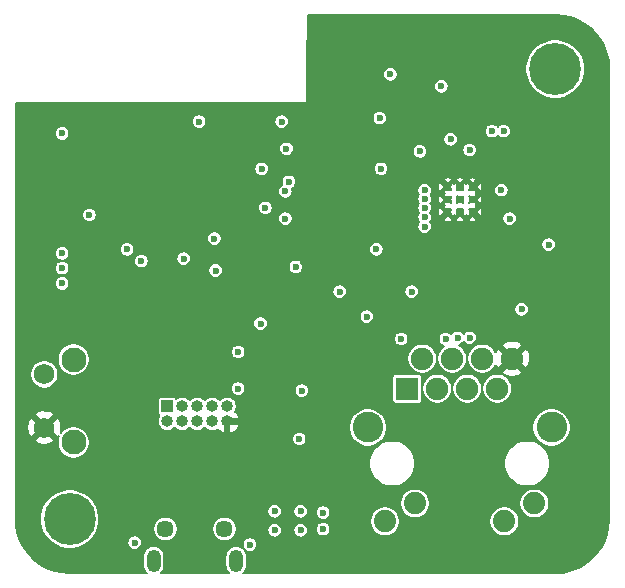
<source format=gbr>
G04 #@! TF.GenerationSoftware,KiCad,Pcbnew,(5.1.7)-1*
G04 #@! TF.CreationDate,2021-04-06T08:46:45-07:00*
G04 #@! TF.ProjectId,EsperDNS,45737065-7244-44e5-932e-6b696361645f,rev?*
G04 #@! TF.SameCoordinates,Original*
G04 #@! TF.FileFunction,Copper,L2,Inr*
G04 #@! TF.FilePolarity,Positive*
%FSLAX46Y46*%
G04 Gerber Fmt 4.6, Leading zero omitted, Abs format (unit mm)*
G04 Created by KiCad (PCBNEW (5.1.7)-1) date 2021-04-06 08:46:45*
%MOMM*%
%LPD*%
G01*
G04 APERTURE LIST*
G04 #@! TA.AperFunction,ComponentPad*
%ADD10O,1.000000X1.000000*%
G04 #@! TD*
G04 #@! TA.AperFunction,ComponentPad*
%ADD11R,1.000000X1.000000*%
G04 #@! TD*
G04 #@! TA.AperFunction,ComponentPad*
%ADD12O,1.200000X1.900000*%
G04 #@! TD*
G04 #@! TA.AperFunction,ComponentPad*
%ADD13C,1.450000*%
G04 #@! TD*
G04 #@! TA.AperFunction,ComponentPad*
%ADD14C,0.500000*%
G04 #@! TD*
G04 #@! TA.AperFunction,ComponentPad*
%ADD15C,2.100000*%
G04 #@! TD*
G04 #@! TA.AperFunction,ComponentPad*
%ADD16C,1.750000*%
G04 #@! TD*
G04 #@! TA.AperFunction,ComponentPad*
%ADD17C,2.600000*%
G04 #@! TD*
G04 #@! TA.AperFunction,ComponentPad*
%ADD18C,1.890000*%
G04 #@! TD*
G04 #@! TA.AperFunction,ComponentPad*
%ADD19C,1.900000*%
G04 #@! TD*
G04 #@! TA.AperFunction,ComponentPad*
%ADD20R,1.900000X1.900000*%
G04 #@! TD*
G04 #@! TA.AperFunction,ComponentPad*
%ADD21C,4.400000*%
G04 #@! TD*
G04 #@! TA.AperFunction,ViaPad*
%ADD22C,0.600000*%
G04 #@! TD*
G04 #@! TA.AperFunction,Conductor*
%ADD23C,0.127000*%
G04 #@! TD*
G04 #@! TA.AperFunction,Conductor*
%ADD24C,0.100000*%
G04 #@! TD*
G04 APERTURE END LIST*
D10*
X-7220000Y-10770000D03*
X-7220000Y-9500000D03*
X-8490000Y-10770000D03*
X-8490000Y-9500000D03*
X-9760000Y-10770000D03*
X-9760000Y-9500000D03*
X-11030000Y-10770000D03*
X-11030000Y-9500000D03*
X-12300000Y-10770000D03*
D11*
X-12300000Y-9500000D03*
D12*
X-6450000Y-22587500D03*
X-13450000Y-22587500D03*
D13*
X-7450000Y-19887500D03*
X-12450000Y-19887500D03*
D14*
X11450000Y9050000D03*
X12500000Y9050000D03*
X13550000Y9050000D03*
X11450000Y8000000D03*
X12500000Y8000000D03*
X13550000Y8000000D03*
X11450000Y6950000D03*
X12500000Y6950000D03*
X13550000Y6950000D03*
D15*
X-20210000Y-12550000D03*
D16*
X-22700000Y-11300000D03*
X-22700000Y-6800000D03*
D15*
X-20210000Y-5540000D03*
D17*
X20240000Y-11290000D03*
X4690000Y-11290000D03*
D18*
X6140000Y-19240000D03*
X8680000Y-17720000D03*
X16250000Y-19240000D03*
X18790000Y-17720000D03*
D19*
X16910000Y-5460000D03*
X15640000Y-8000000D03*
X14370000Y-5460000D03*
X13100000Y-8000000D03*
X11830000Y-5460000D03*
X10560000Y-8000000D03*
X9290000Y-5460000D03*
D20*
X8020000Y-8000000D03*
D21*
X20550000Y19050000D03*
X-20550000Y-19050000D03*
D22*
X-16500000Y5500000D03*
X-17500000Y6000000D03*
X-16500000Y6500000D03*
X-17500000Y7000000D03*
X-15000000Y5500000D03*
X-14000000Y6000000D03*
X-15000000Y6500000D03*
X-14000000Y7000000D03*
X-15000000Y7500000D03*
X-16500000Y7500000D03*
X-17500000Y8000000D03*
X-14000000Y8000000D03*
X-15000000Y8500000D03*
X-16500000Y8500000D03*
X-14000000Y9000000D03*
X-17500000Y9000000D03*
X-9000000Y-18000000D03*
X500000Y12600000D03*
X300000Y10200000D03*
X-1600000Y5700000D03*
X-20100000Y900000D03*
X-20500000Y2800000D03*
X14500000Y14300000D03*
X12600000Y13200000D03*
X-800000Y2800000D03*
X-21200000Y14900000D03*
X-2200000Y11500000D03*
X16200000Y14700000D03*
X2500000Y22700000D03*
X16700000Y5400000D03*
X18440000Y10660000D03*
X13300000Y-1200000D03*
X8600000Y4000000D03*
X10900000Y18600000D03*
X8800000Y19500000D03*
X2000000Y-17800000D03*
X-5500000Y-17600000D03*
X-7400000Y-17600000D03*
X1300000Y-14400000D03*
X-8100000Y14900000D03*
X14300000Y12200000D03*
X1900000Y-7000000D03*
X-19200000Y-700000D03*
X-13000000Y-5000000D03*
X21000000Y-8000000D03*
X-2500000Y-1400000D03*
X2900000Y-1300000D03*
X16500000Y1799994D03*
X18800000Y4200000D03*
X-21200000Y13600000D03*
X900000Y-18500000D03*
X900000Y-19900000D03*
X-3200000Y-20000000D03*
X-3200000Y-18400000D03*
X13300000Y12200000D03*
X-2000000Y9500000D03*
X-6300000Y-4900000D03*
X5700000Y14900000D03*
X-1000000Y-18400000D03*
X-1000000Y-20000000D03*
X-1125000Y-12265000D03*
X-21200000Y3450000D03*
X15200000Y13800000D03*
X-21200000Y2200000D03*
X16200000Y13800000D03*
X-8300000Y4700000D03*
X5400000Y3800000D03*
X5800000Y10600000D03*
X9093750Y12093750D03*
X9500000Y6500000D03*
X-2300000Y6400000D03*
X9500000Y7300000D03*
X-2300000Y8700000D03*
X9500000Y5699994D03*
X-2200000Y12300000D03*
X16000000Y8800000D03*
X-1400000Y2300000D03*
X-8200000Y2000000D03*
X-10900000Y3000000D03*
X-9600000Y14600000D03*
X-2600000Y14600000D03*
X-14500000Y2800000D03*
X-4000000Y7300000D03*
X-15700000Y3800000D03*
X-4300000Y10600000D03*
X-15050000Y-21050000D03*
X-5300000Y-21200000D03*
X-6300000Y-8000000D03*
X-4400000Y-2500000D03*
X9500000Y8777001D03*
X2300000Y200000D03*
X-18900000Y6700000D03*
X-21200000Y900000D03*
X11700000Y13100000D03*
X9500006Y8050000D03*
X16700000Y6400000D03*
X12300000Y-3700000D03*
X17700000Y-1300000D03*
X7500000Y-3800000D03*
X13300000Y-3700000D03*
X11300000Y-3800000D03*
X10900000Y17600000D03*
X6600000Y18600000D03*
X8400000Y200000D03*
X4600000Y-1900000D03*
X20000000Y4200000D03*
X-900000Y-8180000D03*
D23*
X21361231Y23558639D02*
X22146823Y23343726D01*
X22881939Y22993093D01*
X23543347Y22517824D01*
X24110137Y21932940D01*
X24564396Y21256932D01*
X24891765Y20511165D01*
X25082574Y19716385D01*
X25132500Y19036525D01*
X25132501Y-19033623D01*
X25058639Y-19861231D01*
X24843726Y-20646823D01*
X24493093Y-21381939D01*
X24017824Y-22043347D01*
X23432944Y-22610135D01*
X22756932Y-23064396D01*
X22011165Y-23391765D01*
X21216385Y-23582574D01*
X20536525Y-23632500D01*
X-5850597Y-23632500D01*
X-5798091Y-23589409D01*
X-5683436Y-23449702D01*
X-5598239Y-23290311D01*
X-5545776Y-23117361D01*
X-5532500Y-22982569D01*
X-5532500Y-22192431D01*
X-5545776Y-22057639D01*
X-5598239Y-21884689D01*
X-5683436Y-21725298D01*
X-5798091Y-21585591D01*
X-5937799Y-21470936D01*
X-6097190Y-21385739D01*
X-6270140Y-21333276D01*
X-6450000Y-21315561D01*
X-6629861Y-21333276D01*
X-6802811Y-21385739D01*
X-6962202Y-21470936D01*
X-7101909Y-21585591D01*
X-7216564Y-21725299D01*
X-7301761Y-21884690D01*
X-7354224Y-22057640D01*
X-7367500Y-22192432D01*
X-7367500Y-22982569D01*
X-7354224Y-23117361D01*
X-7301760Y-23290311D01*
X-7216563Y-23449702D01*
X-7101908Y-23589409D01*
X-7049402Y-23632500D01*
X-12850598Y-23632500D01*
X-12798091Y-23589409D01*
X-12683436Y-23449702D01*
X-12598239Y-23290311D01*
X-12545776Y-23117361D01*
X-12532500Y-22982569D01*
X-12532500Y-22192431D01*
X-12545776Y-22057639D01*
X-12598239Y-21884689D01*
X-12683436Y-21725298D01*
X-12798091Y-21585591D01*
X-12937798Y-21470936D01*
X-13097189Y-21385739D01*
X-13270139Y-21333276D01*
X-13450000Y-21315561D01*
X-13629860Y-21333276D01*
X-13802810Y-21385739D01*
X-13962201Y-21470936D01*
X-14101908Y-21585591D01*
X-14216563Y-21725298D01*
X-14301760Y-21884689D01*
X-14354224Y-22057639D01*
X-14367500Y-22192431D01*
X-14367500Y-22982568D01*
X-14354224Y-23117360D01*
X-14301761Y-23290310D01*
X-14216564Y-23449701D01*
X-14101909Y-23589409D01*
X-14049403Y-23632500D01*
X-20533634Y-23632500D01*
X-21361231Y-23558639D01*
X-22146823Y-23343726D01*
X-22881939Y-22993093D01*
X-23543347Y-22517824D01*
X-24110135Y-21932944D01*
X-24564396Y-21256932D01*
X-24891765Y-20511165D01*
X-25082574Y-19716385D01*
X-25132500Y-19036525D01*
X-25132500Y-18802048D01*
X-23067500Y-18802048D01*
X-23067500Y-19297952D01*
X-22970754Y-19784328D01*
X-22780979Y-20242483D01*
X-22505470Y-20654813D01*
X-22154813Y-21005470D01*
X-21742483Y-21280979D01*
X-21284328Y-21470754D01*
X-20797952Y-21567500D01*
X-20302048Y-21567500D01*
X-19815672Y-21470754D01*
X-19357517Y-21280979D01*
X-18945187Y-21005470D01*
X-18928899Y-20989182D01*
X-15667500Y-20989182D01*
X-15667500Y-21110818D01*
X-15643770Y-21230118D01*
X-15597222Y-21342496D01*
X-15529644Y-21443633D01*
X-15443633Y-21529644D01*
X-15342496Y-21597222D01*
X-15230118Y-21643770D01*
X-15110818Y-21667500D01*
X-14989182Y-21667500D01*
X-14869882Y-21643770D01*
X-14757504Y-21597222D01*
X-14656367Y-21529644D01*
X-14570356Y-21443633D01*
X-14502778Y-21342496D01*
X-14456230Y-21230118D01*
X-14438142Y-21139182D01*
X-5917500Y-21139182D01*
X-5917500Y-21260818D01*
X-5893770Y-21380118D01*
X-5847222Y-21492496D01*
X-5779644Y-21593633D01*
X-5693633Y-21679644D01*
X-5592496Y-21747222D01*
X-5480118Y-21793770D01*
X-5360818Y-21817500D01*
X-5239182Y-21817500D01*
X-5119882Y-21793770D01*
X-5007504Y-21747222D01*
X-4906367Y-21679644D01*
X-4820356Y-21593633D01*
X-4752778Y-21492496D01*
X-4706230Y-21380118D01*
X-4682500Y-21260818D01*
X-4682500Y-21139182D01*
X-4706230Y-21019882D01*
X-4752778Y-20907504D01*
X-4820356Y-20806367D01*
X-4906367Y-20720356D01*
X-5007504Y-20652778D01*
X-5119882Y-20606230D01*
X-5239182Y-20582500D01*
X-5360818Y-20582500D01*
X-5480118Y-20606230D01*
X-5592496Y-20652778D01*
X-5693633Y-20720356D01*
X-5779644Y-20806367D01*
X-5847222Y-20907504D01*
X-5893770Y-21019882D01*
X-5917500Y-21139182D01*
X-14438142Y-21139182D01*
X-14432500Y-21110818D01*
X-14432500Y-20989182D01*
X-14456230Y-20869882D01*
X-14502778Y-20757504D01*
X-14570356Y-20656367D01*
X-14656367Y-20570356D01*
X-14757504Y-20502778D01*
X-14869882Y-20456230D01*
X-14989182Y-20432500D01*
X-15110818Y-20432500D01*
X-15230118Y-20456230D01*
X-15342496Y-20502778D01*
X-15443633Y-20570356D01*
X-15529644Y-20656367D01*
X-15597222Y-20757504D01*
X-15643770Y-20869882D01*
X-15667500Y-20989182D01*
X-18928899Y-20989182D01*
X-18594530Y-20654813D01*
X-18319021Y-20242483D01*
X-18129452Y-19784823D01*
X-13492500Y-19784823D01*
X-13492500Y-19990177D01*
X-13452437Y-20191586D01*
X-13373851Y-20381309D01*
X-13259762Y-20552055D01*
X-13114555Y-20697262D01*
X-12943809Y-20811351D01*
X-12754086Y-20889937D01*
X-12552677Y-20930000D01*
X-12347323Y-20930000D01*
X-12145914Y-20889937D01*
X-11956191Y-20811351D01*
X-11785445Y-20697262D01*
X-11640238Y-20552055D01*
X-11526149Y-20381309D01*
X-11447563Y-20191586D01*
X-11407500Y-19990177D01*
X-11407500Y-19784823D01*
X-8492500Y-19784823D01*
X-8492500Y-19990177D01*
X-8452437Y-20191586D01*
X-8373851Y-20381309D01*
X-8259762Y-20552055D01*
X-8114555Y-20697262D01*
X-7943809Y-20811351D01*
X-7754086Y-20889937D01*
X-7552677Y-20930000D01*
X-7347323Y-20930000D01*
X-7145914Y-20889937D01*
X-6956191Y-20811351D01*
X-6785445Y-20697262D01*
X-6640238Y-20552055D01*
X-6526149Y-20381309D01*
X-6447563Y-20191586D01*
X-6407500Y-19990177D01*
X-6407500Y-19939182D01*
X-3817500Y-19939182D01*
X-3817500Y-20060818D01*
X-3793770Y-20180118D01*
X-3747222Y-20292496D01*
X-3679644Y-20393633D01*
X-3593633Y-20479644D01*
X-3492496Y-20547222D01*
X-3380118Y-20593770D01*
X-3260818Y-20617500D01*
X-3139182Y-20617500D01*
X-3019882Y-20593770D01*
X-2907504Y-20547222D01*
X-2806367Y-20479644D01*
X-2720356Y-20393633D01*
X-2652778Y-20292496D01*
X-2606230Y-20180118D01*
X-2582500Y-20060818D01*
X-2582500Y-19939182D01*
X-1617500Y-19939182D01*
X-1617500Y-20060818D01*
X-1593770Y-20180118D01*
X-1547222Y-20292496D01*
X-1479644Y-20393633D01*
X-1393633Y-20479644D01*
X-1292496Y-20547222D01*
X-1180118Y-20593770D01*
X-1060818Y-20617500D01*
X-939182Y-20617500D01*
X-819882Y-20593770D01*
X-707504Y-20547222D01*
X-606367Y-20479644D01*
X-520356Y-20393633D01*
X-452778Y-20292496D01*
X-406230Y-20180118D01*
X-382500Y-20060818D01*
X-382500Y-19939182D01*
X-402391Y-19839182D01*
X282500Y-19839182D01*
X282500Y-19960818D01*
X306230Y-20080118D01*
X352778Y-20192496D01*
X420356Y-20293633D01*
X506367Y-20379644D01*
X607504Y-20447222D01*
X719882Y-20493770D01*
X839182Y-20517500D01*
X960818Y-20517500D01*
X1080118Y-20493770D01*
X1192496Y-20447222D01*
X1293633Y-20379644D01*
X1379644Y-20293633D01*
X1447222Y-20192496D01*
X1493770Y-20080118D01*
X1517500Y-19960818D01*
X1517500Y-19839182D01*
X1493770Y-19719882D01*
X1447222Y-19607504D01*
X1379644Y-19506367D01*
X1293633Y-19420356D01*
X1192496Y-19352778D01*
X1080118Y-19306230D01*
X960818Y-19282500D01*
X839182Y-19282500D01*
X719882Y-19306230D01*
X607504Y-19352778D01*
X506367Y-19420356D01*
X420356Y-19506367D01*
X352778Y-19607504D01*
X306230Y-19719882D01*
X282500Y-19839182D01*
X-402391Y-19839182D01*
X-406230Y-19819882D01*
X-452778Y-19707504D01*
X-520356Y-19606367D01*
X-606367Y-19520356D01*
X-707504Y-19452778D01*
X-819882Y-19406230D01*
X-939182Y-19382500D01*
X-1060818Y-19382500D01*
X-1180118Y-19406230D01*
X-1292496Y-19452778D01*
X-1393633Y-19520356D01*
X-1479644Y-19606367D01*
X-1547222Y-19707504D01*
X-1593770Y-19819882D01*
X-1617500Y-19939182D01*
X-2582500Y-19939182D01*
X-2606230Y-19819882D01*
X-2652778Y-19707504D01*
X-2720356Y-19606367D01*
X-2806367Y-19520356D01*
X-2907504Y-19452778D01*
X-3019882Y-19406230D01*
X-3139182Y-19382500D01*
X-3260818Y-19382500D01*
X-3380118Y-19406230D01*
X-3492496Y-19452778D01*
X-3593633Y-19520356D01*
X-3679644Y-19606367D01*
X-3747222Y-19707504D01*
X-3793770Y-19819882D01*
X-3817500Y-19939182D01*
X-6407500Y-19939182D01*
X-6407500Y-19784823D01*
X-6447563Y-19583414D01*
X-6526149Y-19393691D01*
X-6640238Y-19222945D01*
X-6785445Y-19077738D01*
X-6956191Y-18963649D01*
X-7145914Y-18885063D01*
X-7347323Y-18845000D01*
X-7552677Y-18845000D01*
X-7754086Y-18885063D01*
X-7943809Y-18963649D01*
X-8114555Y-19077738D01*
X-8259762Y-19222945D01*
X-8373851Y-19393691D01*
X-8452437Y-19583414D01*
X-8492500Y-19784823D01*
X-11407500Y-19784823D01*
X-11447563Y-19583414D01*
X-11526149Y-19393691D01*
X-11640238Y-19222945D01*
X-11785445Y-19077738D01*
X-11956191Y-18963649D01*
X-12145914Y-18885063D01*
X-12347323Y-18845000D01*
X-12552677Y-18845000D01*
X-12754086Y-18885063D01*
X-12943809Y-18963649D01*
X-13114555Y-19077738D01*
X-13259762Y-19222945D01*
X-13373851Y-19393691D01*
X-13452437Y-19583414D01*
X-13492500Y-19784823D01*
X-18129452Y-19784823D01*
X-18129246Y-19784328D01*
X-18032500Y-19297952D01*
X-18032500Y-18802048D01*
X-18124569Y-18339182D01*
X-3817500Y-18339182D01*
X-3817500Y-18460818D01*
X-3793770Y-18580118D01*
X-3747222Y-18692496D01*
X-3679644Y-18793633D01*
X-3593633Y-18879644D01*
X-3492496Y-18947222D01*
X-3380118Y-18993770D01*
X-3260818Y-19017500D01*
X-3139182Y-19017500D01*
X-3019882Y-18993770D01*
X-2907504Y-18947222D01*
X-2806367Y-18879644D01*
X-2720356Y-18793633D01*
X-2652778Y-18692496D01*
X-2606230Y-18580118D01*
X-2582500Y-18460818D01*
X-2582500Y-18339182D01*
X-1617500Y-18339182D01*
X-1617500Y-18460818D01*
X-1593770Y-18580118D01*
X-1547222Y-18692496D01*
X-1479644Y-18793633D01*
X-1393633Y-18879644D01*
X-1292496Y-18947222D01*
X-1180118Y-18993770D01*
X-1060818Y-19017500D01*
X-939182Y-19017500D01*
X-819882Y-18993770D01*
X-707504Y-18947222D01*
X-606367Y-18879644D01*
X-520356Y-18793633D01*
X-452778Y-18692496D01*
X-406230Y-18580118D01*
X-382500Y-18460818D01*
X-382500Y-18439182D01*
X282500Y-18439182D01*
X282500Y-18560818D01*
X306230Y-18680118D01*
X352778Y-18792496D01*
X420356Y-18893633D01*
X506367Y-18979644D01*
X607504Y-19047222D01*
X719882Y-19093770D01*
X839182Y-19117500D01*
X960818Y-19117500D01*
X970093Y-19115655D01*
X4877500Y-19115655D01*
X4877500Y-19364345D01*
X4926017Y-19608258D01*
X5021187Y-19838018D01*
X5159352Y-20044797D01*
X5335203Y-20220648D01*
X5541982Y-20358813D01*
X5771742Y-20453983D01*
X6015655Y-20502500D01*
X6264345Y-20502500D01*
X6508258Y-20453983D01*
X6738018Y-20358813D01*
X6944797Y-20220648D01*
X7120648Y-20044797D01*
X7258813Y-19838018D01*
X7353983Y-19608258D01*
X7402500Y-19364345D01*
X7402500Y-19115655D01*
X14987500Y-19115655D01*
X14987500Y-19364345D01*
X15036017Y-19608258D01*
X15131187Y-19838018D01*
X15269352Y-20044797D01*
X15445203Y-20220648D01*
X15651982Y-20358813D01*
X15881742Y-20453983D01*
X16125655Y-20502500D01*
X16374345Y-20502500D01*
X16618258Y-20453983D01*
X16848018Y-20358813D01*
X17054797Y-20220648D01*
X17230648Y-20044797D01*
X17368813Y-19838018D01*
X17463983Y-19608258D01*
X17512500Y-19364345D01*
X17512500Y-19115655D01*
X17463983Y-18871742D01*
X17368813Y-18641982D01*
X17230648Y-18435203D01*
X17054797Y-18259352D01*
X16848018Y-18121187D01*
X16618258Y-18026017D01*
X16374345Y-17977500D01*
X16125655Y-17977500D01*
X15881742Y-18026017D01*
X15651982Y-18121187D01*
X15445203Y-18259352D01*
X15269352Y-18435203D01*
X15131187Y-18641982D01*
X15036017Y-18871742D01*
X14987500Y-19115655D01*
X7402500Y-19115655D01*
X7353983Y-18871742D01*
X7258813Y-18641982D01*
X7120648Y-18435203D01*
X6944797Y-18259352D01*
X6738018Y-18121187D01*
X6508258Y-18026017D01*
X6264345Y-17977500D01*
X6015655Y-17977500D01*
X5771742Y-18026017D01*
X5541982Y-18121187D01*
X5335203Y-18259352D01*
X5159352Y-18435203D01*
X5021187Y-18641982D01*
X4926017Y-18871742D01*
X4877500Y-19115655D01*
X970093Y-19115655D01*
X1080118Y-19093770D01*
X1192496Y-19047222D01*
X1293633Y-18979644D01*
X1379644Y-18893633D01*
X1447222Y-18792496D01*
X1493770Y-18680118D01*
X1517500Y-18560818D01*
X1517500Y-18439182D01*
X1493770Y-18319882D01*
X1447222Y-18207504D01*
X1379644Y-18106367D01*
X1293633Y-18020356D01*
X1192496Y-17952778D01*
X1080118Y-17906230D01*
X960818Y-17882500D01*
X839182Y-17882500D01*
X719882Y-17906230D01*
X607504Y-17952778D01*
X506367Y-18020356D01*
X420356Y-18106367D01*
X352778Y-18207504D01*
X306230Y-18319882D01*
X282500Y-18439182D01*
X-382500Y-18439182D01*
X-382500Y-18339182D01*
X-406230Y-18219882D01*
X-452778Y-18107504D01*
X-520356Y-18006367D01*
X-606367Y-17920356D01*
X-707504Y-17852778D01*
X-819882Y-17806230D01*
X-939182Y-17782500D01*
X-1060818Y-17782500D01*
X-1180118Y-17806230D01*
X-1292496Y-17852778D01*
X-1393633Y-17920356D01*
X-1479644Y-18006367D01*
X-1547222Y-18107504D01*
X-1593770Y-18219882D01*
X-1617500Y-18339182D01*
X-2582500Y-18339182D01*
X-2606230Y-18219882D01*
X-2652778Y-18107504D01*
X-2720356Y-18006367D01*
X-2806367Y-17920356D01*
X-2907504Y-17852778D01*
X-3019882Y-17806230D01*
X-3139182Y-17782500D01*
X-3260818Y-17782500D01*
X-3380118Y-17806230D01*
X-3492496Y-17852778D01*
X-3593633Y-17920356D01*
X-3679644Y-18006367D01*
X-3747222Y-18107504D01*
X-3793770Y-18219882D01*
X-3817500Y-18339182D01*
X-18124569Y-18339182D01*
X-18129246Y-18315672D01*
X-18319021Y-17857517D01*
X-18493990Y-17595655D01*
X7417500Y-17595655D01*
X7417500Y-17844345D01*
X7466017Y-18088258D01*
X7561187Y-18318018D01*
X7699352Y-18524797D01*
X7875203Y-18700648D01*
X8081982Y-18838813D01*
X8311742Y-18933983D01*
X8555655Y-18982500D01*
X8804345Y-18982500D01*
X9048258Y-18933983D01*
X9278018Y-18838813D01*
X9484797Y-18700648D01*
X9660648Y-18524797D01*
X9798813Y-18318018D01*
X9893983Y-18088258D01*
X9942500Y-17844345D01*
X9942500Y-17595655D01*
X17527500Y-17595655D01*
X17527500Y-17844345D01*
X17576017Y-18088258D01*
X17671187Y-18318018D01*
X17809352Y-18524797D01*
X17985203Y-18700648D01*
X18191982Y-18838813D01*
X18421742Y-18933983D01*
X18665655Y-18982500D01*
X18914345Y-18982500D01*
X19158258Y-18933983D01*
X19388018Y-18838813D01*
X19594797Y-18700648D01*
X19770648Y-18524797D01*
X19908813Y-18318018D01*
X20003983Y-18088258D01*
X20052500Y-17844345D01*
X20052500Y-17595655D01*
X20003983Y-17351742D01*
X19908813Y-17121982D01*
X19770648Y-16915203D01*
X19594797Y-16739352D01*
X19388018Y-16601187D01*
X19158258Y-16506017D01*
X18914345Y-16457500D01*
X18665655Y-16457500D01*
X18421742Y-16506017D01*
X18191982Y-16601187D01*
X17985203Y-16739352D01*
X17809352Y-16915203D01*
X17671187Y-17121982D01*
X17576017Y-17351742D01*
X17527500Y-17595655D01*
X9942500Y-17595655D01*
X9893983Y-17351742D01*
X9798813Y-17121982D01*
X9660648Y-16915203D01*
X9484797Y-16739352D01*
X9278018Y-16601187D01*
X9048258Y-16506017D01*
X8804345Y-16457500D01*
X8555655Y-16457500D01*
X8311742Y-16506017D01*
X8081982Y-16601187D01*
X7875203Y-16739352D01*
X7699352Y-16915203D01*
X7561187Y-17121982D01*
X7466017Y-17351742D01*
X7417500Y-17595655D01*
X-18493990Y-17595655D01*
X-18594530Y-17445187D01*
X-18945187Y-17094530D01*
X-19357517Y-16819021D01*
X-19815672Y-16629246D01*
X-20302048Y-16532500D01*
X-20797952Y-16532500D01*
X-21284328Y-16629246D01*
X-21742483Y-16819021D01*
X-22154813Y-17094530D01*
X-22505470Y-17445187D01*
X-22780979Y-17857517D01*
X-22970754Y-18315672D01*
X-23067500Y-18802048D01*
X-25132500Y-18802048D01*
X-25132500Y-14148680D01*
X4807500Y-14148680D01*
X4807500Y-14531320D01*
X4882149Y-14906606D01*
X5028579Y-15260119D01*
X5241162Y-15578272D01*
X5511728Y-15848838D01*
X5829881Y-16061421D01*
X6183394Y-16207851D01*
X6558680Y-16282500D01*
X6941320Y-16282500D01*
X7316606Y-16207851D01*
X7670119Y-16061421D01*
X7988272Y-15848838D01*
X8258838Y-15578272D01*
X8471421Y-15260119D01*
X8617851Y-14906606D01*
X8692500Y-14531320D01*
X8692500Y-14148680D01*
X16237500Y-14148680D01*
X16237500Y-14531320D01*
X16312149Y-14906606D01*
X16458579Y-15260119D01*
X16671162Y-15578272D01*
X16941728Y-15848838D01*
X17259881Y-16061421D01*
X17613394Y-16207851D01*
X17988680Y-16282500D01*
X18371320Y-16282500D01*
X18746606Y-16207851D01*
X19100119Y-16061421D01*
X19418272Y-15848838D01*
X19688838Y-15578272D01*
X19901421Y-15260119D01*
X20047851Y-14906606D01*
X20122500Y-14531320D01*
X20122500Y-14148680D01*
X20047851Y-13773394D01*
X19901421Y-13419881D01*
X19688838Y-13101728D01*
X19418272Y-12831162D01*
X19100119Y-12618579D01*
X18746606Y-12472149D01*
X18371320Y-12397500D01*
X17988680Y-12397500D01*
X17613394Y-12472149D01*
X17259881Y-12618579D01*
X16941728Y-12831162D01*
X16671162Y-13101728D01*
X16458579Y-13419881D01*
X16312149Y-13773394D01*
X16237500Y-14148680D01*
X8692500Y-14148680D01*
X8617851Y-13773394D01*
X8471421Y-13419881D01*
X8258838Y-13101728D01*
X7988272Y-12831162D01*
X7670119Y-12618579D01*
X7316606Y-12472149D01*
X6941320Y-12397500D01*
X6558680Y-12397500D01*
X6183394Y-12472149D01*
X5829881Y-12618579D01*
X5511728Y-12831162D01*
X5241162Y-13101728D01*
X5028579Y-13419881D01*
X4882149Y-13773394D01*
X4807500Y-14148680D01*
X-25132500Y-14148680D01*
X-25132500Y-12351613D01*
X-23482205Y-12351613D01*
X-23392858Y-12577736D01*
X-23130271Y-12688354D01*
X-22851149Y-12745618D01*
X-22566218Y-12747329D01*
X-22286429Y-12693419D01*
X-22022533Y-12585961D01*
X-22007142Y-12577736D01*
X-21917795Y-12351613D01*
X-22700000Y-11569408D01*
X-23482205Y-12351613D01*
X-25132500Y-12351613D01*
X-25132500Y-11433782D01*
X-24147329Y-11433782D01*
X-24093419Y-11713571D01*
X-23985961Y-11977467D01*
X-23977736Y-11992858D01*
X-23751613Y-12082205D01*
X-22969408Y-11300000D01*
X-22430592Y-11300000D01*
X-21648387Y-12082205D01*
X-21466662Y-12010401D01*
X-21524948Y-12151115D01*
X-21577500Y-12415313D01*
X-21577500Y-12684687D01*
X-21524948Y-12948885D01*
X-21421863Y-13197754D01*
X-21272207Y-13421731D01*
X-21081731Y-13612207D01*
X-20857754Y-13761863D01*
X-20608885Y-13864948D01*
X-20344687Y-13917500D01*
X-20075313Y-13917500D01*
X-19811115Y-13864948D01*
X-19562246Y-13761863D01*
X-19338269Y-13612207D01*
X-19147793Y-13421731D01*
X-18998137Y-13197754D01*
X-18895052Y-12948885D01*
X-18842500Y-12684687D01*
X-18842500Y-12415313D01*
X-18884496Y-12204182D01*
X-1742500Y-12204182D01*
X-1742500Y-12325818D01*
X-1718770Y-12445118D01*
X-1672222Y-12557496D01*
X-1604644Y-12658633D01*
X-1518633Y-12744644D01*
X-1417496Y-12812222D01*
X-1305118Y-12858770D01*
X-1185818Y-12882500D01*
X-1064182Y-12882500D01*
X-944882Y-12858770D01*
X-832504Y-12812222D01*
X-731367Y-12744644D01*
X-645356Y-12658633D01*
X-577778Y-12557496D01*
X-531230Y-12445118D01*
X-507500Y-12325818D01*
X-507500Y-12204182D01*
X-531230Y-12084882D01*
X-577778Y-11972504D01*
X-645356Y-11871367D01*
X-731367Y-11785356D01*
X-832504Y-11717778D01*
X-944882Y-11671230D01*
X-1064182Y-11647500D01*
X-1185818Y-11647500D01*
X-1305118Y-11671230D01*
X-1417496Y-11717778D01*
X-1518633Y-11785356D01*
X-1604644Y-11871367D01*
X-1672222Y-11972504D01*
X-1718770Y-12084882D01*
X-1742500Y-12204182D01*
X-18884496Y-12204182D01*
X-18895052Y-12151115D01*
X-18998137Y-11902246D01*
X-19147793Y-11678269D01*
X-19338269Y-11487793D01*
X-19562246Y-11338137D01*
X-19811115Y-11235052D01*
X-20075313Y-11182500D01*
X-20344687Y-11182500D01*
X-20608885Y-11235052D01*
X-20857754Y-11338137D01*
X-21081731Y-11487793D01*
X-21272207Y-11678269D01*
X-21319652Y-11749276D01*
X-21311646Y-11730271D01*
X-21254382Y-11451149D01*
X-21252671Y-11166218D01*
X-21306581Y-10886429D01*
X-21414039Y-10622533D01*
X-21422264Y-10607142D01*
X-21648387Y-10517795D01*
X-22430592Y-11300000D01*
X-22969408Y-11300000D01*
X-23751613Y-10517795D01*
X-23977736Y-10607142D01*
X-24088354Y-10869729D01*
X-24145618Y-11148851D01*
X-24147329Y-11433782D01*
X-25132500Y-11433782D01*
X-25132500Y-10248387D01*
X-23482205Y-10248387D01*
X-22700000Y-11030592D01*
X-21917795Y-10248387D01*
X-22007142Y-10022264D01*
X-22269729Y-9911646D01*
X-22548851Y-9854382D01*
X-22833782Y-9852671D01*
X-23113571Y-9906581D01*
X-23377467Y-10014039D01*
X-23392858Y-10022264D01*
X-23482205Y-10248387D01*
X-25132500Y-10248387D01*
X-25132500Y-9000000D01*
X-13119036Y-9000000D01*
X-13119036Y-10000000D01*
X-13112906Y-10062241D01*
X-13094751Y-10122090D01*
X-13065269Y-10177247D01*
X-13025593Y-10225593D01*
X-12977247Y-10265269D01*
X-12954185Y-10277596D01*
X-13024460Y-10382768D01*
X-13086084Y-10531544D01*
X-13117500Y-10689483D01*
X-13117500Y-10850517D01*
X-13086084Y-11008456D01*
X-13024460Y-11157232D01*
X-12934994Y-11291126D01*
X-12821126Y-11404994D01*
X-12687232Y-11494460D01*
X-12538456Y-11556084D01*
X-12380517Y-11587500D01*
X-12219483Y-11587500D01*
X-12061544Y-11556084D01*
X-11912768Y-11494460D01*
X-11778874Y-11404994D01*
X-11665006Y-11291126D01*
X-11665000Y-11291117D01*
X-11664994Y-11291126D01*
X-11551126Y-11404994D01*
X-11417232Y-11494460D01*
X-11268456Y-11556084D01*
X-11110517Y-11587500D01*
X-10949483Y-11587500D01*
X-10791544Y-11556084D01*
X-10642768Y-11494460D01*
X-10508874Y-11404994D01*
X-10395006Y-11291126D01*
X-10395000Y-11291117D01*
X-10394994Y-11291126D01*
X-10281126Y-11404994D01*
X-10147232Y-11494460D01*
X-9998456Y-11556084D01*
X-9840517Y-11587500D01*
X-9679483Y-11587500D01*
X-9521544Y-11556084D01*
X-9372768Y-11494460D01*
X-9238874Y-11404994D01*
X-9125006Y-11291126D01*
X-9125000Y-11291117D01*
X-9124994Y-11291126D01*
X-9011126Y-11404994D01*
X-8877232Y-11494460D01*
X-8728456Y-11556084D01*
X-8570517Y-11587500D01*
X-8409483Y-11587500D01*
X-8251544Y-11556084D01*
X-8102768Y-11494460D01*
X-8041366Y-11453432D01*
X-8019522Y-11483371D01*
X-7864988Y-11625643D01*
X-7685667Y-11735033D01*
X-7573104Y-11781647D01*
X-7410500Y-11678875D01*
X-7410500Y-10960500D01*
X-7029500Y-10960500D01*
X-7029500Y-11678875D01*
X-6866896Y-11781647D01*
X-6754333Y-11735033D01*
X-6575012Y-11625643D01*
X-6420478Y-11483371D01*
X-6296669Y-11313685D01*
X-6211859Y-11130690D01*
X3072500Y-11130690D01*
X3072500Y-11449310D01*
X3134660Y-11761807D01*
X3256590Y-12056173D01*
X3433606Y-12321096D01*
X3658904Y-12546394D01*
X3923827Y-12723410D01*
X4218193Y-12845340D01*
X4530690Y-12907500D01*
X4849310Y-12907500D01*
X5161807Y-12845340D01*
X5456173Y-12723410D01*
X5721096Y-12546394D01*
X5946394Y-12321096D01*
X6123410Y-12056173D01*
X6245340Y-11761807D01*
X6307500Y-11449310D01*
X6307500Y-11130690D01*
X18622500Y-11130690D01*
X18622500Y-11449310D01*
X18684660Y-11761807D01*
X18806590Y-12056173D01*
X18983606Y-12321096D01*
X19208904Y-12546394D01*
X19473827Y-12723410D01*
X19768193Y-12845340D01*
X20080690Y-12907500D01*
X20399310Y-12907500D01*
X20711807Y-12845340D01*
X21006173Y-12723410D01*
X21271096Y-12546394D01*
X21496394Y-12321096D01*
X21673410Y-12056173D01*
X21795340Y-11761807D01*
X21857500Y-11449310D01*
X21857500Y-11130690D01*
X21795340Y-10818193D01*
X21673410Y-10523827D01*
X21496394Y-10258904D01*
X21271096Y-10033606D01*
X21006173Y-9856590D01*
X20711807Y-9734660D01*
X20399310Y-9672500D01*
X20080690Y-9672500D01*
X19768193Y-9734660D01*
X19473827Y-9856590D01*
X19208904Y-10033606D01*
X18983606Y-10258904D01*
X18806590Y-10523827D01*
X18684660Y-10818193D01*
X18622500Y-11130690D01*
X6307500Y-11130690D01*
X6245340Y-10818193D01*
X6123410Y-10523827D01*
X5946394Y-10258904D01*
X5721096Y-10033606D01*
X5456173Y-9856590D01*
X5161807Y-9734660D01*
X4849310Y-9672500D01*
X4530690Y-9672500D01*
X4218193Y-9734660D01*
X3923827Y-9856590D01*
X3658904Y-10033606D01*
X3433606Y-10258904D01*
X3256590Y-10523827D01*
X3134660Y-10818193D01*
X3072500Y-11130690D01*
X-6211859Y-11130690D01*
X-6208343Y-11123105D01*
X-6308435Y-10960500D01*
X-7029500Y-10960500D01*
X-7410500Y-10960500D01*
X-7430500Y-10960500D01*
X-7430500Y-10579500D01*
X-7410500Y-10579500D01*
X-7410500Y-10559500D01*
X-7029500Y-10559500D01*
X-7029500Y-10579500D01*
X-6308435Y-10579500D01*
X-6208343Y-10416895D01*
X-6296669Y-10226315D01*
X-6420478Y-10056629D01*
X-6537030Y-9949325D01*
X-6495540Y-9887232D01*
X-6433916Y-9738456D01*
X-6402500Y-9580517D01*
X-6402500Y-9419483D01*
X-6433916Y-9261544D01*
X-6495540Y-9112768D01*
X-6585006Y-8978874D01*
X-6698874Y-8865006D01*
X-6832768Y-8775540D01*
X-6981544Y-8713916D01*
X-7139483Y-8682500D01*
X-7300517Y-8682500D01*
X-7458456Y-8713916D01*
X-7607232Y-8775540D01*
X-7741126Y-8865006D01*
X-7854994Y-8978874D01*
X-7855000Y-8978883D01*
X-7855006Y-8978874D01*
X-7968874Y-8865006D01*
X-8102768Y-8775540D01*
X-8251544Y-8713916D01*
X-8409483Y-8682500D01*
X-8570517Y-8682500D01*
X-8728456Y-8713916D01*
X-8877232Y-8775540D01*
X-9011126Y-8865006D01*
X-9124994Y-8978874D01*
X-9125000Y-8978883D01*
X-9125006Y-8978874D01*
X-9238874Y-8865006D01*
X-9372768Y-8775540D01*
X-9521544Y-8713916D01*
X-9679483Y-8682500D01*
X-9840517Y-8682500D01*
X-9998456Y-8713916D01*
X-10147232Y-8775540D01*
X-10281126Y-8865006D01*
X-10394994Y-8978874D01*
X-10395000Y-8978883D01*
X-10395006Y-8978874D01*
X-10508874Y-8865006D01*
X-10642768Y-8775540D01*
X-10791544Y-8713916D01*
X-10949483Y-8682500D01*
X-11110517Y-8682500D01*
X-11268456Y-8713916D01*
X-11417232Y-8775540D01*
X-11522404Y-8845815D01*
X-11534731Y-8822753D01*
X-11574407Y-8774407D01*
X-11622753Y-8734731D01*
X-11677910Y-8705249D01*
X-11737759Y-8687094D01*
X-11800000Y-8680964D01*
X-12800000Y-8680964D01*
X-12862241Y-8687094D01*
X-12922090Y-8705249D01*
X-12977247Y-8734731D01*
X-13025593Y-8774407D01*
X-13065269Y-8822753D01*
X-13094751Y-8877910D01*
X-13112906Y-8937759D01*
X-13119036Y-9000000D01*
X-25132500Y-9000000D01*
X-25132500Y-6682549D01*
X-23892500Y-6682549D01*
X-23892500Y-6917451D01*
X-23846673Y-7147839D01*
X-23756780Y-7364861D01*
X-23626275Y-7560174D01*
X-23460174Y-7726275D01*
X-23264861Y-7856780D01*
X-23047839Y-7946673D01*
X-22817451Y-7992500D01*
X-22582549Y-7992500D01*
X-22352161Y-7946673D01*
X-22334077Y-7939182D01*
X-6917500Y-7939182D01*
X-6917500Y-8060818D01*
X-6893770Y-8180118D01*
X-6847222Y-8292496D01*
X-6779644Y-8393633D01*
X-6693633Y-8479644D01*
X-6592496Y-8547222D01*
X-6480118Y-8593770D01*
X-6360818Y-8617500D01*
X-6239182Y-8617500D01*
X-6119882Y-8593770D01*
X-6007504Y-8547222D01*
X-5906367Y-8479644D01*
X-5820356Y-8393633D01*
X-5752778Y-8292496D01*
X-5706230Y-8180118D01*
X-5694110Y-8119182D01*
X-1517500Y-8119182D01*
X-1517500Y-8240818D01*
X-1493770Y-8360118D01*
X-1447222Y-8472496D01*
X-1379644Y-8573633D01*
X-1293633Y-8659644D01*
X-1192496Y-8727222D01*
X-1080118Y-8773770D01*
X-960818Y-8797500D01*
X-839182Y-8797500D01*
X-719882Y-8773770D01*
X-607504Y-8727222D01*
X-506367Y-8659644D01*
X-420356Y-8573633D01*
X-352778Y-8472496D01*
X-306230Y-8360118D01*
X-282500Y-8240818D01*
X-282500Y-8119182D01*
X-306230Y-7999882D01*
X-352778Y-7887504D01*
X-420356Y-7786367D01*
X-506367Y-7700356D01*
X-607504Y-7632778D01*
X-719882Y-7586230D01*
X-839182Y-7562500D01*
X-960818Y-7562500D01*
X-1080118Y-7586230D01*
X-1192496Y-7632778D01*
X-1293633Y-7700356D01*
X-1379644Y-7786367D01*
X-1447222Y-7887504D01*
X-1493770Y-7999882D01*
X-1517500Y-8119182D01*
X-5694110Y-8119182D01*
X-5682500Y-8060818D01*
X-5682500Y-7939182D01*
X-5706230Y-7819882D01*
X-5752778Y-7707504D01*
X-5820356Y-7606367D01*
X-5906367Y-7520356D01*
X-6007504Y-7452778D01*
X-6119882Y-7406230D01*
X-6239182Y-7382500D01*
X-6360818Y-7382500D01*
X-6480118Y-7406230D01*
X-6592496Y-7452778D01*
X-6693633Y-7520356D01*
X-6779644Y-7606367D01*
X-6847222Y-7707504D01*
X-6893770Y-7819882D01*
X-6917500Y-7939182D01*
X-22334077Y-7939182D01*
X-22135139Y-7856780D01*
X-21939826Y-7726275D01*
X-21773725Y-7560174D01*
X-21643220Y-7364861D01*
X-21553327Y-7147839D01*
X-21533866Y-7050000D01*
X6750964Y-7050000D01*
X6750964Y-8950000D01*
X6757094Y-9012241D01*
X6775249Y-9072090D01*
X6804731Y-9127247D01*
X6844407Y-9175593D01*
X6892753Y-9215269D01*
X6947910Y-9244751D01*
X7007759Y-9262906D01*
X7070000Y-9269036D01*
X8970000Y-9269036D01*
X9032241Y-9262906D01*
X9092090Y-9244751D01*
X9147247Y-9215269D01*
X9195593Y-9175593D01*
X9235269Y-9127247D01*
X9264751Y-9072090D01*
X9282906Y-9012241D01*
X9289036Y-8950000D01*
X9289036Y-7875162D01*
X9292500Y-7875162D01*
X9292500Y-8124838D01*
X9341209Y-8369716D01*
X9436756Y-8600386D01*
X9575468Y-8807984D01*
X9752016Y-8984532D01*
X9959614Y-9123244D01*
X10190284Y-9218791D01*
X10435162Y-9267500D01*
X10684838Y-9267500D01*
X10929716Y-9218791D01*
X11160386Y-9123244D01*
X11367984Y-8984532D01*
X11544532Y-8807984D01*
X11683244Y-8600386D01*
X11778791Y-8369716D01*
X11827500Y-8124838D01*
X11827500Y-7875162D01*
X11832500Y-7875162D01*
X11832500Y-8124838D01*
X11881209Y-8369716D01*
X11976756Y-8600386D01*
X12115468Y-8807984D01*
X12292016Y-8984532D01*
X12499614Y-9123244D01*
X12730284Y-9218791D01*
X12975162Y-9267500D01*
X13224838Y-9267500D01*
X13469716Y-9218791D01*
X13700386Y-9123244D01*
X13907984Y-8984532D01*
X14084532Y-8807984D01*
X14223244Y-8600386D01*
X14318791Y-8369716D01*
X14367500Y-8124838D01*
X14367500Y-7875162D01*
X14372500Y-7875162D01*
X14372500Y-8124838D01*
X14421209Y-8369716D01*
X14516756Y-8600386D01*
X14655468Y-8807984D01*
X14832016Y-8984532D01*
X15039614Y-9123244D01*
X15270284Y-9218791D01*
X15515162Y-9267500D01*
X15764838Y-9267500D01*
X16009716Y-9218791D01*
X16240386Y-9123244D01*
X16447984Y-8984532D01*
X16624532Y-8807984D01*
X16763244Y-8600386D01*
X16858791Y-8369716D01*
X16907500Y-8124838D01*
X16907500Y-7875162D01*
X16858791Y-7630284D01*
X16763244Y-7399614D01*
X16624532Y-7192016D01*
X16447984Y-7015468D01*
X16240386Y-6876756D01*
X16009716Y-6781209D01*
X15764838Y-6732500D01*
X15515162Y-6732500D01*
X15270284Y-6781209D01*
X15039614Y-6876756D01*
X14832016Y-7015468D01*
X14655468Y-7192016D01*
X14516756Y-7399614D01*
X14421209Y-7630284D01*
X14372500Y-7875162D01*
X14367500Y-7875162D01*
X14318791Y-7630284D01*
X14223244Y-7399614D01*
X14084532Y-7192016D01*
X13907984Y-7015468D01*
X13700386Y-6876756D01*
X13469716Y-6781209D01*
X13224838Y-6732500D01*
X12975162Y-6732500D01*
X12730284Y-6781209D01*
X12499614Y-6876756D01*
X12292016Y-7015468D01*
X12115468Y-7192016D01*
X11976756Y-7399614D01*
X11881209Y-7630284D01*
X11832500Y-7875162D01*
X11827500Y-7875162D01*
X11778791Y-7630284D01*
X11683244Y-7399614D01*
X11544532Y-7192016D01*
X11367984Y-7015468D01*
X11160386Y-6876756D01*
X10929716Y-6781209D01*
X10684838Y-6732500D01*
X10435162Y-6732500D01*
X10190284Y-6781209D01*
X9959614Y-6876756D01*
X9752016Y-7015468D01*
X9575468Y-7192016D01*
X9436756Y-7399614D01*
X9341209Y-7630284D01*
X9292500Y-7875162D01*
X9289036Y-7875162D01*
X9289036Y-7050000D01*
X9282906Y-6987759D01*
X9264751Y-6927910D01*
X9235269Y-6872753D01*
X9195593Y-6824407D01*
X9147247Y-6784731D01*
X9092090Y-6755249D01*
X9032241Y-6737094D01*
X8970000Y-6730964D01*
X7070000Y-6730964D01*
X7007759Y-6737094D01*
X6947910Y-6755249D01*
X6892753Y-6784731D01*
X6844407Y-6824407D01*
X6804731Y-6872753D01*
X6775249Y-6927910D01*
X6757094Y-6987759D01*
X6750964Y-7050000D01*
X-21533866Y-7050000D01*
X-21507500Y-6917451D01*
X-21507500Y-6682549D01*
X-21553327Y-6452161D01*
X-21643220Y-6235139D01*
X-21773725Y-6039826D01*
X-21939826Y-5873725D01*
X-22135139Y-5743220D01*
X-22352161Y-5653327D01*
X-22582549Y-5607500D01*
X-22817451Y-5607500D01*
X-23047839Y-5653327D01*
X-23264861Y-5743220D01*
X-23460174Y-5873725D01*
X-23626275Y-6039826D01*
X-23756780Y-6235139D01*
X-23846673Y-6452161D01*
X-23892500Y-6682549D01*
X-25132500Y-6682549D01*
X-25132500Y-5405313D01*
X-21577500Y-5405313D01*
X-21577500Y-5674687D01*
X-21524948Y-5938885D01*
X-21421863Y-6187754D01*
X-21272207Y-6411731D01*
X-21081731Y-6602207D01*
X-20857754Y-6751863D01*
X-20608885Y-6854948D01*
X-20344687Y-6907500D01*
X-20075313Y-6907500D01*
X-19811115Y-6854948D01*
X-19562246Y-6751863D01*
X-19338269Y-6602207D01*
X-19147793Y-6411731D01*
X-18998137Y-6187754D01*
X-18895052Y-5938885D01*
X-18842500Y-5674687D01*
X-18842500Y-5405313D01*
X-18895052Y-5141115D01*
X-18998137Y-4892246D01*
X-19033593Y-4839182D01*
X-6917500Y-4839182D01*
X-6917500Y-4960818D01*
X-6893770Y-5080118D01*
X-6847222Y-5192496D01*
X-6779644Y-5293633D01*
X-6693633Y-5379644D01*
X-6592496Y-5447222D01*
X-6480118Y-5493770D01*
X-6360818Y-5517500D01*
X-6239182Y-5517500D01*
X-6119882Y-5493770D01*
X-6007504Y-5447222D01*
X-5906367Y-5379644D01*
X-5861885Y-5335162D01*
X8022500Y-5335162D01*
X8022500Y-5584838D01*
X8071209Y-5829716D01*
X8166756Y-6060386D01*
X8305468Y-6267984D01*
X8482016Y-6444532D01*
X8689614Y-6583244D01*
X8920284Y-6678791D01*
X9165162Y-6727500D01*
X9414838Y-6727500D01*
X9659716Y-6678791D01*
X9890386Y-6583244D01*
X10097984Y-6444532D01*
X10274532Y-6267984D01*
X10413244Y-6060386D01*
X10508791Y-5829716D01*
X10557500Y-5584838D01*
X10557500Y-5335162D01*
X10562500Y-5335162D01*
X10562500Y-5584838D01*
X10611209Y-5829716D01*
X10706756Y-6060386D01*
X10845468Y-6267984D01*
X11022016Y-6444532D01*
X11229614Y-6583244D01*
X11460284Y-6678791D01*
X11705162Y-6727500D01*
X11954838Y-6727500D01*
X12199716Y-6678791D01*
X12430386Y-6583244D01*
X12637984Y-6444532D01*
X12814532Y-6267984D01*
X12953244Y-6060386D01*
X13048791Y-5829716D01*
X13097500Y-5584838D01*
X13097500Y-5335162D01*
X13102500Y-5335162D01*
X13102500Y-5584838D01*
X13151209Y-5829716D01*
X13246756Y-6060386D01*
X13385468Y-6267984D01*
X13562016Y-6444532D01*
X13769614Y-6583244D01*
X14000284Y-6678791D01*
X14245162Y-6727500D01*
X14494838Y-6727500D01*
X14739716Y-6678791D01*
X14970386Y-6583244D01*
X14997027Y-6565443D01*
X16073964Y-6565443D01*
X16172478Y-6799209D01*
X16447916Y-6917359D01*
X16741112Y-6979505D01*
X17040798Y-6983256D01*
X17335457Y-6928471D01*
X17613766Y-6817252D01*
X17647522Y-6799209D01*
X17746036Y-6565443D01*
X16910000Y-5729408D01*
X16073964Y-6565443D01*
X14997027Y-6565443D01*
X15177984Y-6444532D01*
X15354532Y-6267984D01*
X15493244Y-6060386D01*
X15502502Y-6038034D01*
X15552748Y-6163766D01*
X15570791Y-6197522D01*
X15804557Y-6296036D01*
X16640592Y-5460000D01*
X17179408Y-5460000D01*
X18015443Y-6296036D01*
X18249209Y-6197522D01*
X18367359Y-5922084D01*
X18429505Y-5628888D01*
X18433256Y-5329202D01*
X18378471Y-5034543D01*
X18267252Y-4756234D01*
X18249209Y-4722478D01*
X18015443Y-4623964D01*
X17179408Y-5460000D01*
X16640592Y-5460000D01*
X15804557Y-4623964D01*
X15570791Y-4722478D01*
X15502441Y-4881818D01*
X15493244Y-4859614D01*
X15354532Y-4652016D01*
X15177984Y-4475468D01*
X14997028Y-4354557D01*
X16073964Y-4354557D01*
X16910000Y-5190592D01*
X17746036Y-4354557D01*
X17647522Y-4120791D01*
X17372084Y-4002641D01*
X17078888Y-3940495D01*
X16779202Y-3936744D01*
X16484543Y-3991529D01*
X16206234Y-4102748D01*
X16172478Y-4120791D01*
X16073964Y-4354557D01*
X14997028Y-4354557D01*
X14970386Y-4336756D01*
X14739716Y-4241209D01*
X14494838Y-4192500D01*
X14245162Y-4192500D01*
X14000284Y-4241209D01*
X13769614Y-4336756D01*
X13562016Y-4475468D01*
X13385468Y-4652016D01*
X13246756Y-4859614D01*
X13151209Y-5090284D01*
X13102500Y-5335162D01*
X13097500Y-5335162D01*
X13048791Y-5090284D01*
X12953244Y-4859614D01*
X12814532Y-4652016D01*
X12637984Y-4475468D01*
X12430386Y-4336756D01*
X12376410Y-4314399D01*
X12480118Y-4293770D01*
X12592496Y-4247222D01*
X12693633Y-4179644D01*
X12779644Y-4093633D01*
X12800000Y-4063168D01*
X12820356Y-4093633D01*
X12906367Y-4179644D01*
X13007504Y-4247222D01*
X13119882Y-4293770D01*
X13239182Y-4317500D01*
X13360818Y-4317500D01*
X13480118Y-4293770D01*
X13592496Y-4247222D01*
X13693633Y-4179644D01*
X13779644Y-4093633D01*
X13847222Y-3992496D01*
X13893770Y-3880118D01*
X13917500Y-3760818D01*
X13917500Y-3639182D01*
X13893770Y-3519882D01*
X13847222Y-3407504D01*
X13779644Y-3306367D01*
X13693633Y-3220356D01*
X13592496Y-3152778D01*
X13480118Y-3106230D01*
X13360818Y-3082500D01*
X13239182Y-3082500D01*
X13119882Y-3106230D01*
X13007504Y-3152778D01*
X12906367Y-3220356D01*
X12820356Y-3306367D01*
X12800000Y-3336832D01*
X12779644Y-3306367D01*
X12693633Y-3220356D01*
X12592496Y-3152778D01*
X12480118Y-3106230D01*
X12360818Y-3082500D01*
X12239182Y-3082500D01*
X12119882Y-3106230D01*
X12007504Y-3152778D01*
X11906367Y-3220356D01*
X11820356Y-3306367D01*
X11763994Y-3390717D01*
X11693633Y-3320356D01*
X11592496Y-3252778D01*
X11480118Y-3206230D01*
X11360818Y-3182500D01*
X11239182Y-3182500D01*
X11119882Y-3206230D01*
X11007504Y-3252778D01*
X10906367Y-3320356D01*
X10820356Y-3406367D01*
X10752778Y-3507504D01*
X10706230Y-3619882D01*
X10682500Y-3739182D01*
X10682500Y-3860818D01*
X10706230Y-3980118D01*
X10752778Y-4092496D01*
X10820356Y-4193633D01*
X10906367Y-4279644D01*
X11007504Y-4347222D01*
X11119882Y-4393770D01*
X11138688Y-4397511D01*
X11022016Y-4475468D01*
X10845468Y-4652016D01*
X10706756Y-4859614D01*
X10611209Y-5090284D01*
X10562500Y-5335162D01*
X10557500Y-5335162D01*
X10508791Y-5090284D01*
X10413244Y-4859614D01*
X10274532Y-4652016D01*
X10097984Y-4475468D01*
X9890386Y-4336756D01*
X9659716Y-4241209D01*
X9414838Y-4192500D01*
X9165162Y-4192500D01*
X8920284Y-4241209D01*
X8689614Y-4336756D01*
X8482016Y-4475468D01*
X8305468Y-4652016D01*
X8166756Y-4859614D01*
X8071209Y-5090284D01*
X8022500Y-5335162D01*
X-5861885Y-5335162D01*
X-5820356Y-5293633D01*
X-5752778Y-5192496D01*
X-5706230Y-5080118D01*
X-5682500Y-4960818D01*
X-5682500Y-4839182D01*
X-5706230Y-4719882D01*
X-5752778Y-4607504D01*
X-5820356Y-4506367D01*
X-5906367Y-4420356D01*
X-6007504Y-4352778D01*
X-6119882Y-4306230D01*
X-6239182Y-4282500D01*
X-6360818Y-4282500D01*
X-6480118Y-4306230D01*
X-6592496Y-4352778D01*
X-6693633Y-4420356D01*
X-6779644Y-4506367D01*
X-6847222Y-4607504D01*
X-6893770Y-4719882D01*
X-6917500Y-4839182D01*
X-19033593Y-4839182D01*
X-19147793Y-4668269D01*
X-19338269Y-4477793D01*
X-19562246Y-4328137D01*
X-19811115Y-4225052D01*
X-20075313Y-4172500D01*
X-20344687Y-4172500D01*
X-20608885Y-4225052D01*
X-20857754Y-4328137D01*
X-21081731Y-4477793D01*
X-21272207Y-4668269D01*
X-21421863Y-4892246D01*
X-21524948Y-5141115D01*
X-21577500Y-5405313D01*
X-25132500Y-5405313D01*
X-25132500Y-3739182D01*
X6882500Y-3739182D01*
X6882500Y-3860818D01*
X6906230Y-3980118D01*
X6952778Y-4092496D01*
X7020356Y-4193633D01*
X7106367Y-4279644D01*
X7207504Y-4347222D01*
X7319882Y-4393770D01*
X7439182Y-4417500D01*
X7560818Y-4417500D01*
X7680118Y-4393770D01*
X7792496Y-4347222D01*
X7893633Y-4279644D01*
X7979644Y-4193633D01*
X8047222Y-4092496D01*
X8093770Y-3980118D01*
X8117500Y-3860818D01*
X8117500Y-3739182D01*
X8093770Y-3619882D01*
X8047222Y-3507504D01*
X7979644Y-3406367D01*
X7893633Y-3320356D01*
X7792496Y-3252778D01*
X7680118Y-3206230D01*
X7560818Y-3182500D01*
X7439182Y-3182500D01*
X7319882Y-3206230D01*
X7207504Y-3252778D01*
X7106367Y-3320356D01*
X7020356Y-3406367D01*
X6952778Y-3507504D01*
X6906230Y-3619882D01*
X6882500Y-3739182D01*
X-25132500Y-3739182D01*
X-25132500Y-2439182D01*
X-5017500Y-2439182D01*
X-5017500Y-2560818D01*
X-4993770Y-2680118D01*
X-4947222Y-2792496D01*
X-4879644Y-2893633D01*
X-4793633Y-2979644D01*
X-4692496Y-3047222D01*
X-4580118Y-3093770D01*
X-4460818Y-3117500D01*
X-4339182Y-3117500D01*
X-4219882Y-3093770D01*
X-4107504Y-3047222D01*
X-4006367Y-2979644D01*
X-3920356Y-2893633D01*
X-3852778Y-2792496D01*
X-3806230Y-2680118D01*
X-3782500Y-2560818D01*
X-3782500Y-2439182D01*
X-3806230Y-2319882D01*
X-3852778Y-2207504D01*
X-3920356Y-2106367D01*
X-4006367Y-2020356D01*
X-4107504Y-1952778D01*
X-4219882Y-1906230D01*
X-4339182Y-1882500D01*
X-4460818Y-1882500D01*
X-4580118Y-1906230D01*
X-4692496Y-1952778D01*
X-4793633Y-2020356D01*
X-4879644Y-2106367D01*
X-4947222Y-2207504D01*
X-4993770Y-2319882D01*
X-5017500Y-2439182D01*
X-25132500Y-2439182D01*
X-25132500Y-1839182D01*
X3982500Y-1839182D01*
X3982500Y-1960818D01*
X4006230Y-2080118D01*
X4052778Y-2192496D01*
X4120356Y-2293633D01*
X4206367Y-2379644D01*
X4307504Y-2447222D01*
X4419882Y-2493770D01*
X4539182Y-2517500D01*
X4660818Y-2517500D01*
X4780118Y-2493770D01*
X4892496Y-2447222D01*
X4993633Y-2379644D01*
X5079644Y-2293633D01*
X5147222Y-2192496D01*
X5193770Y-2080118D01*
X5217500Y-1960818D01*
X5217500Y-1839182D01*
X5193770Y-1719882D01*
X5147222Y-1607504D01*
X5079644Y-1506367D01*
X4993633Y-1420356D01*
X4892496Y-1352778D01*
X4780118Y-1306230D01*
X4660818Y-1282500D01*
X4539182Y-1282500D01*
X4419882Y-1306230D01*
X4307504Y-1352778D01*
X4206367Y-1420356D01*
X4120356Y-1506367D01*
X4052778Y-1607504D01*
X4006230Y-1719882D01*
X3982500Y-1839182D01*
X-25132500Y-1839182D01*
X-25132500Y-1239182D01*
X17082500Y-1239182D01*
X17082500Y-1360818D01*
X17106230Y-1480118D01*
X17152778Y-1592496D01*
X17220356Y-1693633D01*
X17306367Y-1779644D01*
X17407504Y-1847222D01*
X17519882Y-1893770D01*
X17639182Y-1917500D01*
X17760818Y-1917500D01*
X17880118Y-1893770D01*
X17992496Y-1847222D01*
X18093633Y-1779644D01*
X18179644Y-1693633D01*
X18247222Y-1592496D01*
X18293770Y-1480118D01*
X18317500Y-1360818D01*
X18317500Y-1239182D01*
X18293770Y-1119882D01*
X18247222Y-1007504D01*
X18179644Y-906367D01*
X18093633Y-820356D01*
X17992496Y-752778D01*
X17880118Y-706230D01*
X17760818Y-682500D01*
X17639182Y-682500D01*
X17519882Y-706230D01*
X17407504Y-752778D01*
X17306367Y-820356D01*
X17220356Y-906367D01*
X17152778Y-1007504D01*
X17106230Y-1119882D01*
X17082500Y-1239182D01*
X-25132500Y-1239182D01*
X-25132500Y260818D01*
X1682500Y260818D01*
X1682500Y139182D01*
X1706230Y19882D01*
X1752778Y-92496D01*
X1820356Y-193633D01*
X1906367Y-279644D01*
X2007504Y-347222D01*
X2119882Y-393770D01*
X2239182Y-417500D01*
X2360818Y-417500D01*
X2480118Y-393770D01*
X2592496Y-347222D01*
X2693633Y-279644D01*
X2779644Y-193633D01*
X2847222Y-92496D01*
X2893770Y19882D01*
X2917500Y139182D01*
X2917500Y260818D01*
X7782500Y260818D01*
X7782500Y139182D01*
X7806230Y19882D01*
X7852778Y-92496D01*
X7920356Y-193633D01*
X8006367Y-279644D01*
X8107504Y-347222D01*
X8219882Y-393770D01*
X8339182Y-417500D01*
X8460818Y-417500D01*
X8580118Y-393770D01*
X8692496Y-347222D01*
X8793633Y-279644D01*
X8879644Y-193633D01*
X8947222Y-92496D01*
X8993770Y19882D01*
X9017500Y139182D01*
X9017500Y260818D01*
X8993770Y380118D01*
X8947222Y492496D01*
X8879644Y593633D01*
X8793633Y679644D01*
X8692496Y747222D01*
X8580118Y793770D01*
X8460818Y817500D01*
X8339182Y817500D01*
X8219882Y793770D01*
X8107504Y747222D01*
X8006367Y679644D01*
X7920356Y593633D01*
X7852778Y492496D01*
X7806230Y380118D01*
X7782500Y260818D01*
X2917500Y260818D01*
X2893770Y380118D01*
X2847222Y492496D01*
X2779644Y593633D01*
X2693633Y679644D01*
X2592496Y747222D01*
X2480118Y793770D01*
X2360818Y817500D01*
X2239182Y817500D01*
X2119882Y793770D01*
X2007504Y747222D01*
X1906367Y679644D01*
X1820356Y593633D01*
X1752778Y492496D01*
X1706230Y380118D01*
X1682500Y260818D01*
X-25132500Y260818D01*
X-25132500Y960818D01*
X-21817500Y960818D01*
X-21817500Y839182D01*
X-21793770Y719882D01*
X-21747222Y607504D01*
X-21679644Y506367D01*
X-21593633Y420356D01*
X-21492496Y352778D01*
X-21380118Y306230D01*
X-21260818Y282500D01*
X-21139182Y282500D01*
X-21019882Y306230D01*
X-20907504Y352778D01*
X-20806367Y420356D01*
X-20720356Y506367D01*
X-20652778Y607504D01*
X-20606230Y719882D01*
X-20582500Y839182D01*
X-20582500Y960818D01*
X-20606230Y1080118D01*
X-20652778Y1192496D01*
X-20720356Y1293633D01*
X-20806367Y1379644D01*
X-20907504Y1447222D01*
X-21019882Y1493770D01*
X-21139182Y1517500D01*
X-21260818Y1517500D01*
X-21380118Y1493770D01*
X-21492496Y1447222D01*
X-21593633Y1379644D01*
X-21679644Y1293633D01*
X-21747222Y1192496D01*
X-21793770Y1080118D01*
X-21817500Y960818D01*
X-25132500Y960818D01*
X-25132500Y2260818D01*
X-21817500Y2260818D01*
X-21817500Y2139182D01*
X-21793770Y2019882D01*
X-21747222Y1907504D01*
X-21679644Y1806367D01*
X-21593633Y1720356D01*
X-21492496Y1652778D01*
X-21380118Y1606230D01*
X-21260818Y1582500D01*
X-21139182Y1582500D01*
X-21019882Y1606230D01*
X-20907504Y1652778D01*
X-20806367Y1720356D01*
X-20720356Y1806367D01*
X-20652778Y1907504D01*
X-20606230Y2019882D01*
X-20598088Y2060818D01*
X-8817500Y2060818D01*
X-8817500Y1939182D01*
X-8793770Y1819882D01*
X-8747222Y1707504D01*
X-8679644Y1606367D01*
X-8593633Y1520356D01*
X-8492496Y1452778D01*
X-8380118Y1406230D01*
X-8260818Y1382500D01*
X-8139182Y1382500D01*
X-8019882Y1406230D01*
X-7907504Y1452778D01*
X-7806367Y1520356D01*
X-7720356Y1606367D01*
X-7652778Y1707504D01*
X-7606230Y1819882D01*
X-7582500Y1939182D01*
X-7582500Y2060818D01*
X-7606230Y2180118D01*
X-7652778Y2292496D01*
X-7698429Y2360818D01*
X-2017500Y2360818D01*
X-2017500Y2239182D01*
X-1993770Y2119882D01*
X-1947222Y2007504D01*
X-1879644Y1906367D01*
X-1793633Y1820356D01*
X-1692496Y1752778D01*
X-1580118Y1706230D01*
X-1460818Y1682500D01*
X-1339182Y1682500D01*
X-1219882Y1706230D01*
X-1107504Y1752778D01*
X-1006367Y1820356D01*
X-920356Y1906367D01*
X-852778Y2007504D01*
X-806230Y2119882D01*
X-782500Y2239182D01*
X-782500Y2360818D01*
X-806230Y2480118D01*
X-852778Y2592496D01*
X-920356Y2693633D01*
X-1006367Y2779644D01*
X-1107504Y2847222D01*
X-1219882Y2893770D01*
X-1339182Y2917500D01*
X-1460818Y2917500D01*
X-1580118Y2893770D01*
X-1692496Y2847222D01*
X-1793633Y2779644D01*
X-1879644Y2693633D01*
X-1947222Y2592496D01*
X-1993770Y2480118D01*
X-2017500Y2360818D01*
X-7698429Y2360818D01*
X-7720356Y2393633D01*
X-7806367Y2479644D01*
X-7907504Y2547222D01*
X-8019882Y2593770D01*
X-8139182Y2617500D01*
X-8260818Y2617500D01*
X-8380118Y2593770D01*
X-8492496Y2547222D01*
X-8593633Y2479644D01*
X-8679644Y2393633D01*
X-8747222Y2292496D01*
X-8793770Y2180118D01*
X-8817500Y2060818D01*
X-20598088Y2060818D01*
X-20582500Y2139182D01*
X-20582500Y2260818D01*
X-20606230Y2380118D01*
X-20652778Y2492496D01*
X-20720356Y2593633D01*
X-20806367Y2679644D01*
X-20907504Y2747222D01*
X-21019882Y2793770D01*
X-21139182Y2817500D01*
X-21260818Y2817500D01*
X-21380118Y2793770D01*
X-21492496Y2747222D01*
X-21593633Y2679644D01*
X-21679644Y2593633D01*
X-21747222Y2492496D01*
X-21793770Y2380118D01*
X-21817500Y2260818D01*
X-25132500Y2260818D01*
X-25132500Y3510818D01*
X-21817500Y3510818D01*
X-21817500Y3389182D01*
X-21793770Y3269882D01*
X-21747222Y3157504D01*
X-21679644Y3056367D01*
X-21593633Y2970356D01*
X-21492496Y2902778D01*
X-21380118Y2856230D01*
X-21260818Y2832500D01*
X-21139182Y2832500D01*
X-21019882Y2856230D01*
X-21008806Y2860818D01*
X-15117500Y2860818D01*
X-15117500Y2739182D01*
X-15093770Y2619882D01*
X-15047222Y2507504D01*
X-14979644Y2406367D01*
X-14893633Y2320356D01*
X-14792496Y2252778D01*
X-14680118Y2206230D01*
X-14560818Y2182500D01*
X-14439182Y2182500D01*
X-14319882Y2206230D01*
X-14207504Y2252778D01*
X-14106367Y2320356D01*
X-14020356Y2406367D01*
X-13952778Y2507504D01*
X-13906230Y2619882D01*
X-13882500Y2739182D01*
X-13882500Y2860818D01*
X-13906230Y2980118D01*
X-13939656Y3060818D01*
X-11517500Y3060818D01*
X-11517500Y2939182D01*
X-11493770Y2819882D01*
X-11447222Y2707504D01*
X-11379644Y2606367D01*
X-11293633Y2520356D01*
X-11192496Y2452778D01*
X-11080118Y2406230D01*
X-10960818Y2382500D01*
X-10839182Y2382500D01*
X-10719882Y2406230D01*
X-10607504Y2452778D01*
X-10506367Y2520356D01*
X-10420356Y2606367D01*
X-10352778Y2707504D01*
X-10306230Y2819882D01*
X-10282500Y2939182D01*
X-10282500Y3060818D01*
X-10306230Y3180118D01*
X-10352778Y3292496D01*
X-10420356Y3393633D01*
X-10506367Y3479644D01*
X-10607504Y3547222D01*
X-10719882Y3593770D01*
X-10839182Y3617500D01*
X-10960818Y3617500D01*
X-11080118Y3593770D01*
X-11192496Y3547222D01*
X-11293633Y3479644D01*
X-11379644Y3393633D01*
X-11447222Y3292496D01*
X-11493770Y3180118D01*
X-11517500Y3060818D01*
X-13939656Y3060818D01*
X-13952778Y3092496D01*
X-14020356Y3193633D01*
X-14106367Y3279644D01*
X-14207504Y3347222D01*
X-14319882Y3393770D01*
X-14439182Y3417500D01*
X-14560818Y3417500D01*
X-14680118Y3393770D01*
X-14792496Y3347222D01*
X-14893633Y3279644D01*
X-14979644Y3193633D01*
X-15047222Y3092496D01*
X-15093770Y2980118D01*
X-15117500Y2860818D01*
X-21008806Y2860818D01*
X-20907504Y2902778D01*
X-20806367Y2970356D01*
X-20720356Y3056367D01*
X-20652778Y3157504D01*
X-20606230Y3269882D01*
X-20582500Y3389182D01*
X-20582500Y3510818D01*
X-20606230Y3630118D01*
X-20652778Y3742496D01*
X-20720356Y3843633D01*
X-20737541Y3860818D01*
X-16317500Y3860818D01*
X-16317500Y3739182D01*
X-16293770Y3619882D01*
X-16247222Y3507504D01*
X-16179644Y3406367D01*
X-16093633Y3320356D01*
X-15992496Y3252778D01*
X-15880118Y3206230D01*
X-15760818Y3182500D01*
X-15639182Y3182500D01*
X-15519882Y3206230D01*
X-15407504Y3252778D01*
X-15306367Y3320356D01*
X-15220356Y3406367D01*
X-15152778Y3507504D01*
X-15106230Y3619882D01*
X-15082500Y3739182D01*
X-15082500Y3860818D01*
X4782500Y3860818D01*
X4782500Y3739182D01*
X4806230Y3619882D01*
X4852778Y3507504D01*
X4920356Y3406367D01*
X5006367Y3320356D01*
X5107504Y3252778D01*
X5219882Y3206230D01*
X5339182Y3182500D01*
X5460818Y3182500D01*
X5580118Y3206230D01*
X5692496Y3252778D01*
X5793633Y3320356D01*
X5879644Y3406367D01*
X5947222Y3507504D01*
X5993770Y3619882D01*
X6017500Y3739182D01*
X6017500Y3860818D01*
X5993770Y3980118D01*
X5947222Y4092496D01*
X5879644Y4193633D01*
X5812459Y4260818D01*
X19382500Y4260818D01*
X19382500Y4139182D01*
X19406230Y4019882D01*
X19452778Y3907504D01*
X19520356Y3806367D01*
X19606367Y3720356D01*
X19707504Y3652778D01*
X19819882Y3606230D01*
X19939182Y3582500D01*
X20060818Y3582500D01*
X20180118Y3606230D01*
X20292496Y3652778D01*
X20393633Y3720356D01*
X20479644Y3806367D01*
X20547222Y3907504D01*
X20593770Y4019882D01*
X20617500Y4139182D01*
X20617500Y4260818D01*
X20593770Y4380118D01*
X20547222Y4492496D01*
X20479644Y4593633D01*
X20393633Y4679644D01*
X20292496Y4747222D01*
X20180118Y4793770D01*
X20060818Y4817500D01*
X19939182Y4817500D01*
X19819882Y4793770D01*
X19707504Y4747222D01*
X19606367Y4679644D01*
X19520356Y4593633D01*
X19452778Y4492496D01*
X19406230Y4380118D01*
X19382500Y4260818D01*
X5812459Y4260818D01*
X5793633Y4279644D01*
X5692496Y4347222D01*
X5580118Y4393770D01*
X5460818Y4417500D01*
X5339182Y4417500D01*
X5219882Y4393770D01*
X5107504Y4347222D01*
X5006367Y4279644D01*
X4920356Y4193633D01*
X4852778Y4092496D01*
X4806230Y3980118D01*
X4782500Y3860818D01*
X-15082500Y3860818D01*
X-15106230Y3980118D01*
X-15152778Y4092496D01*
X-15220356Y4193633D01*
X-15306367Y4279644D01*
X-15407504Y4347222D01*
X-15519882Y4393770D01*
X-15639182Y4417500D01*
X-15760818Y4417500D01*
X-15880118Y4393770D01*
X-15992496Y4347222D01*
X-16093633Y4279644D01*
X-16179644Y4193633D01*
X-16247222Y4092496D01*
X-16293770Y3980118D01*
X-16317500Y3860818D01*
X-20737541Y3860818D01*
X-20806367Y3929644D01*
X-20907504Y3997222D01*
X-21019882Y4043770D01*
X-21139182Y4067500D01*
X-21260818Y4067500D01*
X-21380118Y4043770D01*
X-21492496Y3997222D01*
X-21593633Y3929644D01*
X-21679644Y3843633D01*
X-21747222Y3742496D01*
X-21793770Y3630118D01*
X-21817500Y3510818D01*
X-25132500Y3510818D01*
X-25132500Y4760818D01*
X-8917500Y4760818D01*
X-8917500Y4639182D01*
X-8893770Y4519882D01*
X-8847222Y4407504D01*
X-8779644Y4306367D01*
X-8693633Y4220356D01*
X-8592496Y4152778D01*
X-8480118Y4106230D01*
X-8360818Y4082500D01*
X-8239182Y4082500D01*
X-8119882Y4106230D01*
X-8007504Y4152778D01*
X-7906367Y4220356D01*
X-7820356Y4306367D01*
X-7752778Y4407504D01*
X-7706230Y4519882D01*
X-7682500Y4639182D01*
X-7682500Y4760818D01*
X-7706230Y4880118D01*
X-7752778Y4992496D01*
X-7820356Y5093633D01*
X-7906367Y5179644D01*
X-8007504Y5247222D01*
X-8119882Y5293770D01*
X-8239182Y5317500D01*
X-8360818Y5317500D01*
X-8480118Y5293770D01*
X-8592496Y5247222D01*
X-8693633Y5179644D01*
X-8779644Y5093633D01*
X-8847222Y4992496D01*
X-8893770Y4880118D01*
X-8917500Y4760818D01*
X-25132500Y4760818D01*
X-25132500Y6760818D01*
X-19517500Y6760818D01*
X-19517500Y6639182D01*
X-19493770Y6519882D01*
X-19447222Y6407504D01*
X-19379644Y6306367D01*
X-19293633Y6220356D01*
X-19192496Y6152778D01*
X-19080118Y6106230D01*
X-18960818Y6082500D01*
X-18839182Y6082500D01*
X-18719882Y6106230D01*
X-18607504Y6152778D01*
X-18506367Y6220356D01*
X-18420356Y6306367D01*
X-18352778Y6407504D01*
X-18330695Y6460818D01*
X-2917500Y6460818D01*
X-2917500Y6339182D01*
X-2893770Y6219882D01*
X-2847222Y6107504D01*
X-2779644Y6006367D01*
X-2693633Y5920356D01*
X-2592496Y5852778D01*
X-2480118Y5806230D01*
X-2360818Y5782500D01*
X-2239182Y5782500D01*
X-2119882Y5806230D01*
X-2007504Y5852778D01*
X-1906367Y5920356D01*
X-1820356Y6006367D01*
X-1752778Y6107504D01*
X-1706230Y6219882D01*
X-1682500Y6339182D01*
X-1682500Y6460818D01*
X-1706230Y6580118D01*
X-1752778Y6692496D01*
X-1820356Y6793633D01*
X-1906367Y6879644D01*
X-2007504Y6947222D01*
X-2119882Y6993770D01*
X-2239182Y7017500D01*
X-2360818Y7017500D01*
X-2480118Y6993770D01*
X-2592496Y6947222D01*
X-2693633Y6879644D01*
X-2779644Y6793633D01*
X-2847222Y6692496D01*
X-2893770Y6580118D01*
X-2917500Y6460818D01*
X-18330695Y6460818D01*
X-18306230Y6519882D01*
X-18282500Y6639182D01*
X-18282500Y6760818D01*
X-18306230Y6880118D01*
X-18352778Y6992496D01*
X-18420356Y7093633D01*
X-18506367Y7179644D01*
X-18607504Y7247222D01*
X-18719882Y7293770D01*
X-18839182Y7317500D01*
X-18960818Y7317500D01*
X-19080118Y7293770D01*
X-19192496Y7247222D01*
X-19293633Y7179644D01*
X-19379644Y7093633D01*
X-19447222Y6992496D01*
X-19493770Y6880118D01*
X-19517500Y6760818D01*
X-25132500Y6760818D01*
X-25132500Y7360818D01*
X-4617500Y7360818D01*
X-4617500Y7239182D01*
X-4593770Y7119882D01*
X-4547222Y7007504D01*
X-4479644Y6906367D01*
X-4393633Y6820356D01*
X-4292496Y6752778D01*
X-4180118Y6706230D01*
X-4060818Y6682500D01*
X-3939182Y6682500D01*
X-3819882Y6706230D01*
X-3707504Y6752778D01*
X-3606367Y6820356D01*
X-3520356Y6906367D01*
X-3452778Y7007504D01*
X-3406230Y7119882D01*
X-3382500Y7239182D01*
X-3382500Y7360818D01*
X-3406230Y7480118D01*
X-3452778Y7592496D01*
X-3520356Y7693633D01*
X-3606367Y7779644D01*
X-3707504Y7847222D01*
X-3819882Y7893770D01*
X-3939182Y7917500D01*
X-4060818Y7917500D01*
X-4180118Y7893770D01*
X-4292496Y7847222D01*
X-4393633Y7779644D01*
X-4479644Y7693633D01*
X-4547222Y7592496D01*
X-4593770Y7480118D01*
X-4617500Y7360818D01*
X-25132500Y7360818D01*
X-25132500Y8760818D01*
X-2917500Y8760818D01*
X-2917500Y8639182D01*
X-2893770Y8519882D01*
X-2847222Y8407504D01*
X-2779644Y8306367D01*
X-2693633Y8220356D01*
X-2592496Y8152778D01*
X-2480118Y8106230D01*
X-2360818Y8082500D01*
X-2239182Y8082500D01*
X-2119882Y8106230D01*
X-2007504Y8152778D01*
X-1906367Y8220356D01*
X-1820356Y8306367D01*
X-1752778Y8407504D01*
X-1706230Y8519882D01*
X-1682500Y8639182D01*
X-1682500Y8760818D01*
X-1697816Y8837819D01*
X8882500Y8837819D01*
X8882500Y8716183D01*
X8906230Y8596883D01*
X8952778Y8484505D01*
X9000225Y8413496D01*
X8952784Y8342496D01*
X8906236Y8230118D01*
X8882506Y8110818D01*
X8882506Y7989182D01*
X8906236Y7869882D01*
X8952784Y7757504D01*
X9007909Y7675004D01*
X8952778Y7592496D01*
X8906230Y7480118D01*
X8882500Y7360818D01*
X8882500Y7239182D01*
X8906230Y7119882D01*
X8952778Y7007504D01*
X9020356Y6906367D01*
X9026723Y6900000D01*
X9020356Y6893633D01*
X8952778Y6792496D01*
X8906230Y6680118D01*
X8882500Y6560818D01*
X8882500Y6439182D01*
X8906230Y6319882D01*
X8952778Y6207504D01*
X9020356Y6106367D01*
X9026726Y6099997D01*
X9020356Y6093627D01*
X8952778Y5992490D01*
X8906230Y5880112D01*
X8882500Y5760812D01*
X8882500Y5639176D01*
X8906230Y5519876D01*
X8952778Y5407498D01*
X9020356Y5306361D01*
X9106367Y5220350D01*
X9207504Y5152772D01*
X9319882Y5106224D01*
X9439182Y5082494D01*
X9560818Y5082494D01*
X9680118Y5106224D01*
X9792496Y5152772D01*
X9893633Y5220350D01*
X9979644Y5306361D01*
X10047222Y5407498D01*
X10093770Y5519876D01*
X10117500Y5639176D01*
X10117500Y5760812D01*
X10093770Y5880112D01*
X10047222Y5992490D01*
X9979644Y6093627D01*
X9973274Y6099997D01*
X9979644Y6106367D01*
X10047222Y6207504D01*
X10093770Y6319882D01*
X10100520Y6353818D01*
X11117569Y6353818D01*
X11128225Y6189822D01*
X11282711Y6141654D01*
X11443626Y6124549D01*
X11604786Y6139166D01*
X11759998Y6184944D01*
X11771775Y6189822D01*
X11782431Y6353818D01*
X12167569Y6353818D01*
X12178225Y6189822D01*
X12332711Y6141654D01*
X12493626Y6124549D01*
X12654786Y6139166D01*
X12809998Y6184944D01*
X12821775Y6189822D01*
X12832431Y6353818D01*
X13217569Y6353818D01*
X13228225Y6189822D01*
X13382711Y6141654D01*
X13543626Y6124549D01*
X13704786Y6139166D01*
X13859998Y6184944D01*
X13871775Y6189822D01*
X13882431Y6353818D01*
X13775431Y6460818D01*
X16082500Y6460818D01*
X16082500Y6339182D01*
X16106230Y6219882D01*
X16152778Y6107504D01*
X16220356Y6006367D01*
X16306367Y5920356D01*
X16407504Y5852778D01*
X16519882Y5806230D01*
X16639182Y5782500D01*
X16760818Y5782500D01*
X16880118Y5806230D01*
X16992496Y5852778D01*
X17093633Y5920356D01*
X17179644Y6006367D01*
X17247222Y6107504D01*
X17293770Y6219882D01*
X17317500Y6339182D01*
X17317500Y6460818D01*
X17293770Y6580118D01*
X17247222Y6692496D01*
X17179644Y6793633D01*
X17093633Y6879644D01*
X16992496Y6947222D01*
X16880118Y6993770D01*
X16760818Y7017500D01*
X16639182Y7017500D01*
X16519882Y6993770D01*
X16407504Y6947222D01*
X16306367Y6879644D01*
X16220356Y6793633D01*
X16152778Y6692496D01*
X16106230Y6580118D01*
X16082500Y6460818D01*
X13775431Y6460818D01*
X13550000Y6686249D01*
X13217569Y6353818D01*
X12832431Y6353818D01*
X12500000Y6686249D01*
X12167569Y6353818D01*
X11782431Y6353818D01*
X11450000Y6686249D01*
X11117569Y6353818D01*
X10100520Y6353818D01*
X10117500Y6439182D01*
X10117500Y6560818D01*
X10093770Y6680118D01*
X10047222Y6792496D01*
X9979644Y6893633D01*
X9973277Y6900000D01*
X9979644Y6906367D01*
X10013057Y6956374D01*
X10624549Y6956374D01*
X10639166Y6795214D01*
X10684944Y6640002D01*
X10689822Y6628225D01*
X10853818Y6617569D01*
X11186249Y6950000D01*
X10853818Y7282431D01*
X10689822Y7271775D01*
X10641654Y7117289D01*
X10624549Y6956374D01*
X10013057Y6956374D01*
X10047222Y7007504D01*
X10093770Y7119882D01*
X10117500Y7239182D01*
X10117500Y7360818D01*
X10093770Y7480118D01*
X10047222Y7592496D01*
X9992097Y7674996D01*
X10047228Y7757504D01*
X10093776Y7869882D01*
X10117506Y7989182D01*
X10117506Y8006374D01*
X10624549Y8006374D01*
X10639166Y7845214D01*
X10684944Y7690002D01*
X10689822Y7678225D01*
X10853818Y7667569D01*
X11186249Y8000000D01*
X10853818Y8332431D01*
X10689822Y8321775D01*
X10641654Y8167289D01*
X10624549Y8006374D01*
X10117506Y8006374D01*
X10117506Y8110818D01*
X10093776Y8230118D01*
X10047228Y8342496D01*
X9999781Y8413505D01*
X10047222Y8484505D01*
X10093479Y8596182D01*
X11117569Y8596182D01*
X11188751Y8525000D01*
X11117569Y8453818D01*
X11128225Y8289822D01*
X11282711Y8241654D01*
X11443626Y8224549D01*
X11604786Y8239166D01*
X11725132Y8274661D01*
X11691654Y8167289D01*
X11674549Y8006374D01*
X11689166Y7845214D01*
X11724661Y7724868D01*
X11617289Y7758346D01*
X11456374Y7775451D01*
X11295214Y7760834D01*
X11140002Y7715056D01*
X11128225Y7710178D01*
X11117569Y7546182D01*
X11188751Y7475000D01*
X11117569Y7403818D01*
X11128225Y7239822D01*
X11282711Y7191654D01*
X11443626Y7174549D01*
X11604786Y7189166D01*
X11725132Y7224661D01*
X11691654Y7117289D01*
X11674549Y6956374D01*
X11689166Y6795214D01*
X11734944Y6640002D01*
X11739822Y6628225D01*
X11903818Y6617569D01*
X11975000Y6688751D01*
X12046182Y6617569D01*
X12210178Y6628225D01*
X12258346Y6782711D01*
X12275451Y6943626D01*
X12260834Y7104786D01*
X12225339Y7225132D01*
X12332711Y7191654D01*
X12493626Y7174549D01*
X12654786Y7189166D01*
X12775132Y7224661D01*
X12741654Y7117289D01*
X12724549Y6956374D01*
X12739166Y6795214D01*
X12784944Y6640002D01*
X12789822Y6628225D01*
X12953818Y6617569D01*
X13025000Y6688751D01*
X13096182Y6617569D01*
X13260178Y6628225D01*
X13308346Y6782711D01*
X13325451Y6943626D01*
X13324873Y6950000D01*
X13813751Y6950000D01*
X14146182Y6617569D01*
X14310178Y6628225D01*
X14358346Y6782711D01*
X14375451Y6943626D01*
X14360834Y7104786D01*
X14315056Y7259998D01*
X14310178Y7271775D01*
X14146182Y7282431D01*
X13813751Y6950000D01*
X13324873Y6950000D01*
X13310834Y7104786D01*
X13275339Y7225132D01*
X13382711Y7191654D01*
X13543626Y7174549D01*
X13704786Y7189166D01*
X13859998Y7234944D01*
X13871775Y7239822D01*
X13882431Y7403818D01*
X13811249Y7475000D01*
X13882431Y7546182D01*
X13871775Y7710178D01*
X13717289Y7758346D01*
X13556374Y7775451D01*
X13395214Y7760834D01*
X13274868Y7725339D01*
X13308346Y7832711D01*
X13325451Y7993626D01*
X13324873Y8000000D01*
X13813751Y8000000D01*
X14146182Y7667569D01*
X14310178Y7678225D01*
X14358346Y7832711D01*
X14375451Y7993626D01*
X14360834Y8154786D01*
X14315056Y8309998D01*
X14310178Y8321775D01*
X14146182Y8332431D01*
X13813751Y8000000D01*
X13324873Y8000000D01*
X13310834Y8154786D01*
X13275339Y8275132D01*
X13382711Y8241654D01*
X13543626Y8224549D01*
X13704786Y8239166D01*
X13859998Y8284944D01*
X13871775Y8289822D01*
X13882431Y8453818D01*
X13811249Y8525000D01*
X13882431Y8596182D01*
X13871775Y8760178D01*
X13717289Y8808346D01*
X13556374Y8825451D01*
X13395214Y8810834D01*
X13274868Y8775339D01*
X13308346Y8882711D01*
X13325451Y9043626D01*
X13324873Y9050000D01*
X13813751Y9050000D01*
X14146182Y8717569D01*
X14310178Y8728225D01*
X14351519Y8860818D01*
X15382500Y8860818D01*
X15382500Y8739182D01*
X15406230Y8619882D01*
X15452778Y8507504D01*
X15520356Y8406367D01*
X15606367Y8320356D01*
X15707504Y8252778D01*
X15819882Y8206230D01*
X15939182Y8182500D01*
X16060818Y8182500D01*
X16180118Y8206230D01*
X16292496Y8252778D01*
X16393633Y8320356D01*
X16479644Y8406367D01*
X16547222Y8507504D01*
X16593770Y8619882D01*
X16617500Y8739182D01*
X16617500Y8860818D01*
X16593770Y8980118D01*
X16547222Y9092496D01*
X16479644Y9193633D01*
X16393633Y9279644D01*
X16292496Y9347222D01*
X16180118Y9393770D01*
X16060818Y9417500D01*
X15939182Y9417500D01*
X15819882Y9393770D01*
X15707504Y9347222D01*
X15606367Y9279644D01*
X15520356Y9193633D01*
X15452778Y9092496D01*
X15406230Y8980118D01*
X15382500Y8860818D01*
X14351519Y8860818D01*
X14358346Y8882711D01*
X14375451Y9043626D01*
X14360834Y9204786D01*
X14315056Y9359998D01*
X14310178Y9371775D01*
X14146182Y9382431D01*
X13813751Y9050000D01*
X13324873Y9050000D01*
X13310834Y9204786D01*
X13265056Y9359998D01*
X13260178Y9371775D01*
X13096182Y9382431D01*
X13025000Y9311249D01*
X12953818Y9382431D01*
X12789822Y9371775D01*
X12741654Y9217289D01*
X12724549Y9056374D01*
X12739166Y8895214D01*
X12774661Y8774868D01*
X12667289Y8808346D01*
X12506374Y8825451D01*
X12345214Y8810834D01*
X12224868Y8775339D01*
X12258346Y8882711D01*
X12275451Y9043626D01*
X12260834Y9204786D01*
X12215056Y9359998D01*
X12210178Y9371775D01*
X12046182Y9382431D01*
X11975000Y9311249D01*
X11903818Y9382431D01*
X11739822Y9371775D01*
X11691654Y9217289D01*
X11674549Y9056374D01*
X11689166Y8895214D01*
X11724661Y8774868D01*
X11617289Y8808346D01*
X11456374Y8825451D01*
X11295214Y8810834D01*
X11140002Y8765056D01*
X11128225Y8760178D01*
X11117569Y8596182D01*
X10093479Y8596182D01*
X10093770Y8596883D01*
X10117500Y8716183D01*
X10117500Y8837819D01*
X10093770Y8957119D01*
X10052658Y9056374D01*
X10624549Y9056374D01*
X10639166Y8895214D01*
X10684944Y8740002D01*
X10689822Y8728225D01*
X10853818Y8717569D01*
X11186249Y9050000D01*
X10853818Y9382431D01*
X10689822Y9371775D01*
X10641654Y9217289D01*
X10624549Y9056374D01*
X10052658Y9056374D01*
X10047222Y9069497D01*
X9979644Y9170634D01*
X9893633Y9256645D01*
X9792496Y9324223D01*
X9680118Y9370771D01*
X9560818Y9394501D01*
X9439182Y9394501D01*
X9319882Y9370771D01*
X9207504Y9324223D01*
X9106367Y9256645D01*
X9020356Y9170634D01*
X8952778Y9069497D01*
X8906230Y8957119D01*
X8882500Y8837819D01*
X-1697816Y8837819D01*
X-1706230Y8880118D01*
X-1732106Y8942588D01*
X-1707504Y8952778D01*
X-1606367Y9020356D01*
X-1520356Y9106367D01*
X-1452778Y9207504D01*
X-1406230Y9319882D01*
X-1382500Y9439182D01*
X-1382500Y9560818D01*
X-1399479Y9646182D01*
X11117569Y9646182D01*
X11450000Y9313751D01*
X11782431Y9646182D01*
X12167569Y9646182D01*
X12500000Y9313751D01*
X12832431Y9646182D01*
X13217569Y9646182D01*
X13550000Y9313751D01*
X13882431Y9646182D01*
X13871775Y9810178D01*
X13717289Y9858346D01*
X13556374Y9875451D01*
X13395214Y9860834D01*
X13240002Y9815056D01*
X13228225Y9810178D01*
X13217569Y9646182D01*
X12832431Y9646182D01*
X12821775Y9810178D01*
X12667289Y9858346D01*
X12506374Y9875451D01*
X12345214Y9860834D01*
X12190002Y9815056D01*
X12178225Y9810178D01*
X12167569Y9646182D01*
X11782431Y9646182D01*
X11771775Y9810178D01*
X11617289Y9858346D01*
X11456374Y9875451D01*
X11295214Y9860834D01*
X11140002Y9815056D01*
X11128225Y9810178D01*
X11117569Y9646182D01*
X-1399479Y9646182D01*
X-1406230Y9680118D01*
X-1452778Y9792496D01*
X-1520356Y9893633D01*
X-1606367Y9979644D01*
X-1707504Y10047222D01*
X-1819882Y10093770D01*
X-1939182Y10117500D01*
X-2060818Y10117500D01*
X-2180118Y10093770D01*
X-2292496Y10047222D01*
X-2393633Y9979644D01*
X-2479644Y9893633D01*
X-2547222Y9792496D01*
X-2593770Y9680118D01*
X-2617500Y9560818D01*
X-2617500Y9439182D01*
X-2593770Y9319882D01*
X-2567894Y9257412D01*
X-2592496Y9247222D01*
X-2693633Y9179644D01*
X-2779644Y9093633D01*
X-2847222Y8992496D01*
X-2893770Y8880118D01*
X-2917500Y8760818D01*
X-25132500Y8760818D01*
X-25132500Y10660818D01*
X-4917500Y10660818D01*
X-4917500Y10539182D01*
X-4893770Y10419882D01*
X-4847222Y10307504D01*
X-4779644Y10206367D01*
X-4693633Y10120356D01*
X-4592496Y10052778D01*
X-4480118Y10006230D01*
X-4360818Y9982500D01*
X-4239182Y9982500D01*
X-4119882Y10006230D01*
X-4007504Y10052778D01*
X-3906367Y10120356D01*
X-3820356Y10206367D01*
X-3752778Y10307504D01*
X-3706230Y10419882D01*
X-3682500Y10539182D01*
X-3682500Y10660818D01*
X5182500Y10660818D01*
X5182500Y10539182D01*
X5206230Y10419882D01*
X5252778Y10307504D01*
X5320356Y10206367D01*
X5406367Y10120356D01*
X5507504Y10052778D01*
X5619882Y10006230D01*
X5739182Y9982500D01*
X5860818Y9982500D01*
X5980118Y10006230D01*
X6092496Y10052778D01*
X6193633Y10120356D01*
X6279644Y10206367D01*
X6347222Y10307504D01*
X6393770Y10419882D01*
X6417500Y10539182D01*
X6417500Y10660818D01*
X6393770Y10780118D01*
X6347222Y10892496D01*
X6279644Y10993633D01*
X6193633Y11079644D01*
X6092496Y11147222D01*
X5980118Y11193770D01*
X5860818Y11217500D01*
X5739182Y11217500D01*
X5619882Y11193770D01*
X5507504Y11147222D01*
X5406367Y11079644D01*
X5320356Y10993633D01*
X5252778Y10892496D01*
X5206230Y10780118D01*
X5182500Y10660818D01*
X-3682500Y10660818D01*
X-3706230Y10780118D01*
X-3752778Y10892496D01*
X-3820356Y10993633D01*
X-3906367Y11079644D01*
X-4007504Y11147222D01*
X-4119882Y11193770D01*
X-4239182Y11217500D01*
X-4360818Y11217500D01*
X-4480118Y11193770D01*
X-4592496Y11147222D01*
X-4693633Y11079644D01*
X-4779644Y10993633D01*
X-4847222Y10892496D01*
X-4893770Y10780118D01*
X-4917500Y10660818D01*
X-25132500Y10660818D01*
X-25132500Y12360818D01*
X-2817500Y12360818D01*
X-2817500Y12239182D01*
X-2793770Y12119882D01*
X-2747222Y12007504D01*
X-2679644Y11906367D01*
X-2593633Y11820356D01*
X-2492496Y11752778D01*
X-2380118Y11706230D01*
X-2260818Y11682500D01*
X-2139182Y11682500D01*
X-2019882Y11706230D01*
X-1907504Y11752778D01*
X-1806367Y11820356D01*
X-1720356Y11906367D01*
X-1652778Y12007504D01*
X-1606230Y12119882D01*
X-1599331Y12154568D01*
X8476250Y12154568D01*
X8476250Y12032932D01*
X8499980Y11913632D01*
X8546528Y11801254D01*
X8614106Y11700117D01*
X8700117Y11614106D01*
X8801254Y11546528D01*
X8913632Y11499980D01*
X9032932Y11476250D01*
X9154568Y11476250D01*
X9273868Y11499980D01*
X9386246Y11546528D01*
X9487383Y11614106D01*
X9573394Y11700117D01*
X9640972Y11801254D01*
X9687520Y11913632D01*
X9711250Y12032932D01*
X9711250Y12154568D01*
X9690116Y12260818D01*
X12682500Y12260818D01*
X12682500Y12139182D01*
X12706230Y12019882D01*
X12752778Y11907504D01*
X12820356Y11806367D01*
X12906367Y11720356D01*
X13007504Y11652778D01*
X13119882Y11606230D01*
X13239182Y11582500D01*
X13360818Y11582500D01*
X13480118Y11606230D01*
X13592496Y11652778D01*
X13693633Y11720356D01*
X13779644Y11806367D01*
X13847222Y11907504D01*
X13893770Y12019882D01*
X13917500Y12139182D01*
X13917500Y12260818D01*
X13893770Y12380118D01*
X13847222Y12492496D01*
X13779644Y12593633D01*
X13693633Y12679644D01*
X13592496Y12747222D01*
X13480118Y12793770D01*
X13360818Y12817500D01*
X13239182Y12817500D01*
X13119882Y12793770D01*
X13007504Y12747222D01*
X12906367Y12679644D01*
X12820356Y12593633D01*
X12752778Y12492496D01*
X12706230Y12380118D01*
X12682500Y12260818D01*
X9690116Y12260818D01*
X9687520Y12273868D01*
X9640972Y12386246D01*
X9573394Y12487383D01*
X9487383Y12573394D01*
X9386246Y12640972D01*
X9273868Y12687520D01*
X9154568Y12711250D01*
X9032932Y12711250D01*
X8913632Y12687520D01*
X8801254Y12640972D01*
X8700117Y12573394D01*
X8614106Y12487383D01*
X8546528Y12386246D01*
X8499980Y12273868D01*
X8476250Y12154568D01*
X-1599331Y12154568D01*
X-1582500Y12239182D01*
X-1582500Y12360818D01*
X-1606230Y12480118D01*
X-1652778Y12592496D01*
X-1720356Y12693633D01*
X-1806367Y12779644D01*
X-1907504Y12847222D01*
X-2019882Y12893770D01*
X-2139182Y12917500D01*
X-2260818Y12917500D01*
X-2380118Y12893770D01*
X-2492496Y12847222D01*
X-2593633Y12779644D01*
X-2679644Y12693633D01*
X-2747222Y12592496D01*
X-2793770Y12480118D01*
X-2817500Y12360818D01*
X-25132500Y12360818D01*
X-25132500Y13660818D01*
X-21817500Y13660818D01*
X-21817500Y13539182D01*
X-21793770Y13419882D01*
X-21747222Y13307504D01*
X-21679644Y13206367D01*
X-21593633Y13120356D01*
X-21492496Y13052778D01*
X-21380118Y13006230D01*
X-21260818Y12982500D01*
X-21139182Y12982500D01*
X-21019882Y13006230D01*
X-20907504Y13052778D01*
X-20806367Y13120356D01*
X-20765905Y13160818D01*
X11082500Y13160818D01*
X11082500Y13039182D01*
X11106230Y12919882D01*
X11152778Y12807504D01*
X11220356Y12706367D01*
X11306367Y12620356D01*
X11407504Y12552778D01*
X11519882Y12506230D01*
X11639182Y12482500D01*
X11760818Y12482500D01*
X11880118Y12506230D01*
X11992496Y12552778D01*
X12093633Y12620356D01*
X12179644Y12706367D01*
X12247222Y12807504D01*
X12293770Y12919882D01*
X12317500Y13039182D01*
X12317500Y13160818D01*
X12293770Y13280118D01*
X12247222Y13392496D01*
X12179644Y13493633D01*
X12093633Y13579644D01*
X11992496Y13647222D01*
X11880118Y13693770D01*
X11760818Y13717500D01*
X11639182Y13717500D01*
X11519882Y13693770D01*
X11407504Y13647222D01*
X11306367Y13579644D01*
X11220356Y13493633D01*
X11152778Y13392496D01*
X11106230Y13280118D01*
X11082500Y13160818D01*
X-20765905Y13160818D01*
X-20720356Y13206367D01*
X-20652778Y13307504D01*
X-20606230Y13419882D01*
X-20582500Y13539182D01*
X-20582500Y13660818D01*
X-20606230Y13780118D01*
X-20639656Y13860818D01*
X14582500Y13860818D01*
X14582500Y13739182D01*
X14606230Y13619882D01*
X14652778Y13507504D01*
X14720356Y13406367D01*
X14806367Y13320356D01*
X14907504Y13252778D01*
X15019882Y13206230D01*
X15139182Y13182500D01*
X15260818Y13182500D01*
X15380118Y13206230D01*
X15492496Y13252778D01*
X15593633Y13320356D01*
X15679644Y13406367D01*
X15700000Y13436832D01*
X15720356Y13406367D01*
X15806367Y13320356D01*
X15907504Y13252778D01*
X16019882Y13206230D01*
X16139182Y13182500D01*
X16260818Y13182500D01*
X16380118Y13206230D01*
X16492496Y13252778D01*
X16593633Y13320356D01*
X16679644Y13406367D01*
X16747222Y13507504D01*
X16793770Y13619882D01*
X16817500Y13739182D01*
X16817500Y13860818D01*
X16793770Y13980118D01*
X16747222Y14092496D01*
X16679644Y14193633D01*
X16593633Y14279644D01*
X16492496Y14347222D01*
X16380118Y14393770D01*
X16260818Y14417500D01*
X16139182Y14417500D01*
X16019882Y14393770D01*
X15907504Y14347222D01*
X15806367Y14279644D01*
X15720356Y14193633D01*
X15700000Y14163168D01*
X15679644Y14193633D01*
X15593633Y14279644D01*
X15492496Y14347222D01*
X15380118Y14393770D01*
X15260818Y14417500D01*
X15139182Y14417500D01*
X15019882Y14393770D01*
X14907504Y14347222D01*
X14806367Y14279644D01*
X14720356Y14193633D01*
X14652778Y14092496D01*
X14606230Y13980118D01*
X14582500Y13860818D01*
X-20639656Y13860818D01*
X-20652778Y13892496D01*
X-20720356Y13993633D01*
X-20806367Y14079644D01*
X-20907504Y14147222D01*
X-21019882Y14193770D01*
X-21139182Y14217500D01*
X-21260818Y14217500D01*
X-21380118Y14193770D01*
X-21492496Y14147222D01*
X-21593633Y14079644D01*
X-21679644Y13993633D01*
X-21747222Y13892496D01*
X-21793770Y13780118D01*
X-21817500Y13660818D01*
X-25132500Y13660818D01*
X-25132500Y14660818D01*
X-10217500Y14660818D01*
X-10217500Y14539182D01*
X-10193770Y14419882D01*
X-10147222Y14307504D01*
X-10079644Y14206367D01*
X-9993633Y14120356D01*
X-9892496Y14052778D01*
X-9780118Y14006230D01*
X-9660818Y13982500D01*
X-9539182Y13982500D01*
X-9419882Y14006230D01*
X-9307504Y14052778D01*
X-9206367Y14120356D01*
X-9120356Y14206367D01*
X-9052778Y14307504D01*
X-9006230Y14419882D01*
X-8982500Y14539182D01*
X-8982500Y14660818D01*
X-3217500Y14660818D01*
X-3217500Y14539182D01*
X-3193770Y14419882D01*
X-3147222Y14307504D01*
X-3079644Y14206367D01*
X-2993633Y14120356D01*
X-2892496Y14052778D01*
X-2780118Y14006230D01*
X-2660818Y13982500D01*
X-2539182Y13982500D01*
X-2419882Y14006230D01*
X-2307504Y14052778D01*
X-2206367Y14120356D01*
X-2120356Y14206367D01*
X-2052778Y14307504D01*
X-2006230Y14419882D01*
X-1982500Y14539182D01*
X-1982500Y14660818D01*
X-2006230Y14780118D01*
X-2052778Y14892496D01*
X-2098429Y14960818D01*
X5082500Y14960818D01*
X5082500Y14839182D01*
X5106230Y14719882D01*
X5152778Y14607504D01*
X5220356Y14506367D01*
X5306367Y14420356D01*
X5407504Y14352778D01*
X5519882Y14306230D01*
X5639182Y14282500D01*
X5760818Y14282500D01*
X5880118Y14306230D01*
X5992496Y14352778D01*
X6093633Y14420356D01*
X6179644Y14506367D01*
X6247222Y14607504D01*
X6293770Y14719882D01*
X6317500Y14839182D01*
X6317500Y14960818D01*
X6293770Y15080118D01*
X6247222Y15192496D01*
X6179644Y15293633D01*
X6093633Y15379644D01*
X5992496Y15447222D01*
X5880118Y15493770D01*
X5760818Y15517500D01*
X5639182Y15517500D01*
X5519882Y15493770D01*
X5407504Y15447222D01*
X5306367Y15379644D01*
X5220356Y15293633D01*
X5152778Y15192496D01*
X5106230Y15080118D01*
X5082500Y14960818D01*
X-2098429Y14960818D01*
X-2120356Y14993633D01*
X-2206367Y15079644D01*
X-2307504Y15147222D01*
X-2419882Y15193770D01*
X-2539182Y15217500D01*
X-2660818Y15217500D01*
X-2780118Y15193770D01*
X-2892496Y15147222D01*
X-2993633Y15079644D01*
X-3079644Y14993633D01*
X-3147222Y14892496D01*
X-3193770Y14780118D01*
X-3217500Y14660818D01*
X-8982500Y14660818D01*
X-9006230Y14780118D01*
X-9052778Y14892496D01*
X-9120356Y14993633D01*
X-9206367Y15079644D01*
X-9307504Y15147222D01*
X-9419882Y15193770D01*
X-9539182Y15217500D01*
X-9660818Y15217500D01*
X-9780118Y15193770D01*
X-9892496Y15147222D01*
X-9993633Y15079644D01*
X-10079644Y14993633D01*
X-10147222Y14892496D01*
X-10193770Y14780118D01*
X-10217500Y14660818D01*
X-25132500Y14660818D01*
X-25132500Y16186500D01*
X-500000Y16186500D01*
X-487795Y16187684D01*
X-475872Y16191262D01*
X-464877Y16197098D01*
X-455231Y16204967D01*
X-447306Y16214566D01*
X-441405Y16225527D01*
X-437757Y16237429D01*
X-436500Y16249813D01*
X-432349Y17660818D01*
X10282500Y17660818D01*
X10282500Y17539182D01*
X10306230Y17419882D01*
X10352778Y17307504D01*
X10420356Y17206367D01*
X10506367Y17120356D01*
X10607504Y17052778D01*
X10719882Y17006230D01*
X10839182Y16982500D01*
X10960818Y16982500D01*
X11080118Y17006230D01*
X11192496Y17052778D01*
X11293633Y17120356D01*
X11379644Y17206367D01*
X11447222Y17307504D01*
X11493770Y17419882D01*
X11517500Y17539182D01*
X11517500Y17660818D01*
X11493770Y17780118D01*
X11447222Y17892496D01*
X11379644Y17993633D01*
X11293633Y18079644D01*
X11192496Y18147222D01*
X11080118Y18193770D01*
X10960818Y18217500D01*
X10839182Y18217500D01*
X10719882Y18193770D01*
X10607504Y18147222D01*
X10506367Y18079644D01*
X10420356Y17993633D01*
X10352778Y17892496D01*
X10306230Y17780118D01*
X10282500Y17660818D01*
X-432349Y17660818D01*
X-429406Y18660818D01*
X5982500Y18660818D01*
X5982500Y18539182D01*
X6006230Y18419882D01*
X6052778Y18307504D01*
X6120356Y18206367D01*
X6206367Y18120356D01*
X6307504Y18052778D01*
X6419882Y18006230D01*
X6539182Y17982500D01*
X6660818Y17982500D01*
X6780118Y18006230D01*
X6892496Y18052778D01*
X6993633Y18120356D01*
X7079644Y18206367D01*
X7147222Y18307504D01*
X7193770Y18419882D01*
X7217500Y18539182D01*
X7217500Y18660818D01*
X7193770Y18780118D01*
X7147222Y18892496D01*
X7079644Y18993633D01*
X6993633Y19079644D01*
X6892496Y19147222D01*
X6780118Y19193770D01*
X6660818Y19217500D01*
X6539182Y19217500D01*
X6419882Y19193770D01*
X6307504Y19147222D01*
X6206367Y19079644D01*
X6120356Y18993633D01*
X6052778Y18892496D01*
X6006230Y18780118D01*
X5982500Y18660818D01*
X-429406Y18660818D01*
X-427532Y19297952D01*
X18032500Y19297952D01*
X18032500Y18802048D01*
X18129246Y18315672D01*
X18319021Y17857517D01*
X18594530Y17445187D01*
X18945187Y17094530D01*
X19357517Y16819021D01*
X19815672Y16629246D01*
X20302048Y16532500D01*
X20797952Y16532500D01*
X21284328Y16629246D01*
X21742483Y16819021D01*
X22154813Y17094530D01*
X22505470Y17445187D01*
X22780979Y17857517D01*
X22970754Y18315672D01*
X23067500Y18802048D01*
X23067500Y19297952D01*
X22970754Y19784328D01*
X22780979Y20242483D01*
X22505470Y20654813D01*
X22154813Y21005470D01*
X21742483Y21280979D01*
X21284328Y21470754D01*
X20797952Y21567500D01*
X20302048Y21567500D01*
X19815672Y21470754D01*
X19357517Y21280979D01*
X18945187Y21005470D01*
X18594530Y20654813D01*
X18319021Y20242483D01*
X18129246Y19784328D01*
X18032500Y19297952D01*
X-427532Y19297952D01*
X-414776Y23632500D01*
X20533634Y23632500D01*
X21361231Y23558639D01*
G04 #@! TA.AperFunction,Conductor*
D24*
G36*
X21361231Y23558639D02*
G01*
X22146823Y23343726D01*
X22881939Y22993093D01*
X23543347Y22517824D01*
X24110137Y21932940D01*
X24564396Y21256932D01*
X24891765Y20511165D01*
X25082574Y19716385D01*
X25132500Y19036525D01*
X25132501Y-19033623D01*
X25058639Y-19861231D01*
X24843726Y-20646823D01*
X24493093Y-21381939D01*
X24017824Y-22043347D01*
X23432944Y-22610135D01*
X22756932Y-23064396D01*
X22011165Y-23391765D01*
X21216385Y-23582574D01*
X20536525Y-23632500D01*
X-5850597Y-23632500D01*
X-5798091Y-23589409D01*
X-5683436Y-23449702D01*
X-5598239Y-23290311D01*
X-5545776Y-23117361D01*
X-5532500Y-22982569D01*
X-5532500Y-22192431D01*
X-5545776Y-22057639D01*
X-5598239Y-21884689D01*
X-5683436Y-21725298D01*
X-5798091Y-21585591D01*
X-5937799Y-21470936D01*
X-6097190Y-21385739D01*
X-6270140Y-21333276D01*
X-6450000Y-21315561D01*
X-6629861Y-21333276D01*
X-6802811Y-21385739D01*
X-6962202Y-21470936D01*
X-7101909Y-21585591D01*
X-7216564Y-21725299D01*
X-7301761Y-21884690D01*
X-7354224Y-22057640D01*
X-7367500Y-22192432D01*
X-7367500Y-22982569D01*
X-7354224Y-23117361D01*
X-7301760Y-23290311D01*
X-7216563Y-23449702D01*
X-7101908Y-23589409D01*
X-7049402Y-23632500D01*
X-12850598Y-23632500D01*
X-12798091Y-23589409D01*
X-12683436Y-23449702D01*
X-12598239Y-23290311D01*
X-12545776Y-23117361D01*
X-12532500Y-22982569D01*
X-12532500Y-22192431D01*
X-12545776Y-22057639D01*
X-12598239Y-21884689D01*
X-12683436Y-21725298D01*
X-12798091Y-21585591D01*
X-12937798Y-21470936D01*
X-13097189Y-21385739D01*
X-13270139Y-21333276D01*
X-13450000Y-21315561D01*
X-13629860Y-21333276D01*
X-13802810Y-21385739D01*
X-13962201Y-21470936D01*
X-14101908Y-21585591D01*
X-14216563Y-21725298D01*
X-14301760Y-21884689D01*
X-14354224Y-22057639D01*
X-14367500Y-22192431D01*
X-14367500Y-22982568D01*
X-14354224Y-23117360D01*
X-14301761Y-23290310D01*
X-14216564Y-23449701D01*
X-14101909Y-23589409D01*
X-14049403Y-23632500D01*
X-20533634Y-23632500D01*
X-21361231Y-23558639D01*
X-22146823Y-23343726D01*
X-22881939Y-22993093D01*
X-23543347Y-22517824D01*
X-24110135Y-21932944D01*
X-24564396Y-21256932D01*
X-24891765Y-20511165D01*
X-25082574Y-19716385D01*
X-25132500Y-19036525D01*
X-25132500Y-18802048D01*
X-23067500Y-18802048D01*
X-23067500Y-19297952D01*
X-22970754Y-19784328D01*
X-22780979Y-20242483D01*
X-22505470Y-20654813D01*
X-22154813Y-21005470D01*
X-21742483Y-21280979D01*
X-21284328Y-21470754D01*
X-20797952Y-21567500D01*
X-20302048Y-21567500D01*
X-19815672Y-21470754D01*
X-19357517Y-21280979D01*
X-18945187Y-21005470D01*
X-18928899Y-20989182D01*
X-15667500Y-20989182D01*
X-15667500Y-21110818D01*
X-15643770Y-21230118D01*
X-15597222Y-21342496D01*
X-15529644Y-21443633D01*
X-15443633Y-21529644D01*
X-15342496Y-21597222D01*
X-15230118Y-21643770D01*
X-15110818Y-21667500D01*
X-14989182Y-21667500D01*
X-14869882Y-21643770D01*
X-14757504Y-21597222D01*
X-14656367Y-21529644D01*
X-14570356Y-21443633D01*
X-14502778Y-21342496D01*
X-14456230Y-21230118D01*
X-14438142Y-21139182D01*
X-5917500Y-21139182D01*
X-5917500Y-21260818D01*
X-5893770Y-21380118D01*
X-5847222Y-21492496D01*
X-5779644Y-21593633D01*
X-5693633Y-21679644D01*
X-5592496Y-21747222D01*
X-5480118Y-21793770D01*
X-5360818Y-21817500D01*
X-5239182Y-21817500D01*
X-5119882Y-21793770D01*
X-5007504Y-21747222D01*
X-4906367Y-21679644D01*
X-4820356Y-21593633D01*
X-4752778Y-21492496D01*
X-4706230Y-21380118D01*
X-4682500Y-21260818D01*
X-4682500Y-21139182D01*
X-4706230Y-21019882D01*
X-4752778Y-20907504D01*
X-4820356Y-20806367D01*
X-4906367Y-20720356D01*
X-5007504Y-20652778D01*
X-5119882Y-20606230D01*
X-5239182Y-20582500D01*
X-5360818Y-20582500D01*
X-5480118Y-20606230D01*
X-5592496Y-20652778D01*
X-5693633Y-20720356D01*
X-5779644Y-20806367D01*
X-5847222Y-20907504D01*
X-5893770Y-21019882D01*
X-5917500Y-21139182D01*
X-14438142Y-21139182D01*
X-14432500Y-21110818D01*
X-14432500Y-20989182D01*
X-14456230Y-20869882D01*
X-14502778Y-20757504D01*
X-14570356Y-20656367D01*
X-14656367Y-20570356D01*
X-14757504Y-20502778D01*
X-14869882Y-20456230D01*
X-14989182Y-20432500D01*
X-15110818Y-20432500D01*
X-15230118Y-20456230D01*
X-15342496Y-20502778D01*
X-15443633Y-20570356D01*
X-15529644Y-20656367D01*
X-15597222Y-20757504D01*
X-15643770Y-20869882D01*
X-15667500Y-20989182D01*
X-18928899Y-20989182D01*
X-18594530Y-20654813D01*
X-18319021Y-20242483D01*
X-18129452Y-19784823D01*
X-13492500Y-19784823D01*
X-13492500Y-19990177D01*
X-13452437Y-20191586D01*
X-13373851Y-20381309D01*
X-13259762Y-20552055D01*
X-13114555Y-20697262D01*
X-12943809Y-20811351D01*
X-12754086Y-20889937D01*
X-12552677Y-20930000D01*
X-12347323Y-20930000D01*
X-12145914Y-20889937D01*
X-11956191Y-20811351D01*
X-11785445Y-20697262D01*
X-11640238Y-20552055D01*
X-11526149Y-20381309D01*
X-11447563Y-20191586D01*
X-11407500Y-19990177D01*
X-11407500Y-19784823D01*
X-8492500Y-19784823D01*
X-8492500Y-19990177D01*
X-8452437Y-20191586D01*
X-8373851Y-20381309D01*
X-8259762Y-20552055D01*
X-8114555Y-20697262D01*
X-7943809Y-20811351D01*
X-7754086Y-20889937D01*
X-7552677Y-20930000D01*
X-7347323Y-20930000D01*
X-7145914Y-20889937D01*
X-6956191Y-20811351D01*
X-6785445Y-20697262D01*
X-6640238Y-20552055D01*
X-6526149Y-20381309D01*
X-6447563Y-20191586D01*
X-6407500Y-19990177D01*
X-6407500Y-19939182D01*
X-3817500Y-19939182D01*
X-3817500Y-20060818D01*
X-3793770Y-20180118D01*
X-3747222Y-20292496D01*
X-3679644Y-20393633D01*
X-3593633Y-20479644D01*
X-3492496Y-20547222D01*
X-3380118Y-20593770D01*
X-3260818Y-20617500D01*
X-3139182Y-20617500D01*
X-3019882Y-20593770D01*
X-2907504Y-20547222D01*
X-2806367Y-20479644D01*
X-2720356Y-20393633D01*
X-2652778Y-20292496D01*
X-2606230Y-20180118D01*
X-2582500Y-20060818D01*
X-2582500Y-19939182D01*
X-1617500Y-19939182D01*
X-1617500Y-20060818D01*
X-1593770Y-20180118D01*
X-1547222Y-20292496D01*
X-1479644Y-20393633D01*
X-1393633Y-20479644D01*
X-1292496Y-20547222D01*
X-1180118Y-20593770D01*
X-1060818Y-20617500D01*
X-939182Y-20617500D01*
X-819882Y-20593770D01*
X-707504Y-20547222D01*
X-606367Y-20479644D01*
X-520356Y-20393633D01*
X-452778Y-20292496D01*
X-406230Y-20180118D01*
X-382500Y-20060818D01*
X-382500Y-19939182D01*
X-402391Y-19839182D01*
X282500Y-19839182D01*
X282500Y-19960818D01*
X306230Y-20080118D01*
X352778Y-20192496D01*
X420356Y-20293633D01*
X506367Y-20379644D01*
X607504Y-20447222D01*
X719882Y-20493770D01*
X839182Y-20517500D01*
X960818Y-20517500D01*
X1080118Y-20493770D01*
X1192496Y-20447222D01*
X1293633Y-20379644D01*
X1379644Y-20293633D01*
X1447222Y-20192496D01*
X1493770Y-20080118D01*
X1517500Y-19960818D01*
X1517500Y-19839182D01*
X1493770Y-19719882D01*
X1447222Y-19607504D01*
X1379644Y-19506367D01*
X1293633Y-19420356D01*
X1192496Y-19352778D01*
X1080118Y-19306230D01*
X960818Y-19282500D01*
X839182Y-19282500D01*
X719882Y-19306230D01*
X607504Y-19352778D01*
X506367Y-19420356D01*
X420356Y-19506367D01*
X352778Y-19607504D01*
X306230Y-19719882D01*
X282500Y-19839182D01*
X-402391Y-19839182D01*
X-406230Y-19819882D01*
X-452778Y-19707504D01*
X-520356Y-19606367D01*
X-606367Y-19520356D01*
X-707504Y-19452778D01*
X-819882Y-19406230D01*
X-939182Y-19382500D01*
X-1060818Y-19382500D01*
X-1180118Y-19406230D01*
X-1292496Y-19452778D01*
X-1393633Y-19520356D01*
X-1479644Y-19606367D01*
X-1547222Y-19707504D01*
X-1593770Y-19819882D01*
X-1617500Y-19939182D01*
X-2582500Y-19939182D01*
X-2606230Y-19819882D01*
X-2652778Y-19707504D01*
X-2720356Y-19606367D01*
X-2806367Y-19520356D01*
X-2907504Y-19452778D01*
X-3019882Y-19406230D01*
X-3139182Y-19382500D01*
X-3260818Y-19382500D01*
X-3380118Y-19406230D01*
X-3492496Y-19452778D01*
X-3593633Y-19520356D01*
X-3679644Y-19606367D01*
X-3747222Y-19707504D01*
X-3793770Y-19819882D01*
X-3817500Y-19939182D01*
X-6407500Y-19939182D01*
X-6407500Y-19784823D01*
X-6447563Y-19583414D01*
X-6526149Y-19393691D01*
X-6640238Y-19222945D01*
X-6785445Y-19077738D01*
X-6956191Y-18963649D01*
X-7145914Y-18885063D01*
X-7347323Y-18845000D01*
X-7552677Y-18845000D01*
X-7754086Y-18885063D01*
X-7943809Y-18963649D01*
X-8114555Y-19077738D01*
X-8259762Y-19222945D01*
X-8373851Y-19393691D01*
X-8452437Y-19583414D01*
X-8492500Y-19784823D01*
X-11407500Y-19784823D01*
X-11447563Y-19583414D01*
X-11526149Y-19393691D01*
X-11640238Y-19222945D01*
X-11785445Y-19077738D01*
X-11956191Y-18963649D01*
X-12145914Y-18885063D01*
X-12347323Y-18845000D01*
X-12552677Y-18845000D01*
X-12754086Y-18885063D01*
X-12943809Y-18963649D01*
X-13114555Y-19077738D01*
X-13259762Y-19222945D01*
X-13373851Y-19393691D01*
X-13452437Y-19583414D01*
X-13492500Y-19784823D01*
X-18129452Y-19784823D01*
X-18129246Y-19784328D01*
X-18032500Y-19297952D01*
X-18032500Y-18802048D01*
X-18124569Y-18339182D01*
X-3817500Y-18339182D01*
X-3817500Y-18460818D01*
X-3793770Y-18580118D01*
X-3747222Y-18692496D01*
X-3679644Y-18793633D01*
X-3593633Y-18879644D01*
X-3492496Y-18947222D01*
X-3380118Y-18993770D01*
X-3260818Y-19017500D01*
X-3139182Y-19017500D01*
X-3019882Y-18993770D01*
X-2907504Y-18947222D01*
X-2806367Y-18879644D01*
X-2720356Y-18793633D01*
X-2652778Y-18692496D01*
X-2606230Y-18580118D01*
X-2582500Y-18460818D01*
X-2582500Y-18339182D01*
X-1617500Y-18339182D01*
X-1617500Y-18460818D01*
X-1593770Y-18580118D01*
X-1547222Y-18692496D01*
X-1479644Y-18793633D01*
X-1393633Y-18879644D01*
X-1292496Y-18947222D01*
X-1180118Y-18993770D01*
X-1060818Y-19017500D01*
X-939182Y-19017500D01*
X-819882Y-18993770D01*
X-707504Y-18947222D01*
X-606367Y-18879644D01*
X-520356Y-18793633D01*
X-452778Y-18692496D01*
X-406230Y-18580118D01*
X-382500Y-18460818D01*
X-382500Y-18439182D01*
X282500Y-18439182D01*
X282500Y-18560818D01*
X306230Y-18680118D01*
X352778Y-18792496D01*
X420356Y-18893633D01*
X506367Y-18979644D01*
X607504Y-19047222D01*
X719882Y-19093770D01*
X839182Y-19117500D01*
X960818Y-19117500D01*
X970093Y-19115655D01*
X4877500Y-19115655D01*
X4877500Y-19364345D01*
X4926017Y-19608258D01*
X5021187Y-19838018D01*
X5159352Y-20044797D01*
X5335203Y-20220648D01*
X5541982Y-20358813D01*
X5771742Y-20453983D01*
X6015655Y-20502500D01*
X6264345Y-20502500D01*
X6508258Y-20453983D01*
X6738018Y-20358813D01*
X6944797Y-20220648D01*
X7120648Y-20044797D01*
X7258813Y-19838018D01*
X7353983Y-19608258D01*
X7402500Y-19364345D01*
X7402500Y-19115655D01*
X14987500Y-19115655D01*
X14987500Y-19364345D01*
X15036017Y-19608258D01*
X15131187Y-19838018D01*
X15269352Y-20044797D01*
X15445203Y-20220648D01*
X15651982Y-20358813D01*
X15881742Y-20453983D01*
X16125655Y-20502500D01*
X16374345Y-20502500D01*
X16618258Y-20453983D01*
X16848018Y-20358813D01*
X17054797Y-20220648D01*
X17230648Y-20044797D01*
X17368813Y-19838018D01*
X17463983Y-19608258D01*
X17512500Y-19364345D01*
X17512500Y-19115655D01*
X17463983Y-18871742D01*
X17368813Y-18641982D01*
X17230648Y-18435203D01*
X17054797Y-18259352D01*
X16848018Y-18121187D01*
X16618258Y-18026017D01*
X16374345Y-17977500D01*
X16125655Y-17977500D01*
X15881742Y-18026017D01*
X15651982Y-18121187D01*
X15445203Y-18259352D01*
X15269352Y-18435203D01*
X15131187Y-18641982D01*
X15036017Y-18871742D01*
X14987500Y-19115655D01*
X7402500Y-19115655D01*
X7353983Y-18871742D01*
X7258813Y-18641982D01*
X7120648Y-18435203D01*
X6944797Y-18259352D01*
X6738018Y-18121187D01*
X6508258Y-18026017D01*
X6264345Y-17977500D01*
X6015655Y-17977500D01*
X5771742Y-18026017D01*
X5541982Y-18121187D01*
X5335203Y-18259352D01*
X5159352Y-18435203D01*
X5021187Y-18641982D01*
X4926017Y-18871742D01*
X4877500Y-19115655D01*
X970093Y-19115655D01*
X1080118Y-19093770D01*
X1192496Y-19047222D01*
X1293633Y-18979644D01*
X1379644Y-18893633D01*
X1447222Y-18792496D01*
X1493770Y-18680118D01*
X1517500Y-18560818D01*
X1517500Y-18439182D01*
X1493770Y-18319882D01*
X1447222Y-18207504D01*
X1379644Y-18106367D01*
X1293633Y-18020356D01*
X1192496Y-17952778D01*
X1080118Y-17906230D01*
X960818Y-17882500D01*
X839182Y-17882500D01*
X719882Y-17906230D01*
X607504Y-17952778D01*
X506367Y-18020356D01*
X420356Y-18106367D01*
X352778Y-18207504D01*
X306230Y-18319882D01*
X282500Y-18439182D01*
X-382500Y-18439182D01*
X-382500Y-18339182D01*
X-406230Y-18219882D01*
X-452778Y-18107504D01*
X-520356Y-18006367D01*
X-606367Y-17920356D01*
X-707504Y-17852778D01*
X-819882Y-17806230D01*
X-939182Y-17782500D01*
X-1060818Y-17782500D01*
X-1180118Y-17806230D01*
X-1292496Y-17852778D01*
X-1393633Y-17920356D01*
X-1479644Y-18006367D01*
X-1547222Y-18107504D01*
X-1593770Y-18219882D01*
X-1617500Y-18339182D01*
X-2582500Y-18339182D01*
X-2606230Y-18219882D01*
X-2652778Y-18107504D01*
X-2720356Y-18006367D01*
X-2806367Y-17920356D01*
X-2907504Y-17852778D01*
X-3019882Y-17806230D01*
X-3139182Y-17782500D01*
X-3260818Y-17782500D01*
X-3380118Y-17806230D01*
X-3492496Y-17852778D01*
X-3593633Y-17920356D01*
X-3679644Y-18006367D01*
X-3747222Y-18107504D01*
X-3793770Y-18219882D01*
X-3817500Y-18339182D01*
X-18124569Y-18339182D01*
X-18129246Y-18315672D01*
X-18319021Y-17857517D01*
X-18493990Y-17595655D01*
X7417500Y-17595655D01*
X7417500Y-17844345D01*
X7466017Y-18088258D01*
X7561187Y-18318018D01*
X7699352Y-18524797D01*
X7875203Y-18700648D01*
X8081982Y-18838813D01*
X8311742Y-18933983D01*
X8555655Y-18982500D01*
X8804345Y-18982500D01*
X9048258Y-18933983D01*
X9278018Y-18838813D01*
X9484797Y-18700648D01*
X9660648Y-18524797D01*
X9798813Y-18318018D01*
X9893983Y-18088258D01*
X9942500Y-17844345D01*
X9942500Y-17595655D01*
X17527500Y-17595655D01*
X17527500Y-17844345D01*
X17576017Y-18088258D01*
X17671187Y-18318018D01*
X17809352Y-18524797D01*
X17985203Y-18700648D01*
X18191982Y-18838813D01*
X18421742Y-18933983D01*
X18665655Y-18982500D01*
X18914345Y-18982500D01*
X19158258Y-18933983D01*
X19388018Y-18838813D01*
X19594797Y-18700648D01*
X19770648Y-18524797D01*
X19908813Y-18318018D01*
X20003983Y-18088258D01*
X20052500Y-17844345D01*
X20052500Y-17595655D01*
X20003983Y-17351742D01*
X19908813Y-17121982D01*
X19770648Y-16915203D01*
X19594797Y-16739352D01*
X19388018Y-16601187D01*
X19158258Y-16506017D01*
X18914345Y-16457500D01*
X18665655Y-16457500D01*
X18421742Y-16506017D01*
X18191982Y-16601187D01*
X17985203Y-16739352D01*
X17809352Y-16915203D01*
X17671187Y-17121982D01*
X17576017Y-17351742D01*
X17527500Y-17595655D01*
X9942500Y-17595655D01*
X9893983Y-17351742D01*
X9798813Y-17121982D01*
X9660648Y-16915203D01*
X9484797Y-16739352D01*
X9278018Y-16601187D01*
X9048258Y-16506017D01*
X8804345Y-16457500D01*
X8555655Y-16457500D01*
X8311742Y-16506017D01*
X8081982Y-16601187D01*
X7875203Y-16739352D01*
X7699352Y-16915203D01*
X7561187Y-17121982D01*
X7466017Y-17351742D01*
X7417500Y-17595655D01*
X-18493990Y-17595655D01*
X-18594530Y-17445187D01*
X-18945187Y-17094530D01*
X-19357517Y-16819021D01*
X-19815672Y-16629246D01*
X-20302048Y-16532500D01*
X-20797952Y-16532500D01*
X-21284328Y-16629246D01*
X-21742483Y-16819021D01*
X-22154813Y-17094530D01*
X-22505470Y-17445187D01*
X-22780979Y-17857517D01*
X-22970754Y-18315672D01*
X-23067500Y-18802048D01*
X-25132500Y-18802048D01*
X-25132500Y-14148680D01*
X4807500Y-14148680D01*
X4807500Y-14531320D01*
X4882149Y-14906606D01*
X5028579Y-15260119D01*
X5241162Y-15578272D01*
X5511728Y-15848838D01*
X5829881Y-16061421D01*
X6183394Y-16207851D01*
X6558680Y-16282500D01*
X6941320Y-16282500D01*
X7316606Y-16207851D01*
X7670119Y-16061421D01*
X7988272Y-15848838D01*
X8258838Y-15578272D01*
X8471421Y-15260119D01*
X8617851Y-14906606D01*
X8692500Y-14531320D01*
X8692500Y-14148680D01*
X16237500Y-14148680D01*
X16237500Y-14531320D01*
X16312149Y-14906606D01*
X16458579Y-15260119D01*
X16671162Y-15578272D01*
X16941728Y-15848838D01*
X17259881Y-16061421D01*
X17613394Y-16207851D01*
X17988680Y-16282500D01*
X18371320Y-16282500D01*
X18746606Y-16207851D01*
X19100119Y-16061421D01*
X19418272Y-15848838D01*
X19688838Y-15578272D01*
X19901421Y-15260119D01*
X20047851Y-14906606D01*
X20122500Y-14531320D01*
X20122500Y-14148680D01*
X20047851Y-13773394D01*
X19901421Y-13419881D01*
X19688838Y-13101728D01*
X19418272Y-12831162D01*
X19100119Y-12618579D01*
X18746606Y-12472149D01*
X18371320Y-12397500D01*
X17988680Y-12397500D01*
X17613394Y-12472149D01*
X17259881Y-12618579D01*
X16941728Y-12831162D01*
X16671162Y-13101728D01*
X16458579Y-13419881D01*
X16312149Y-13773394D01*
X16237500Y-14148680D01*
X8692500Y-14148680D01*
X8617851Y-13773394D01*
X8471421Y-13419881D01*
X8258838Y-13101728D01*
X7988272Y-12831162D01*
X7670119Y-12618579D01*
X7316606Y-12472149D01*
X6941320Y-12397500D01*
X6558680Y-12397500D01*
X6183394Y-12472149D01*
X5829881Y-12618579D01*
X5511728Y-12831162D01*
X5241162Y-13101728D01*
X5028579Y-13419881D01*
X4882149Y-13773394D01*
X4807500Y-14148680D01*
X-25132500Y-14148680D01*
X-25132500Y-12351613D01*
X-23482205Y-12351613D01*
X-23392858Y-12577736D01*
X-23130271Y-12688354D01*
X-22851149Y-12745618D01*
X-22566218Y-12747329D01*
X-22286429Y-12693419D01*
X-22022533Y-12585961D01*
X-22007142Y-12577736D01*
X-21917795Y-12351613D01*
X-22700000Y-11569408D01*
X-23482205Y-12351613D01*
X-25132500Y-12351613D01*
X-25132500Y-11433782D01*
X-24147329Y-11433782D01*
X-24093419Y-11713571D01*
X-23985961Y-11977467D01*
X-23977736Y-11992858D01*
X-23751613Y-12082205D01*
X-22969408Y-11300000D01*
X-22430592Y-11300000D01*
X-21648387Y-12082205D01*
X-21466662Y-12010401D01*
X-21524948Y-12151115D01*
X-21577500Y-12415313D01*
X-21577500Y-12684687D01*
X-21524948Y-12948885D01*
X-21421863Y-13197754D01*
X-21272207Y-13421731D01*
X-21081731Y-13612207D01*
X-20857754Y-13761863D01*
X-20608885Y-13864948D01*
X-20344687Y-13917500D01*
X-20075313Y-13917500D01*
X-19811115Y-13864948D01*
X-19562246Y-13761863D01*
X-19338269Y-13612207D01*
X-19147793Y-13421731D01*
X-18998137Y-13197754D01*
X-18895052Y-12948885D01*
X-18842500Y-12684687D01*
X-18842500Y-12415313D01*
X-18884496Y-12204182D01*
X-1742500Y-12204182D01*
X-1742500Y-12325818D01*
X-1718770Y-12445118D01*
X-1672222Y-12557496D01*
X-1604644Y-12658633D01*
X-1518633Y-12744644D01*
X-1417496Y-12812222D01*
X-1305118Y-12858770D01*
X-1185818Y-12882500D01*
X-1064182Y-12882500D01*
X-944882Y-12858770D01*
X-832504Y-12812222D01*
X-731367Y-12744644D01*
X-645356Y-12658633D01*
X-577778Y-12557496D01*
X-531230Y-12445118D01*
X-507500Y-12325818D01*
X-507500Y-12204182D01*
X-531230Y-12084882D01*
X-577778Y-11972504D01*
X-645356Y-11871367D01*
X-731367Y-11785356D01*
X-832504Y-11717778D01*
X-944882Y-11671230D01*
X-1064182Y-11647500D01*
X-1185818Y-11647500D01*
X-1305118Y-11671230D01*
X-1417496Y-11717778D01*
X-1518633Y-11785356D01*
X-1604644Y-11871367D01*
X-1672222Y-11972504D01*
X-1718770Y-12084882D01*
X-1742500Y-12204182D01*
X-18884496Y-12204182D01*
X-18895052Y-12151115D01*
X-18998137Y-11902246D01*
X-19147793Y-11678269D01*
X-19338269Y-11487793D01*
X-19562246Y-11338137D01*
X-19811115Y-11235052D01*
X-20075313Y-11182500D01*
X-20344687Y-11182500D01*
X-20608885Y-11235052D01*
X-20857754Y-11338137D01*
X-21081731Y-11487793D01*
X-21272207Y-11678269D01*
X-21319652Y-11749276D01*
X-21311646Y-11730271D01*
X-21254382Y-11451149D01*
X-21252671Y-11166218D01*
X-21306581Y-10886429D01*
X-21414039Y-10622533D01*
X-21422264Y-10607142D01*
X-21648387Y-10517795D01*
X-22430592Y-11300000D01*
X-22969408Y-11300000D01*
X-23751613Y-10517795D01*
X-23977736Y-10607142D01*
X-24088354Y-10869729D01*
X-24145618Y-11148851D01*
X-24147329Y-11433782D01*
X-25132500Y-11433782D01*
X-25132500Y-10248387D01*
X-23482205Y-10248387D01*
X-22700000Y-11030592D01*
X-21917795Y-10248387D01*
X-22007142Y-10022264D01*
X-22269729Y-9911646D01*
X-22548851Y-9854382D01*
X-22833782Y-9852671D01*
X-23113571Y-9906581D01*
X-23377467Y-10014039D01*
X-23392858Y-10022264D01*
X-23482205Y-10248387D01*
X-25132500Y-10248387D01*
X-25132500Y-9000000D01*
X-13119036Y-9000000D01*
X-13119036Y-10000000D01*
X-13112906Y-10062241D01*
X-13094751Y-10122090D01*
X-13065269Y-10177247D01*
X-13025593Y-10225593D01*
X-12977247Y-10265269D01*
X-12954185Y-10277596D01*
X-13024460Y-10382768D01*
X-13086084Y-10531544D01*
X-13117500Y-10689483D01*
X-13117500Y-10850517D01*
X-13086084Y-11008456D01*
X-13024460Y-11157232D01*
X-12934994Y-11291126D01*
X-12821126Y-11404994D01*
X-12687232Y-11494460D01*
X-12538456Y-11556084D01*
X-12380517Y-11587500D01*
X-12219483Y-11587500D01*
X-12061544Y-11556084D01*
X-11912768Y-11494460D01*
X-11778874Y-11404994D01*
X-11665006Y-11291126D01*
X-11665000Y-11291117D01*
X-11664994Y-11291126D01*
X-11551126Y-11404994D01*
X-11417232Y-11494460D01*
X-11268456Y-11556084D01*
X-11110517Y-11587500D01*
X-10949483Y-11587500D01*
X-10791544Y-11556084D01*
X-10642768Y-11494460D01*
X-10508874Y-11404994D01*
X-10395006Y-11291126D01*
X-10395000Y-11291117D01*
X-10394994Y-11291126D01*
X-10281126Y-11404994D01*
X-10147232Y-11494460D01*
X-9998456Y-11556084D01*
X-9840517Y-11587500D01*
X-9679483Y-11587500D01*
X-9521544Y-11556084D01*
X-9372768Y-11494460D01*
X-9238874Y-11404994D01*
X-9125006Y-11291126D01*
X-9125000Y-11291117D01*
X-9124994Y-11291126D01*
X-9011126Y-11404994D01*
X-8877232Y-11494460D01*
X-8728456Y-11556084D01*
X-8570517Y-11587500D01*
X-8409483Y-11587500D01*
X-8251544Y-11556084D01*
X-8102768Y-11494460D01*
X-8041366Y-11453432D01*
X-8019522Y-11483371D01*
X-7864988Y-11625643D01*
X-7685667Y-11735033D01*
X-7573104Y-11781647D01*
X-7410500Y-11678875D01*
X-7410500Y-10960500D01*
X-7029500Y-10960500D01*
X-7029500Y-11678875D01*
X-6866896Y-11781647D01*
X-6754333Y-11735033D01*
X-6575012Y-11625643D01*
X-6420478Y-11483371D01*
X-6296669Y-11313685D01*
X-6211859Y-11130690D01*
X3072500Y-11130690D01*
X3072500Y-11449310D01*
X3134660Y-11761807D01*
X3256590Y-12056173D01*
X3433606Y-12321096D01*
X3658904Y-12546394D01*
X3923827Y-12723410D01*
X4218193Y-12845340D01*
X4530690Y-12907500D01*
X4849310Y-12907500D01*
X5161807Y-12845340D01*
X5456173Y-12723410D01*
X5721096Y-12546394D01*
X5946394Y-12321096D01*
X6123410Y-12056173D01*
X6245340Y-11761807D01*
X6307500Y-11449310D01*
X6307500Y-11130690D01*
X18622500Y-11130690D01*
X18622500Y-11449310D01*
X18684660Y-11761807D01*
X18806590Y-12056173D01*
X18983606Y-12321096D01*
X19208904Y-12546394D01*
X19473827Y-12723410D01*
X19768193Y-12845340D01*
X20080690Y-12907500D01*
X20399310Y-12907500D01*
X20711807Y-12845340D01*
X21006173Y-12723410D01*
X21271096Y-12546394D01*
X21496394Y-12321096D01*
X21673410Y-12056173D01*
X21795340Y-11761807D01*
X21857500Y-11449310D01*
X21857500Y-11130690D01*
X21795340Y-10818193D01*
X21673410Y-10523827D01*
X21496394Y-10258904D01*
X21271096Y-10033606D01*
X21006173Y-9856590D01*
X20711807Y-9734660D01*
X20399310Y-9672500D01*
X20080690Y-9672500D01*
X19768193Y-9734660D01*
X19473827Y-9856590D01*
X19208904Y-10033606D01*
X18983606Y-10258904D01*
X18806590Y-10523827D01*
X18684660Y-10818193D01*
X18622500Y-11130690D01*
X6307500Y-11130690D01*
X6245340Y-10818193D01*
X6123410Y-10523827D01*
X5946394Y-10258904D01*
X5721096Y-10033606D01*
X5456173Y-9856590D01*
X5161807Y-9734660D01*
X4849310Y-9672500D01*
X4530690Y-9672500D01*
X4218193Y-9734660D01*
X3923827Y-9856590D01*
X3658904Y-10033606D01*
X3433606Y-10258904D01*
X3256590Y-10523827D01*
X3134660Y-10818193D01*
X3072500Y-11130690D01*
X-6211859Y-11130690D01*
X-6208343Y-11123105D01*
X-6308435Y-10960500D01*
X-7029500Y-10960500D01*
X-7410500Y-10960500D01*
X-7430500Y-10960500D01*
X-7430500Y-10579500D01*
X-7410500Y-10579500D01*
X-7410500Y-10559500D01*
X-7029500Y-10559500D01*
X-7029500Y-10579500D01*
X-6308435Y-10579500D01*
X-6208343Y-10416895D01*
X-6296669Y-10226315D01*
X-6420478Y-10056629D01*
X-6537030Y-9949325D01*
X-6495540Y-9887232D01*
X-6433916Y-9738456D01*
X-6402500Y-9580517D01*
X-6402500Y-9419483D01*
X-6433916Y-9261544D01*
X-6495540Y-9112768D01*
X-6585006Y-8978874D01*
X-6698874Y-8865006D01*
X-6832768Y-8775540D01*
X-6981544Y-8713916D01*
X-7139483Y-8682500D01*
X-7300517Y-8682500D01*
X-7458456Y-8713916D01*
X-7607232Y-8775540D01*
X-7741126Y-8865006D01*
X-7854994Y-8978874D01*
X-7855000Y-8978883D01*
X-7855006Y-8978874D01*
X-7968874Y-8865006D01*
X-8102768Y-8775540D01*
X-8251544Y-8713916D01*
X-8409483Y-8682500D01*
X-8570517Y-8682500D01*
X-8728456Y-8713916D01*
X-8877232Y-8775540D01*
X-9011126Y-8865006D01*
X-9124994Y-8978874D01*
X-9125000Y-8978883D01*
X-9125006Y-8978874D01*
X-9238874Y-8865006D01*
X-9372768Y-8775540D01*
X-9521544Y-8713916D01*
X-9679483Y-8682500D01*
X-9840517Y-8682500D01*
X-9998456Y-8713916D01*
X-10147232Y-8775540D01*
X-10281126Y-8865006D01*
X-10394994Y-8978874D01*
X-10395000Y-8978883D01*
X-10395006Y-8978874D01*
X-10508874Y-8865006D01*
X-10642768Y-8775540D01*
X-10791544Y-8713916D01*
X-10949483Y-8682500D01*
X-11110517Y-8682500D01*
X-11268456Y-8713916D01*
X-11417232Y-8775540D01*
X-11522404Y-8845815D01*
X-11534731Y-8822753D01*
X-11574407Y-8774407D01*
X-11622753Y-8734731D01*
X-11677910Y-8705249D01*
X-11737759Y-8687094D01*
X-11800000Y-8680964D01*
X-12800000Y-8680964D01*
X-12862241Y-8687094D01*
X-12922090Y-8705249D01*
X-12977247Y-8734731D01*
X-13025593Y-8774407D01*
X-13065269Y-8822753D01*
X-13094751Y-8877910D01*
X-13112906Y-8937759D01*
X-13119036Y-9000000D01*
X-25132500Y-9000000D01*
X-25132500Y-6682549D01*
X-23892500Y-6682549D01*
X-23892500Y-6917451D01*
X-23846673Y-7147839D01*
X-23756780Y-7364861D01*
X-23626275Y-7560174D01*
X-23460174Y-7726275D01*
X-23264861Y-7856780D01*
X-23047839Y-7946673D01*
X-22817451Y-7992500D01*
X-22582549Y-7992500D01*
X-22352161Y-7946673D01*
X-22334077Y-7939182D01*
X-6917500Y-7939182D01*
X-6917500Y-8060818D01*
X-6893770Y-8180118D01*
X-6847222Y-8292496D01*
X-6779644Y-8393633D01*
X-6693633Y-8479644D01*
X-6592496Y-8547222D01*
X-6480118Y-8593770D01*
X-6360818Y-8617500D01*
X-6239182Y-8617500D01*
X-6119882Y-8593770D01*
X-6007504Y-8547222D01*
X-5906367Y-8479644D01*
X-5820356Y-8393633D01*
X-5752778Y-8292496D01*
X-5706230Y-8180118D01*
X-5694110Y-8119182D01*
X-1517500Y-8119182D01*
X-1517500Y-8240818D01*
X-1493770Y-8360118D01*
X-1447222Y-8472496D01*
X-1379644Y-8573633D01*
X-1293633Y-8659644D01*
X-1192496Y-8727222D01*
X-1080118Y-8773770D01*
X-960818Y-8797500D01*
X-839182Y-8797500D01*
X-719882Y-8773770D01*
X-607504Y-8727222D01*
X-506367Y-8659644D01*
X-420356Y-8573633D01*
X-352778Y-8472496D01*
X-306230Y-8360118D01*
X-282500Y-8240818D01*
X-282500Y-8119182D01*
X-306230Y-7999882D01*
X-352778Y-7887504D01*
X-420356Y-7786367D01*
X-506367Y-7700356D01*
X-607504Y-7632778D01*
X-719882Y-7586230D01*
X-839182Y-7562500D01*
X-960818Y-7562500D01*
X-1080118Y-7586230D01*
X-1192496Y-7632778D01*
X-1293633Y-7700356D01*
X-1379644Y-7786367D01*
X-1447222Y-7887504D01*
X-1493770Y-7999882D01*
X-1517500Y-8119182D01*
X-5694110Y-8119182D01*
X-5682500Y-8060818D01*
X-5682500Y-7939182D01*
X-5706230Y-7819882D01*
X-5752778Y-7707504D01*
X-5820356Y-7606367D01*
X-5906367Y-7520356D01*
X-6007504Y-7452778D01*
X-6119882Y-7406230D01*
X-6239182Y-7382500D01*
X-6360818Y-7382500D01*
X-6480118Y-7406230D01*
X-6592496Y-7452778D01*
X-6693633Y-7520356D01*
X-6779644Y-7606367D01*
X-6847222Y-7707504D01*
X-6893770Y-7819882D01*
X-6917500Y-7939182D01*
X-22334077Y-7939182D01*
X-22135139Y-7856780D01*
X-21939826Y-7726275D01*
X-21773725Y-7560174D01*
X-21643220Y-7364861D01*
X-21553327Y-7147839D01*
X-21533866Y-7050000D01*
X6750964Y-7050000D01*
X6750964Y-8950000D01*
X6757094Y-9012241D01*
X6775249Y-9072090D01*
X6804731Y-9127247D01*
X6844407Y-9175593D01*
X6892753Y-9215269D01*
X6947910Y-9244751D01*
X7007759Y-9262906D01*
X7070000Y-9269036D01*
X8970000Y-9269036D01*
X9032241Y-9262906D01*
X9092090Y-9244751D01*
X9147247Y-9215269D01*
X9195593Y-9175593D01*
X9235269Y-9127247D01*
X9264751Y-9072090D01*
X9282906Y-9012241D01*
X9289036Y-8950000D01*
X9289036Y-7875162D01*
X9292500Y-7875162D01*
X9292500Y-8124838D01*
X9341209Y-8369716D01*
X9436756Y-8600386D01*
X9575468Y-8807984D01*
X9752016Y-8984532D01*
X9959614Y-9123244D01*
X10190284Y-9218791D01*
X10435162Y-9267500D01*
X10684838Y-9267500D01*
X10929716Y-9218791D01*
X11160386Y-9123244D01*
X11367984Y-8984532D01*
X11544532Y-8807984D01*
X11683244Y-8600386D01*
X11778791Y-8369716D01*
X11827500Y-8124838D01*
X11827500Y-7875162D01*
X11832500Y-7875162D01*
X11832500Y-8124838D01*
X11881209Y-8369716D01*
X11976756Y-8600386D01*
X12115468Y-8807984D01*
X12292016Y-8984532D01*
X12499614Y-9123244D01*
X12730284Y-9218791D01*
X12975162Y-9267500D01*
X13224838Y-9267500D01*
X13469716Y-9218791D01*
X13700386Y-9123244D01*
X13907984Y-8984532D01*
X14084532Y-8807984D01*
X14223244Y-8600386D01*
X14318791Y-8369716D01*
X14367500Y-8124838D01*
X14367500Y-7875162D01*
X14372500Y-7875162D01*
X14372500Y-8124838D01*
X14421209Y-8369716D01*
X14516756Y-8600386D01*
X14655468Y-8807984D01*
X14832016Y-8984532D01*
X15039614Y-9123244D01*
X15270284Y-9218791D01*
X15515162Y-9267500D01*
X15764838Y-9267500D01*
X16009716Y-9218791D01*
X16240386Y-9123244D01*
X16447984Y-8984532D01*
X16624532Y-8807984D01*
X16763244Y-8600386D01*
X16858791Y-8369716D01*
X16907500Y-8124838D01*
X16907500Y-7875162D01*
X16858791Y-7630284D01*
X16763244Y-7399614D01*
X16624532Y-7192016D01*
X16447984Y-7015468D01*
X16240386Y-6876756D01*
X16009716Y-6781209D01*
X15764838Y-6732500D01*
X15515162Y-6732500D01*
X15270284Y-6781209D01*
X15039614Y-6876756D01*
X14832016Y-7015468D01*
X14655468Y-7192016D01*
X14516756Y-7399614D01*
X14421209Y-7630284D01*
X14372500Y-7875162D01*
X14367500Y-7875162D01*
X14318791Y-7630284D01*
X14223244Y-7399614D01*
X14084532Y-7192016D01*
X13907984Y-7015468D01*
X13700386Y-6876756D01*
X13469716Y-6781209D01*
X13224838Y-6732500D01*
X12975162Y-6732500D01*
X12730284Y-6781209D01*
X12499614Y-6876756D01*
X12292016Y-7015468D01*
X12115468Y-7192016D01*
X11976756Y-7399614D01*
X11881209Y-7630284D01*
X11832500Y-7875162D01*
X11827500Y-7875162D01*
X11778791Y-7630284D01*
X11683244Y-7399614D01*
X11544532Y-7192016D01*
X11367984Y-7015468D01*
X11160386Y-6876756D01*
X10929716Y-6781209D01*
X10684838Y-6732500D01*
X10435162Y-6732500D01*
X10190284Y-6781209D01*
X9959614Y-6876756D01*
X9752016Y-7015468D01*
X9575468Y-7192016D01*
X9436756Y-7399614D01*
X9341209Y-7630284D01*
X9292500Y-7875162D01*
X9289036Y-7875162D01*
X9289036Y-7050000D01*
X9282906Y-6987759D01*
X9264751Y-6927910D01*
X9235269Y-6872753D01*
X9195593Y-6824407D01*
X9147247Y-6784731D01*
X9092090Y-6755249D01*
X9032241Y-6737094D01*
X8970000Y-6730964D01*
X7070000Y-6730964D01*
X7007759Y-6737094D01*
X6947910Y-6755249D01*
X6892753Y-6784731D01*
X6844407Y-6824407D01*
X6804731Y-6872753D01*
X6775249Y-6927910D01*
X6757094Y-6987759D01*
X6750964Y-7050000D01*
X-21533866Y-7050000D01*
X-21507500Y-6917451D01*
X-21507500Y-6682549D01*
X-21553327Y-6452161D01*
X-21643220Y-6235139D01*
X-21773725Y-6039826D01*
X-21939826Y-5873725D01*
X-22135139Y-5743220D01*
X-22352161Y-5653327D01*
X-22582549Y-5607500D01*
X-22817451Y-5607500D01*
X-23047839Y-5653327D01*
X-23264861Y-5743220D01*
X-23460174Y-5873725D01*
X-23626275Y-6039826D01*
X-23756780Y-6235139D01*
X-23846673Y-6452161D01*
X-23892500Y-6682549D01*
X-25132500Y-6682549D01*
X-25132500Y-5405313D01*
X-21577500Y-5405313D01*
X-21577500Y-5674687D01*
X-21524948Y-5938885D01*
X-21421863Y-6187754D01*
X-21272207Y-6411731D01*
X-21081731Y-6602207D01*
X-20857754Y-6751863D01*
X-20608885Y-6854948D01*
X-20344687Y-6907500D01*
X-20075313Y-6907500D01*
X-19811115Y-6854948D01*
X-19562246Y-6751863D01*
X-19338269Y-6602207D01*
X-19147793Y-6411731D01*
X-18998137Y-6187754D01*
X-18895052Y-5938885D01*
X-18842500Y-5674687D01*
X-18842500Y-5405313D01*
X-18895052Y-5141115D01*
X-18998137Y-4892246D01*
X-19033593Y-4839182D01*
X-6917500Y-4839182D01*
X-6917500Y-4960818D01*
X-6893770Y-5080118D01*
X-6847222Y-5192496D01*
X-6779644Y-5293633D01*
X-6693633Y-5379644D01*
X-6592496Y-5447222D01*
X-6480118Y-5493770D01*
X-6360818Y-5517500D01*
X-6239182Y-5517500D01*
X-6119882Y-5493770D01*
X-6007504Y-5447222D01*
X-5906367Y-5379644D01*
X-5861885Y-5335162D01*
X8022500Y-5335162D01*
X8022500Y-5584838D01*
X8071209Y-5829716D01*
X8166756Y-6060386D01*
X8305468Y-6267984D01*
X8482016Y-6444532D01*
X8689614Y-6583244D01*
X8920284Y-6678791D01*
X9165162Y-6727500D01*
X9414838Y-6727500D01*
X9659716Y-6678791D01*
X9890386Y-6583244D01*
X10097984Y-6444532D01*
X10274532Y-6267984D01*
X10413244Y-6060386D01*
X10508791Y-5829716D01*
X10557500Y-5584838D01*
X10557500Y-5335162D01*
X10562500Y-5335162D01*
X10562500Y-5584838D01*
X10611209Y-5829716D01*
X10706756Y-6060386D01*
X10845468Y-6267984D01*
X11022016Y-6444532D01*
X11229614Y-6583244D01*
X11460284Y-6678791D01*
X11705162Y-6727500D01*
X11954838Y-6727500D01*
X12199716Y-6678791D01*
X12430386Y-6583244D01*
X12637984Y-6444532D01*
X12814532Y-6267984D01*
X12953244Y-6060386D01*
X13048791Y-5829716D01*
X13097500Y-5584838D01*
X13097500Y-5335162D01*
X13102500Y-5335162D01*
X13102500Y-5584838D01*
X13151209Y-5829716D01*
X13246756Y-6060386D01*
X13385468Y-6267984D01*
X13562016Y-6444532D01*
X13769614Y-6583244D01*
X14000284Y-6678791D01*
X14245162Y-6727500D01*
X14494838Y-6727500D01*
X14739716Y-6678791D01*
X14970386Y-6583244D01*
X14997027Y-6565443D01*
X16073964Y-6565443D01*
X16172478Y-6799209D01*
X16447916Y-6917359D01*
X16741112Y-6979505D01*
X17040798Y-6983256D01*
X17335457Y-6928471D01*
X17613766Y-6817252D01*
X17647522Y-6799209D01*
X17746036Y-6565443D01*
X16910000Y-5729408D01*
X16073964Y-6565443D01*
X14997027Y-6565443D01*
X15177984Y-6444532D01*
X15354532Y-6267984D01*
X15493244Y-6060386D01*
X15502502Y-6038034D01*
X15552748Y-6163766D01*
X15570791Y-6197522D01*
X15804557Y-6296036D01*
X16640592Y-5460000D01*
X17179408Y-5460000D01*
X18015443Y-6296036D01*
X18249209Y-6197522D01*
X18367359Y-5922084D01*
X18429505Y-5628888D01*
X18433256Y-5329202D01*
X18378471Y-5034543D01*
X18267252Y-4756234D01*
X18249209Y-4722478D01*
X18015443Y-4623964D01*
X17179408Y-5460000D01*
X16640592Y-5460000D01*
X15804557Y-4623964D01*
X15570791Y-4722478D01*
X15502441Y-4881818D01*
X15493244Y-4859614D01*
X15354532Y-4652016D01*
X15177984Y-4475468D01*
X14997028Y-4354557D01*
X16073964Y-4354557D01*
X16910000Y-5190592D01*
X17746036Y-4354557D01*
X17647522Y-4120791D01*
X17372084Y-4002641D01*
X17078888Y-3940495D01*
X16779202Y-3936744D01*
X16484543Y-3991529D01*
X16206234Y-4102748D01*
X16172478Y-4120791D01*
X16073964Y-4354557D01*
X14997028Y-4354557D01*
X14970386Y-4336756D01*
X14739716Y-4241209D01*
X14494838Y-4192500D01*
X14245162Y-4192500D01*
X14000284Y-4241209D01*
X13769614Y-4336756D01*
X13562016Y-4475468D01*
X13385468Y-4652016D01*
X13246756Y-4859614D01*
X13151209Y-5090284D01*
X13102500Y-5335162D01*
X13097500Y-5335162D01*
X13048791Y-5090284D01*
X12953244Y-4859614D01*
X12814532Y-4652016D01*
X12637984Y-4475468D01*
X12430386Y-4336756D01*
X12376410Y-4314399D01*
X12480118Y-4293770D01*
X12592496Y-4247222D01*
X12693633Y-4179644D01*
X12779644Y-4093633D01*
X12800000Y-4063168D01*
X12820356Y-4093633D01*
X12906367Y-4179644D01*
X13007504Y-4247222D01*
X13119882Y-4293770D01*
X13239182Y-4317500D01*
X13360818Y-4317500D01*
X13480118Y-4293770D01*
X13592496Y-4247222D01*
X13693633Y-4179644D01*
X13779644Y-4093633D01*
X13847222Y-3992496D01*
X13893770Y-3880118D01*
X13917500Y-3760818D01*
X13917500Y-3639182D01*
X13893770Y-3519882D01*
X13847222Y-3407504D01*
X13779644Y-3306367D01*
X13693633Y-3220356D01*
X13592496Y-3152778D01*
X13480118Y-3106230D01*
X13360818Y-3082500D01*
X13239182Y-3082500D01*
X13119882Y-3106230D01*
X13007504Y-3152778D01*
X12906367Y-3220356D01*
X12820356Y-3306367D01*
X12800000Y-3336832D01*
X12779644Y-3306367D01*
X12693633Y-3220356D01*
X12592496Y-3152778D01*
X12480118Y-3106230D01*
X12360818Y-3082500D01*
X12239182Y-3082500D01*
X12119882Y-3106230D01*
X12007504Y-3152778D01*
X11906367Y-3220356D01*
X11820356Y-3306367D01*
X11763994Y-3390717D01*
X11693633Y-3320356D01*
X11592496Y-3252778D01*
X11480118Y-3206230D01*
X11360818Y-3182500D01*
X11239182Y-3182500D01*
X11119882Y-3206230D01*
X11007504Y-3252778D01*
X10906367Y-3320356D01*
X10820356Y-3406367D01*
X10752778Y-3507504D01*
X10706230Y-3619882D01*
X10682500Y-3739182D01*
X10682500Y-3860818D01*
X10706230Y-3980118D01*
X10752778Y-4092496D01*
X10820356Y-4193633D01*
X10906367Y-4279644D01*
X11007504Y-4347222D01*
X11119882Y-4393770D01*
X11138688Y-4397511D01*
X11022016Y-4475468D01*
X10845468Y-4652016D01*
X10706756Y-4859614D01*
X10611209Y-5090284D01*
X10562500Y-5335162D01*
X10557500Y-5335162D01*
X10508791Y-5090284D01*
X10413244Y-4859614D01*
X10274532Y-4652016D01*
X10097984Y-4475468D01*
X9890386Y-4336756D01*
X9659716Y-4241209D01*
X9414838Y-4192500D01*
X9165162Y-4192500D01*
X8920284Y-4241209D01*
X8689614Y-4336756D01*
X8482016Y-4475468D01*
X8305468Y-4652016D01*
X8166756Y-4859614D01*
X8071209Y-5090284D01*
X8022500Y-5335162D01*
X-5861885Y-5335162D01*
X-5820356Y-5293633D01*
X-5752778Y-5192496D01*
X-5706230Y-5080118D01*
X-5682500Y-4960818D01*
X-5682500Y-4839182D01*
X-5706230Y-4719882D01*
X-5752778Y-4607504D01*
X-5820356Y-4506367D01*
X-5906367Y-4420356D01*
X-6007504Y-4352778D01*
X-6119882Y-4306230D01*
X-6239182Y-4282500D01*
X-6360818Y-4282500D01*
X-6480118Y-4306230D01*
X-6592496Y-4352778D01*
X-6693633Y-4420356D01*
X-6779644Y-4506367D01*
X-6847222Y-4607504D01*
X-6893770Y-4719882D01*
X-6917500Y-4839182D01*
X-19033593Y-4839182D01*
X-19147793Y-4668269D01*
X-19338269Y-4477793D01*
X-19562246Y-4328137D01*
X-19811115Y-4225052D01*
X-20075313Y-4172500D01*
X-20344687Y-4172500D01*
X-20608885Y-4225052D01*
X-20857754Y-4328137D01*
X-21081731Y-4477793D01*
X-21272207Y-4668269D01*
X-21421863Y-4892246D01*
X-21524948Y-5141115D01*
X-21577500Y-5405313D01*
X-25132500Y-5405313D01*
X-25132500Y-3739182D01*
X6882500Y-3739182D01*
X6882500Y-3860818D01*
X6906230Y-3980118D01*
X6952778Y-4092496D01*
X7020356Y-4193633D01*
X7106367Y-4279644D01*
X7207504Y-4347222D01*
X7319882Y-4393770D01*
X7439182Y-4417500D01*
X7560818Y-4417500D01*
X7680118Y-4393770D01*
X7792496Y-4347222D01*
X7893633Y-4279644D01*
X7979644Y-4193633D01*
X8047222Y-4092496D01*
X8093770Y-3980118D01*
X8117500Y-3860818D01*
X8117500Y-3739182D01*
X8093770Y-3619882D01*
X8047222Y-3507504D01*
X7979644Y-3406367D01*
X7893633Y-3320356D01*
X7792496Y-3252778D01*
X7680118Y-3206230D01*
X7560818Y-3182500D01*
X7439182Y-3182500D01*
X7319882Y-3206230D01*
X7207504Y-3252778D01*
X7106367Y-3320356D01*
X7020356Y-3406367D01*
X6952778Y-3507504D01*
X6906230Y-3619882D01*
X6882500Y-3739182D01*
X-25132500Y-3739182D01*
X-25132500Y-2439182D01*
X-5017500Y-2439182D01*
X-5017500Y-2560818D01*
X-4993770Y-2680118D01*
X-4947222Y-2792496D01*
X-4879644Y-2893633D01*
X-4793633Y-2979644D01*
X-4692496Y-3047222D01*
X-4580118Y-3093770D01*
X-4460818Y-3117500D01*
X-4339182Y-3117500D01*
X-4219882Y-3093770D01*
X-4107504Y-3047222D01*
X-4006367Y-2979644D01*
X-3920356Y-2893633D01*
X-3852778Y-2792496D01*
X-3806230Y-2680118D01*
X-3782500Y-2560818D01*
X-3782500Y-2439182D01*
X-3806230Y-2319882D01*
X-3852778Y-2207504D01*
X-3920356Y-2106367D01*
X-4006367Y-2020356D01*
X-4107504Y-1952778D01*
X-4219882Y-1906230D01*
X-4339182Y-1882500D01*
X-4460818Y-1882500D01*
X-4580118Y-1906230D01*
X-4692496Y-1952778D01*
X-4793633Y-2020356D01*
X-4879644Y-2106367D01*
X-4947222Y-2207504D01*
X-4993770Y-2319882D01*
X-5017500Y-2439182D01*
X-25132500Y-2439182D01*
X-25132500Y-1839182D01*
X3982500Y-1839182D01*
X3982500Y-1960818D01*
X4006230Y-2080118D01*
X4052778Y-2192496D01*
X4120356Y-2293633D01*
X4206367Y-2379644D01*
X4307504Y-2447222D01*
X4419882Y-2493770D01*
X4539182Y-2517500D01*
X4660818Y-2517500D01*
X4780118Y-2493770D01*
X4892496Y-2447222D01*
X4993633Y-2379644D01*
X5079644Y-2293633D01*
X5147222Y-2192496D01*
X5193770Y-2080118D01*
X5217500Y-1960818D01*
X5217500Y-1839182D01*
X5193770Y-1719882D01*
X5147222Y-1607504D01*
X5079644Y-1506367D01*
X4993633Y-1420356D01*
X4892496Y-1352778D01*
X4780118Y-1306230D01*
X4660818Y-1282500D01*
X4539182Y-1282500D01*
X4419882Y-1306230D01*
X4307504Y-1352778D01*
X4206367Y-1420356D01*
X4120356Y-1506367D01*
X4052778Y-1607504D01*
X4006230Y-1719882D01*
X3982500Y-1839182D01*
X-25132500Y-1839182D01*
X-25132500Y-1239182D01*
X17082500Y-1239182D01*
X17082500Y-1360818D01*
X17106230Y-1480118D01*
X17152778Y-1592496D01*
X17220356Y-1693633D01*
X17306367Y-1779644D01*
X17407504Y-1847222D01*
X17519882Y-1893770D01*
X17639182Y-1917500D01*
X17760818Y-1917500D01*
X17880118Y-1893770D01*
X17992496Y-1847222D01*
X18093633Y-1779644D01*
X18179644Y-1693633D01*
X18247222Y-1592496D01*
X18293770Y-1480118D01*
X18317500Y-1360818D01*
X18317500Y-1239182D01*
X18293770Y-1119882D01*
X18247222Y-1007504D01*
X18179644Y-906367D01*
X18093633Y-820356D01*
X17992496Y-752778D01*
X17880118Y-706230D01*
X17760818Y-682500D01*
X17639182Y-682500D01*
X17519882Y-706230D01*
X17407504Y-752778D01*
X17306367Y-820356D01*
X17220356Y-906367D01*
X17152778Y-1007504D01*
X17106230Y-1119882D01*
X17082500Y-1239182D01*
X-25132500Y-1239182D01*
X-25132500Y260818D01*
X1682500Y260818D01*
X1682500Y139182D01*
X1706230Y19882D01*
X1752778Y-92496D01*
X1820356Y-193633D01*
X1906367Y-279644D01*
X2007504Y-347222D01*
X2119882Y-393770D01*
X2239182Y-417500D01*
X2360818Y-417500D01*
X2480118Y-393770D01*
X2592496Y-347222D01*
X2693633Y-279644D01*
X2779644Y-193633D01*
X2847222Y-92496D01*
X2893770Y19882D01*
X2917500Y139182D01*
X2917500Y260818D01*
X7782500Y260818D01*
X7782500Y139182D01*
X7806230Y19882D01*
X7852778Y-92496D01*
X7920356Y-193633D01*
X8006367Y-279644D01*
X8107504Y-347222D01*
X8219882Y-393770D01*
X8339182Y-417500D01*
X8460818Y-417500D01*
X8580118Y-393770D01*
X8692496Y-347222D01*
X8793633Y-279644D01*
X8879644Y-193633D01*
X8947222Y-92496D01*
X8993770Y19882D01*
X9017500Y139182D01*
X9017500Y260818D01*
X8993770Y380118D01*
X8947222Y492496D01*
X8879644Y593633D01*
X8793633Y679644D01*
X8692496Y747222D01*
X8580118Y793770D01*
X8460818Y817500D01*
X8339182Y817500D01*
X8219882Y793770D01*
X8107504Y747222D01*
X8006367Y679644D01*
X7920356Y593633D01*
X7852778Y492496D01*
X7806230Y380118D01*
X7782500Y260818D01*
X2917500Y260818D01*
X2893770Y380118D01*
X2847222Y492496D01*
X2779644Y593633D01*
X2693633Y679644D01*
X2592496Y747222D01*
X2480118Y793770D01*
X2360818Y817500D01*
X2239182Y817500D01*
X2119882Y793770D01*
X2007504Y747222D01*
X1906367Y679644D01*
X1820356Y593633D01*
X1752778Y492496D01*
X1706230Y380118D01*
X1682500Y260818D01*
X-25132500Y260818D01*
X-25132500Y960818D01*
X-21817500Y960818D01*
X-21817500Y839182D01*
X-21793770Y719882D01*
X-21747222Y607504D01*
X-21679644Y506367D01*
X-21593633Y420356D01*
X-21492496Y352778D01*
X-21380118Y306230D01*
X-21260818Y282500D01*
X-21139182Y282500D01*
X-21019882Y306230D01*
X-20907504Y352778D01*
X-20806367Y420356D01*
X-20720356Y506367D01*
X-20652778Y607504D01*
X-20606230Y719882D01*
X-20582500Y839182D01*
X-20582500Y960818D01*
X-20606230Y1080118D01*
X-20652778Y1192496D01*
X-20720356Y1293633D01*
X-20806367Y1379644D01*
X-20907504Y1447222D01*
X-21019882Y1493770D01*
X-21139182Y1517500D01*
X-21260818Y1517500D01*
X-21380118Y1493770D01*
X-21492496Y1447222D01*
X-21593633Y1379644D01*
X-21679644Y1293633D01*
X-21747222Y1192496D01*
X-21793770Y1080118D01*
X-21817500Y960818D01*
X-25132500Y960818D01*
X-25132500Y2260818D01*
X-21817500Y2260818D01*
X-21817500Y2139182D01*
X-21793770Y2019882D01*
X-21747222Y1907504D01*
X-21679644Y1806367D01*
X-21593633Y1720356D01*
X-21492496Y1652778D01*
X-21380118Y1606230D01*
X-21260818Y1582500D01*
X-21139182Y1582500D01*
X-21019882Y1606230D01*
X-20907504Y1652778D01*
X-20806367Y1720356D01*
X-20720356Y1806367D01*
X-20652778Y1907504D01*
X-20606230Y2019882D01*
X-20598088Y2060818D01*
X-8817500Y2060818D01*
X-8817500Y1939182D01*
X-8793770Y1819882D01*
X-8747222Y1707504D01*
X-8679644Y1606367D01*
X-8593633Y1520356D01*
X-8492496Y1452778D01*
X-8380118Y1406230D01*
X-8260818Y1382500D01*
X-8139182Y1382500D01*
X-8019882Y1406230D01*
X-7907504Y1452778D01*
X-7806367Y1520356D01*
X-7720356Y1606367D01*
X-7652778Y1707504D01*
X-7606230Y1819882D01*
X-7582500Y1939182D01*
X-7582500Y2060818D01*
X-7606230Y2180118D01*
X-7652778Y2292496D01*
X-7698429Y2360818D01*
X-2017500Y2360818D01*
X-2017500Y2239182D01*
X-1993770Y2119882D01*
X-1947222Y2007504D01*
X-1879644Y1906367D01*
X-1793633Y1820356D01*
X-1692496Y1752778D01*
X-1580118Y1706230D01*
X-1460818Y1682500D01*
X-1339182Y1682500D01*
X-1219882Y1706230D01*
X-1107504Y1752778D01*
X-1006367Y1820356D01*
X-920356Y1906367D01*
X-852778Y2007504D01*
X-806230Y2119882D01*
X-782500Y2239182D01*
X-782500Y2360818D01*
X-806230Y2480118D01*
X-852778Y2592496D01*
X-920356Y2693633D01*
X-1006367Y2779644D01*
X-1107504Y2847222D01*
X-1219882Y2893770D01*
X-1339182Y2917500D01*
X-1460818Y2917500D01*
X-1580118Y2893770D01*
X-1692496Y2847222D01*
X-1793633Y2779644D01*
X-1879644Y2693633D01*
X-1947222Y2592496D01*
X-1993770Y2480118D01*
X-2017500Y2360818D01*
X-7698429Y2360818D01*
X-7720356Y2393633D01*
X-7806367Y2479644D01*
X-7907504Y2547222D01*
X-8019882Y2593770D01*
X-8139182Y2617500D01*
X-8260818Y2617500D01*
X-8380118Y2593770D01*
X-8492496Y2547222D01*
X-8593633Y2479644D01*
X-8679644Y2393633D01*
X-8747222Y2292496D01*
X-8793770Y2180118D01*
X-8817500Y2060818D01*
X-20598088Y2060818D01*
X-20582500Y2139182D01*
X-20582500Y2260818D01*
X-20606230Y2380118D01*
X-20652778Y2492496D01*
X-20720356Y2593633D01*
X-20806367Y2679644D01*
X-20907504Y2747222D01*
X-21019882Y2793770D01*
X-21139182Y2817500D01*
X-21260818Y2817500D01*
X-21380118Y2793770D01*
X-21492496Y2747222D01*
X-21593633Y2679644D01*
X-21679644Y2593633D01*
X-21747222Y2492496D01*
X-21793770Y2380118D01*
X-21817500Y2260818D01*
X-25132500Y2260818D01*
X-25132500Y3510818D01*
X-21817500Y3510818D01*
X-21817500Y3389182D01*
X-21793770Y3269882D01*
X-21747222Y3157504D01*
X-21679644Y3056367D01*
X-21593633Y2970356D01*
X-21492496Y2902778D01*
X-21380118Y2856230D01*
X-21260818Y2832500D01*
X-21139182Y2832500D01*
X-21019882Y2856230D01*
X-21008806Y2860818D01*
X-15117500Y2860818D01*
X-15117500Y2739182D01*
X-15093770Y2619882D01*
X-15047222Y2507504D01*
X-14979644Y2406367D01*
X-14893633Y2320356D01*
X-14792496Y2252778D01*
X-14680118Y2206230D01*
X-14560818Y2182500D01*
X-14439182Y2182500D01*
X-14319882Y2206230D01*
X-14207504Y2252778D01*
X-14106367Y2320356D01*
X-14020356Y2406367D01*
X-13952778Y2507504D01*
X-13906230Y2619882D01*
X-13882500Y2739182D01*
X-13882500Y2860818D01*
X-13906230Y2980118D01*
X-13939656Y3060818D01*
X-11517500Y3060818D01*
X-11517500Y2939182D01*
X-11493770Y2819882D01*
X-11447222Y2707504D01*
X-11379644Y2606367D01*
X-11293633Y2520356D01*
X-11192496Y2452778D01*
X-11080118Y2406230D01*
X-10960818Y2382500D01*
X-10839182Y2382500D01*
X-10719882Y2406230D01*
X-10607504Y2452778D01*
X-10506367Y2520356D01*
X-10420356Y2606367D01*
X-10352778Y2707504D01*
X-10306230Y2819882D01*
X-10282500Y2939182D01*
X-10282500Y3060818D01*
X-10306230Y3180118D01*
X-10352778Y3292496D01*
X-10420356Y3393633D01*
X-10506367Y3479644D01*
X-10607504Y3547222D01*
X-10719882Y3593770D01*
X-10839182Y3617500D01*
X-10960818Y3617500D01*
X-11080118Y3593770D01*
X-11192496Y3547222D01*
X-11293633Y3479644D01*
X-11379644Y3393633D01*
X-11447222Y3292496D01*
X-11493770Y3180118D01*
X-11517500Y3060818D01*
X-13939656Y3060818D01*
X-13952778Y3092496D01*
X-14020356Y3193633D01*
X-14106367Y3279644D01*
X-14207504Y3347222D01*
X-14319882Y3393770D01*
X-14439182Y3417500D01*
X-14560818Y3417500D01*
X-14680118Y3393770D01*
X-14792496Y3347222D01*
X-14893633Y3279644D01*
X-14979644Y3193633D01*
X-15047222Y3092496D01*
X-15093770Y2980118D01*
X-15117500Y2860818D01*
X-21008806Y2860818D01*
X-20907504Y2902778D01*
X-20806367Y2970356D01*
X-20720356Y3056367D01*
X-20652778Y3157504D01*
X-20606230Y3269882D01*
X-20582500Y3389182D01*
X-20582500Y3510818D01*
X-20606230Y3630118D01*
X-20652778Y3742496D01*
X-20720356Y3843633D01*
X-20737541Y3860818D01*
X-16317500Y3860818D01*
X-16317500Y3739182D01*
X-16293770Y3619882D01*
X-16247222Y3507504D01*
X-16179644Y3406367D01*
X-16093633Y3320356D01*
X-15992496Y3252778D01*
X-15880118Y3206230D01*
X-15760818Y3182500D01*
X-15639182Y3182500D01*
X-15519882Y3206230D01*
X-15407504Y3252778D01*
X-15306367Y3320356D01*
X-15220356Y3406367D01*
X-15152778Y3507504D01*
X-15106230Y3619882D01*
X-15082500Y3739182D01*
X-15082500Y3860818D01*
X4782500Y3860818D01*
X4782500Y3739182D01*
X4806230Y3619882D01*
X4852778Y3507504D01*
X4920356Y3406367D01*
X5006367Y3320356D01*
X5107504Y3252778D01*
X5219882Y3206230D01*
X5339182Y3182500D01*
X5460818Y3182500D01*
X5580118Y3206230D01*
X5692496Y3252778D01*
X5793633Y3320356D01*
X5879644Y3406367D01*
X5947222Y3507504D01*
X5993770Y3619882D01*
X6017500Y3739182D01*
X6017500Y3860818D01*
X5993770Y3980118D01*
X5947222Y4092496D01*
X5879644Y4193633D01*
X5812459Y4260818D01*
X19382500Y4260818D01*
X19382500Y4139182D01*
X19406230Y4019882D01*
X19452778Y3907504D01*
X19520356Y3806367D01*
X19606367Y3720356D01*
X19707504Y3652778D01*
X19819882Y3606230D01*
X19939182Y3582500D01*
X20060818Y3582500D01*
X20180118Y3606230D01*
X20292496Y3652778D01*
X20393633Y3720356D01*
X20479644Y3806367D01*
X20547222Y3907504D01*
X20593770Y4019882D01*
X20617500Y4139182D01*
X20617500Y4260818D01*
X20593770Y4380118D01*
X20547222Y4492496D01*
X20479644Y4593633D01*
X20393633Y4679644D01*
X20292496Y4747222D01*
X20180118Y4793770D01*
X20060818Y4817500D01*
X19939182Y4817500D01*
X19819882Y4793770D01*
X19707504Y4747222D01*
X19606367Y4679644D01*
X19520356Y4593633D01*
X19452778Y4492496D01*
X19406230Y4380118D01*
X19382500Y4260818D01*
X5812459Y4260818D01*
X5793633Y4279644D01*
X5692496Y4347222D01*
X5580118Y4393770D01*
X5460818Y4417500D01*
X5339182Y4417500D01*
X5219882Y4393770D01*
X5107504Y4347222D01*
X5006367Y4279644D01*
X4920356Y4193633D01*
X4852778Y4092496D01*
X4806230Y3980118D01*
X4782500Y3860818D01*
X-15082500Y3860818D01*
X-15106230Y3980118D01*
X-15152778Y4092496D01*
X-15220356Y4193633D01*
X-15306367Y4279644D01*
X-15407504Y4347222D01*
X-15519882Y4393770D01*
X-15639182Y4417500D01*
X-15760818Y4417500D01*
X-15880118Y4393770D01*
X-15992496Y4347222D01*
X-16093633Y4279644D01*
X-16179644Y4193633D01*
X-16247222Y4092496D01*
X-16293770Y3980118D01*
X-16317500Y3860818D01*
X-20737541Y3860818D01*
X-20806367Y3929644D01*
X-20907504Y3997222D01*
X-21019882Y4043770D01*
X-21139182Y4067500D01*
X-21260818Y4067500D01*
X-21380118Y4043770D01*
X-21492496Y3997222D01*
X-21593633Y3929644D01*
X-21679644Y3843633D01*
X-21747222Y3742496D01*
X-21793770Y3630118D01*
X-21817500Y3510818D01*
X-25132500Y3510818D01*
X-25132500Y4760818D01*
X-8917500Y4760818D01*
X-8917500Y4639182D01*
X-8893770Y4519882D01*
X-8847222Y4407504D01*
X-8779644Y4306367D01*
X-8693633Y4220356D01*
X-8592496Y4152778D01*
X-8480118Y4106230D01*
X-8360818Y4082500D01*
X-8239182Y4082500D01*
X-8119882Y4106230D01*
X-8007504Y4152778D01*
X-7906367Y4220356D01*
X-7820356Y4306367D01*
X-7752778Y4407504D01*
X-7706230Y4519882D01*
X-7682500Y4639182D01*
X-7682500Y4760818D01*
X-7706230Y4880118D01*
X-7752778Y4992496D01*
X-7820356Y5093633D01*
X-7906367Y5179644D01*
X-8007504Y5247222D01*
X-8119882Y5293770D01*
X-8239182Y5317500D01*
X-8360818Y5317500D01*
X-8480118Y5293770D01*
X-8592496Y5247222D01*
X-8693633Y5179644D01*
X-8779644Y5093633D01*
X-8847222Y4992496D01*
X-8893770Y4880118D01*
X-8917500Y4760818D01*
X-25132500Y4760818D01*
X-25132500Y6760818D01*
X-19517500Y6760818D01*
X-19517500Y6639182D01*
X-19493770Y6519882D01*
X-19447222Y6407504D01*
X-19379644Y6306367D01*
X-19293633Y6220356D01*
X-19192496Y6152778D01*
X-19080118Y6106230D01*
X-18960818Y6082500D01*
X-18839182Y6082500D01*
X-18719882Y6106230D01*
X-18607504Y6152778D01*
X-18506367Y6220356D01*
X-18420356Y6306367D01*
X-18352778Y6407504D01*
X-18330695Y6460818D01*
X-2917500Y6460818D01*
X-2917500Y6339182D01*
X-2893770Y6219882D01*
X-2847222Y6107504D01*
X-2779644Y6006367D01*
X-2693633Y5920356D01*
X-2592496Y5852778D01*
X-2480118Y5806230D01*
X-2360818Y5782500D01*
X-2239182Y5782500D01*
X-2119882Y5806230D01*
X-2007504Y5852778D01*
X-1906367Y5920356D01*
X-1820356Y6006367D01*
X-1752778Y6107504D01*
X-1706230Y6219882D01*
X-1682500Y6339182D01*
X-1682500Y6460818D01*
X-1706230Y6580118D01*
X-1752778Y6692496D01*
X-1820356Y6793633D01*
X-1906367Y6879644D01*
X-2007504Y6947222D01*
X-2119882Y6993770D01*
X-2239182Y7017500D01*
X-2360818Y7017500D01*
X-2480118Y6993770D01*
X-2592496Y6947222D01*
X-2693633Y6879644D01*
X-2779644Y6793633D01*
X-2847222Y6692496D01*
X-2893770Y6580118D01*
X-2917500Y6460818D01*
X-18330695Y6460818D01*
X-18306230Y6519882D01*
X-18282500Y6639182D01*
X-18282500Y6760818D01*
X-18306230Y6880118D01*
X-18352778Y6992496D01*
X-18420356Y7093633D01*
X-18506367Y7179644D01*
X-18607504Y7247222D01*
X-18719882Y7293770D01*
X-18839182Y7317500D01*
X-18960818Y7317500D01*
X-19080118Y7293770D01*
X-19192496Y7247222D01*
X-19293633Y7179644D01*
X-19379644Y7093633D01*
X-19447222Y6992496D01*
X-19493770Y6880118D01*
X-19517500Y6760818D01*
X-25132500Y6760818D01*
X-25132500Y7360818D01*
X-4617500Y7360818D01*
X-4617500Y7239182D01*
X-4593770Y7119882D01*
X-4547222Y7007504D01*
X-4479644Y6906367D01*
X-4393633Y6820356D01*
X-4292496Y6752778D01*
X-4180118Y6706230D01*
X-4060818Y6682500D01*
X-3939182Y6682500D01*
X-3819882Y6706230D01*
X-3707504Y6752778D01*
X-3606367Y6820356D01*
X-3520356Y6906367D01*
X-3452778Y7007504D01*
X-3406230Y7119882D01*
X-3382500Y7239182D01*
X-3382500Y7360818D01*
X-3406230Y7480118D01*
X-3452778Y7592496D01*
X-3520356Y7693633D01*
X-3606367Y7779644D01*
X-3707504Y7847222D01*
X-3819882Y7893770D01*
X-3939182Y7917500D01*
X-4060818Y7917500D01*
X-4180118Y7893770D01*
X-4292496Y7847222D01*
X-4393633Y7779644D01*
X-4479644Y7693633D01*
X-4547222Y7592496D01*
X-4593770Y7480118D01*
X-4617500Y7360818D01*
X-25132500Y7360818D01*
X-25132500Y8760818D01*
X-2917500Y8760818D01*
X-2917500Y8639182D01*
X-2893770Y8519882D01*
X-2847222Y8407504D01*
X-2779644Y8306367D01*
X-2693633Y8220356D01*
X-2592496Y8152778D01*
X-2480118Y8106230D01*
X-2360818Y8082500D01*
X-2239182Y8082500D01*
X-2119882Y8106230D01*
X-2007504Y8152778D01*
X-1906367Y8220356D01*
X-1820356Y8306367D01*
X-1752778Y8407504D01*
X-1706230Y8519882D01*
X-1682500Y8639182D01*
X-1682500Y8760818D01*
X-1697816Y8837819D01*
X8882500Y8837819D01*
X8882500Y8716183D01*
X8906230Y8596883D01*
X8952778Y8484505D01*
X9000225Y8413496D01*
X8952784Y8342496D01*
X8906236Y8230118D01*
X8882506Y8110818D01*
X8882506Y7989182D01*
X8906236Y7869882D01*
X8952784Y7757504D01*
X9007909Y7675004D01*
X8952778Y7592496D01*
X8906230Y7480118D01*
X8882500Y7360818D01*
X8882500Y7239182D01*
X8906230Y7119882D01*
X8952778Y7007504D01*
X9020356Y6906367D01*
X9026723Y6900000D01*
X9020356Y6893633D01*
X8952778Y6792496D01*
X8906230Y6680118D01*
X8882500Y6560818D01*
X8882500Y6439182D01*
X8906230Y6319882D01*
X8952778Y6207504D01*
X9020356Y6106367D01*
X9026726Y6099997D01*
X9020356Y6093627D01*
X8952778Y5992490D01*
X8906230Y5880112D01*
X8882500Y5760812D01*
X8882500Y5639176D01*
X8906230Y5519876D01*
X8952778Y5407498D01*
X9020356Y5306361D01*
X9106367Y5220350D01*
X9207504Y5152772D01*
X9319882Y5106224D01*
X9439182Y5082494D01*
X9560818Y5082494D01*
X9680118Y5106224D01*
X9792496Y5152772D01*
X9893633Y5220350D01*
X9979644Y5306361D01*
X10047222Y5407498D01*
X10093770Y5519876D01*
X10117500Y5639176D01*
X10117500Y5760812D01*
X10093770Y5880112D01*
X10047222Y5992490D01*
X9979644Y6093627D01*
X9973274Y6099997D01*
X9979644Y6106367D01*
X10047222Y6207504D01*
X10093770Y6319882D01*
X10100520Y6353818D01*
X11117569Y6353818D01*
X11128225Y6189822D01*
X11282711Y6141654D01*
X11443626Y6124549D01*
X11604786Y6139166D01*
X11759998Y6184944D01*
X11771775Y6189822D01*
X11782431Y6353818D01*
X12167569Y6353818D01*
X12178225Y6189822D01*
X12332711Y6141654D01*
X12493626Y6124549D01*
X12654786Y6139166D01*
X12809998Y6184944D01*
X12821775Y6189822D01*
X12832431Y6353818D01*
X13217569Y6353818D01*
X13228225Y6189822D01*
X13382711Y6141654D01*
X13543626Y6124549D01*
X13704786Y6139166D01*
X13859998Y6184944D01*
X13871775Y6189822D01*
X13882431Y6353818D01*
X13775431Y6460818D01*
X16082500Y6460818D01*
X16082500Y6339182D01*
X16106230Y6219882D01*
X16152778Y6107504D01*
X16220356Y6006367D01*
X16306367Y5920356D01*
X16407504Y5852778D01*
X16519882Y5806230D01*
X16639182Y5782500D01*
X16760818Y5782500D01*
X16880118Y5806230D01*
X16992496Y5852778D01*
X17093633Y5920356D01*
X17179644Y6006367D01*
X17247222Y6107504D01*
X17293770Y6219882D01*
X17317500Y6339182D01*
X17317500Y6460818D01*
X17293770Y6580118D01*
X17247222Y6692496D01*
X17179644Y6793633D01*
X17093633Y6879644D01*
X16992496Y6947222D01*
X16880118Y6993770D01*
X16760818Y7017500D01*
X16639182Y7017500D01*
X16519882Y6993770D01*
X16407504Y6947222D01*
X16306367Y6879644D01*
X16220356Y6793633D01*
X16152778Y6692496D01*
X16106230Y6580118D01*
X16082500Y6460818D01*
X13775431Y6460818D01*
X13550000Y6686249D01*
X13217569Y6353818D01*
X12832431Y6353818D01*
X12500000Y6686249D01*
X12167569Y6353818D01*
X11782431Y6353818D01*
X11450000Y6686249D01*
X11117569Y6353818D01*
X10100520Y6353818D01*
X10117500Y6439182D01*
X10117500Y6560818D01*
X10093770Y6680118D01*
X10047222Y6792496D01*
X9979644Y6893633D01*
X9973277Y6900000D01*
X9979644Y6906367D01*
X10013057Y6956374D01*
X10624549Y6956374D01*
X10639166Y6795214D01*
X10684944Y6640002D01*
X10689822Y6628225D01*
X10853818Y6617569D01*
X11186249Y6950000D01*
X10853818Y7282431D01*
X10689822Y7271775D01*
X10641654Y7117289D01*
X10624549Y6956374D01*
X10013057Y6956374D01*
X10047222Y7007504D01*
X10093770Y7119882D01*
X10117500Y7239182D01*
X10117500Y7360818D01*
X10093770Y7480118D01*
X10047222Y7592496D01*
X9992097Y7674996D01*
X10047228Y7757504D01*
X10093776Y7869882D01*
X10117506Y7989182D01*
X10117506Y8006374D01*
X10624549Y8006374D01*
X10639166Y7845214D01*
X10684944Y7690002D01*
X10689822Y7678225D01*
X10853818Y7667569D01*
X11186249Y8000000D01*
X10853818Y8332431D01*
X10689822Y8321775D01*
X10641654Y8167289D01*
X10624549Y8006374D01*
X10117506Y8006374D01*
X10117506Y8110818D01*
X10093776Y8230118D01*
X10047228Y8342496D01*
X9999781Y8413505D01*
X10047222Y8484505D01*
X10093479Y8596182D01*
X11117569Y8596182D01*
X11188751Y8525000D01*
X11117569Y8453818D01*
X11128225Y8289822D01*
X11282711Y8241654D01*
X11443626Y8224549D01*
X11604786Y8239166D01*
X11725132Y8274661D01*
X11691654Y8167289D01*
X11674549Y8006374D01*
X11689166Y7845214D01*
X11724661Y7724868D01*
X11617289Y7758346D01*
X11456374Y7775451D01*
X11295214Y7760834D01*
X11140002Y7715056D01*
X11128225Y7710178D01*
X11117569Y7546182D01*
X11188751Y7475000D01*
X11117569Y7403818D01*
X11128225Y7239822D01*
X11282711Y7191654D01*
X11443626Y7174549D01*
X11604786Y7189166D01*
X11725132Y7224661D01*
X11691654Y7117289D01*
X11674549Y6956374D01*
X11689166Y6795214D01*
X11734944Y6640002D01*
X11739822Y6628225D01*
X11903818Y6617569D01*
X11975000Y6688751D01*
X12046182Y6617569D01*
X12210178Y6628225D01*
X12258346Y6782711D01*
X12275451Y6943626D01*
X12260834Y7104786D01*
X12225339Y7225132D01*
X12332711Y7191654D01*
X12493626Y7174549D01*
X12654786Y7189166D01*
X12775132Y7224661D01*
X12741654Y7117289D01*
X12724549Y6956374D01*
X12739166Y6795214D01*
X12784944Y6640002D01*
X12789822Y6628225D01*
X12953818Y6617569D01*
X13025000Y6688751D01*
X13096182Y6617569D01*
X13260178Y6628225D01*
X13308346Y6782711D01*
X13325451Y6943626D01*
X13324873Y6950000D01*
X13813751Y6950000D01*
X14146182Y6617569D01*
X14310178Y6628225D01*
X14358346Y6782711D01*
X14375451Y6943626D01*
X14360834Y7104786D01*
X14315056Y7259998D01*
X14310178Y7271775D01*
X14146182Y7282431D01*
X13813751Y6950000D01*
X13324873Y6950000D01*
X13310834Y7104786D01*
X13275339Y7225132D01*
X13382711Y7191654D01*
X13543626Y7174549D01*
X13704786Y7189166D01*
X13859998Y7234944D01*
X13871775Y7239822D01*
X13882431Y7403818D01*
X13811249Y7475000D01*
X13882431Y7546182D01*
X13871775Y7710178D01*
X13717289Y7758346D01*
X13556374Y7775451D01*
X13395214Y7760834D01*
X13274868Y7725339D01*
X13308346Y7832711D01*
X13325451Y7993626D01*
X13324873Y8000000D01*
X13813751Y8000000D01*
X14146182Y7667569D01*
X14310178Y7678225D01*
X14358346Y7832711D01*
X14375451Y7993626D01*
X14360834Y8154786D01*
X14315056Y8309998D01*
X14310178Y8321775D01*
X14146182Y8332431D01*
X13813751Y8000000D01*
X13324873Y8000000D01*
X13310834Y8154786D01*
X13275339Y8275132D01*
X13382711Y8241654D01*
X13543626Y8224549D01*
X13704786Y8239166D01*
X13859998Y8284944D01*
X13871775Y8289822D01*
X13882431Y8453818D01*
X13811249Y8525000D01*
X13882431Y8596182D01*
X13871775Y8760178D01*
X13717289Y8808346D01*
X13556374Y8825451D01*
X13395214Y8810834D01*
X13274868Y8775339D01*
X13308346Y8882711D01*
X13325451Y9043626D01*
X13324873Y9050000D01*
X13813751Y9050000D01*
X14146182Y8717569D01*
X14310178Y8728225D01*
X14351519Y8860818D01*
X15382500Y8860818D01*
X15382500Y8739182D01*
X15406230Y8619882D01*
X15452778Y8507504D01*
X15520356Y8406367D01*
X15606367Y8320356D01*
X15707504Y8252778D01*
X15819882Y8206230D01*
X15939182Y8182500D01*
X16060818Y8182500D01*
X16180118Y8206230D01*
X16292496Y8252778D01*
X16393633Y8320356D01*
X16479644Y8406367D01*
X16547222Y8507504D01*
X16593770Y8619882D01*
X16617500Y8739182D01*
X16617500Y8860818D01*
X16593770Y8980118D01*
X16547222Y9092496D01*
X16479644Y9193633D01*
X16393633Y9279644D01*
X16292496Y9347222D01*
X16180118Y9393770D01*
X16060818Y9417500D01*
X15939182Y9417500D01*
X15819882Y9393770D01*
X15707504Y9347222D01*
X15606367Y9279644D01*
X15520356Y9193633D01*
X15452778Y9092496D01*
X15406230Y8980118D01*
X15382500Y8860818D01*
X14351519Y8860818D01*
X14358346Y8882711D01*
X14375451Y9043626D01*
X14360834Y9204786D01*
X14315056Y9359998D01*
X14310178Y9371775D01*
X14146182Y9382431D01*
X13813751Y9050000D01*
X13324873Y9050000D01*
X13310834Y9204786D01*
X13265056Y9359998D01*
X13260178Y9371775D01*
X13096182Y9382431D01*
X13025000Y9311249D01*
X12953818Y9382431D01*
X12789822Y9371775D01*
X12741654Y9217289D01*
X12724549Y9056374D01*
X12739166Y8895214D01*
X12774661Y8774868D01*
X12667289Y8808346D01*
X12506374Y8825451D01*
X12345214Y8810834D01*
X12224868Y8775339D01*
X12258346Y8882711D01*
X12275451Y9043626D01*
X12260834Y9204786D01*
X12215056Y9359998D01*
X12210178Y9371775D01*
X12046182Y9382431D01*
X11975000Y9311249D01*
X11903818Y9382431D01*
X11739822Y9371775D01*
X11691654Y9217289D01*
X11674549Y9056374D01*
X11689166Y8895214D01*
X11724661Y8774868D01*
X11617289Y8808346D01*
X11456374Y8825451D01*
X11295214Y8810834D01*
X11140002Y8765056D01*
X11128225Y8760178D01*
X11117569Y8596182D01*
X10093479Y8596182D01*
X10093770Y8596883D01*
X10117500Y8716183D01*
X10117500Y8837819D01*
X10093770Y8957119D01*
X10052658Y9056374D01*
X10624549Y9056374D01*
X10639166Y8895214D01*
X10684944Y8740002D01*
X10689822Y8728225D01*
X10853818Y8717569D01*
X11186249Y9050000D01*
X10853818Y9382431D01*
X10689822Y9371775D01*
X10641654Y9217289D01*
X10624549Y9056374D01*
X10052658Y9056374D01*
X10047222Y9069497D01*
X9979644Y9170634D01*
X9893633Y9256645D01*
X9792496Y9324223D01*
X9680118Y9370771D01*
X9560818Y9394501D01*
X9439182Y9394501D01*
X9319882Y9370771D01*
X9207504Y9324223D01*
X9106367Y9256645D01*
X9020356Y9170634D01*
X8952778Y9069497D01*
X8906230Y8957119D01*
X8882500Y8837819D01*
X-1697816Y8837819D01*
X-1706230Y8880118D01*
X-1732106Y8942588D01*
X-1707504Y8952778D01*
X-1606367Y9020356D01*
X-1520356Y9106367D01*
X-1452778Y9207504D01*
X-1406230Y9319882D01*
X-1382500Y9439182D01*
X-1382500Y9560818D01*
X-1399479Y9646182D01*
X11117569Y9646182D01*
X11450000Y9313751D01*
X11782431Y9646182D01*
X12167569Y9646182D01*
X12500000Y9313751D01*
X12832431Y9646182D01*
X13217569Y9646182D01*
X13550000Y9313751D01*
X13882431Y9646182D01*
X13871775Y9810178D01*
X13717289Y9858346D01*
X13556374Y9875451D01*
X13395214Y9860834D01*
X13240002Y9815056D01*
X13228225Y9810178D01*
X13217569Y9646182D01*
X12832431Y9646182D01*
X12821775Y9810178D01*
X12667289Y9858346D01*
X12506374Y9875451D01*
X12345214Y9860834D01*
X12190002Y9815056D01*
X12178225Y9810178D01*
X12167569Y9646182D01*
X11782431Y9646182D01*
X11771775Y9810178D01*
X11617289Y9858346D01*
X11456374Y9875451D01*
X11295214Y9860834D01*
X11140002Y9815056D01*
X11128225Y9810178D01*
X11117569Y9646182D01*
X-1399479Y9646182D01*
X-1406230Y9680118D01*
X-1452778Y9792496D01*
X-1520356Y9893633D01*
X-1606367Y9979644D01*
X-1707504Y10047222D01*
X-1819882Y10093770D01*
X-1939182Y10117500D01*
X-2060818Y10117500D01*
X-2180118Y10093770D01*
X-2292496Y10047222D01*
X-2393633Y9979644D01*
X-2479644Y9893633D01*
X-2547222Y9792496D01*
X-2593770Y9680118D01*
X-2617500Y9560818D01*
X-2617500Y9439182D01*
X-2593770Y9319882D01*
X-2567894Y9257412D01*
X-2592496Y9247222D01*
X-2693633Y9179644D01*
X-2779644Y9093633D01*
X-2847222Y8992496D01*
X-2893770Y8880118D01*
X-2917500Y8760818D01*
X-25132500Y8760818D01*
X-25132500Y10660818D01*
X-4917500Y10660818D01*
X-4917500Y10539182D01*
X-4893770Y10419882D01*
X-4847222Y10307504D01*
X-4779644Y10206367D01*
X-4693633Y10120356D01*
X-4592496Y10052778D01*
X-4480118Y10006230D01*
X-4360818Y9982500D01*
X-4239182Y9982500D01*
X-4119882Y10006230D01*
X-4007504Y10052778D01*
X-3906367Y10120356D01*
X-3820356Y10206367D01*
X-3752778Y10307504D01*
X-3706230Y10419882D01*
X-3682500Y10539182D01*
X-3682500Y10660818D01*
X5182500Y10660818D01*
X5182500Y10539182D01*
X5206230Y10419882D01*
X5252778Y10307504D01*
X5320356Y10206367D01*
X5406367Y10120356D01*
X5507504Y10052778D01*
X5619882Y10006230D01*
X5739182Y9982500D01*
X5860818Y9982500D01*
X5980118Y10006230D01*
X6092496Y10052778D01*
X6193633Y10120356D01*
X6279644Y10206367D01*
X6347222Y10307504D01*
X6393770Y10419882D01*
X6417500Y10539182D01*
X6417500Y10660818D01*
X6393770Y10780118D01*
X6347222Y10892496D01*
X6279644Y10993633D01*
X6193633Y11079644D01*
X6092496Y11147222D01*
X5980118Y11193770D01*
X5860818Y11217500D01*
X5739182Y11217500D01*
X5619882Y11193770D01*
X5507504Y11147222D01*
X5406367Y11079644D01*
X5320356Y10993633D01*
X5252778Y10892496D01*
X5206230Y10780118D01*
X5182500Y10660818D01*
X-3682500Y10660818D01*
X-3706230Y10780118D01*
X-3752778Y10892496D01*
X-3820356Y10993633D01*
X-3906367Y11079644D01*
X-4007504Y11147222D01*
X-4119882Y11193770D01*
X-4239182Y11217500D01*
X-4360818Y11217500D01*
X-4480118Y11193770D01*
X-4592496Y11147222D01*
X-4693633Y11079644D01*
X-4779644Y10993633D01*
X-4847222Y10892496D01*
X-4893770Y10780118D01*
X-4917500Y10660818D01*
X-25132500Y10660818D01*
X-25132500Y12360818D01*
X-2817500Y12360818D01*
X-2817500Y12239182D01*
X-2793770Y12119882D01*
X-2747222Y12007504D01*
X-2679644Y11906367D01*
X-2593633Y11820356D01*
X-2492496Y11752778D01*
X-2380118Y11706230D01*
X-2260818Y11682500D01*
X-2139182Y11682500D01*
X-2019882Y11706230D01*
X-1907504Y11752778D01*
X-1806367Y11820356D01*
X-1720356Y11906367D01*
X-1652778Y12007504D01*
X-1606230Y12119882D01*
X-1599331Y12154568D01*
X8476250Y12154568D01*
X8476250Y12032932D01*
X8499980Y11913632D01*
X8546528Y11801254D01*
X8614106Y11700117D01*
X8700117Y11614106D01*
X8801254Y11546528D01*
X8913632Y11499980D01*
X9032932Y11476250D01*
X9154568Y11476250D01*
X9273868Y11499980D01*
X9386246Y11546528D01*
X9487383Y11614106D01*
X9573394Y11700117D01*
X9640972Y11801254D01*
X9687520Y11913632D01*
X9711250Y12032932D01*
X9711250Y12154568D01*
X9690116Y12260818D01*
X12682500Y12260818D01*
X12682500Y12139182D01*
X12706230Y12019882D01*
X12752778Y11907504D01*
X12820356Y11806367D01*
X12906367Y11720356D01*
X13007504Y11652778D01*
X13119882Y11606230D01*
X13239182Y11582500D01*
X13360818Y11582500D01*
X13480118Y11606230D01*
X13592496Y11652778D01*
X13693633Y11720356D01*
X13779644Y11806367D01*
X13847222Y11907504D01*
X13893770Y12019882D01*
X13917500Y12139182D01*
X13917500Y12260818D01*
X13893770Y12380118D01*
X13847222Y12492496D01*
X13779644Y12593633D01*
X13693633Y12679644D01*
X13592496Y12747222D01*
X13480118Y12793770D01*
X13360818Y12817500D01*
X13239182Y12817500D01*
X13119882Y12793770D01*
X13007504Y12747222D01*
X12906367Y12679644D01*
X12820356Y12593633D01*
X12752778Y12492496D01*
X12706230Y12380118D01*
X12682500Y12260818D01*
X9690116Y12260818D01*
X9687520Y12273868D01*
X9640972Y12386246D01*
X9573394Y12487383D01*
X9487383Y12573394D01*
X9386246Y12640972D01*
X9273868Y12687520D01*
X9154568Y12711250D01*
X9032932Y12711250D01*
X8913632Y12687520D01*
X8801254Y12640972D01*
X8700117Y12573394D01*
X8614106Y12487383D01*
X8546528Y12386246D01*
X8499980Y12273868D01*
X8476250Y12154568D01*
X-1599331Y12154568D01*
X-1582500Y12239182D01*
X-1582500Y12360818D01*
X-1606230Y12480118D01*
X-1652778Y12592496D01*
X-1720356Y12693633D01*
X-1806367Y12779644D01*
X-1907504Y12847222D01*
X-2019882Y12893770D01*
X-2139182Y12917500D01*
X-2260818Y12917500D01*
X-2380118Y12893770D01*
X-2492496Y12847222D01*
X-2593633Y12779644D01*
X-2679644Y12693633D01*
X-2747222Y12592496D01*
X-2793770Y12480118D01*
X-2817500Y12360818D01*
X-25132500Y12360818D01*
X-25132500Y13660818D01*
X-21817500Y13660818D01*
X-21817500Y13539182D01*
X-21793770Y13419882D01*
X-21747222Y13307504D01*
X-21679644Y13206367D01*
X-21593633Y13120356D01*
X-21492496Y13052778D01*
X-21380118Y13006230D01*
X-21260818Y12982500D01*
X-21139182Y12982500D01*
X-21019882Y13006230D01*
X-20907504Y13052778D01*
X-20806367Y13120356D01*
X-20765905Y13160818D01*
X11082500Y13160818D01*
X11082500Y13039182D01*
X11106230Y12919882D01*
X11152778Y12807504D01*
X11220356Y12706367D01*
X11306367Y12620356D01*
X11407504Y12552778D01*
X11519882Y12506230D01*
X11639182Y12482500D01*
X11760818Y12482500D01*
X11880118Y12506230D01*
X11992496Y12552778D01*
X12093633Y12620356D01*
X12179644Y12706367D01*
X12247222Y12807504D01*
X12293770Y12919882D01*
X12317500Y13039182D01*
X12317500Y13160818D01*
X12293770Y13280118D01*
X12247222Y13392496D01*
X12179644Y13493633D01*
X12093633Y13579644D01*
X11992496Y13647222D01*
X11880118Y13693770D01*
X11760818Y13717500D01*
X11639182Y13717500D01*
X11519882Y13693770D01*
X11407504Y13647222D01*
X11306367Y13579644D01*
X11220356Y13493633D01*
X11152778Y13392496D01*
X11106230Y13280118D01*
X11082500Y13160818D01*
X-20765905Y13160818D01*
X-20720356Y13206367D01*
X-20652778Y13307504D01*
X-20606230Y13419882D01*
X-20582500Y13539182D01*
X-20582500Y13660818D01*
X-20606230Y13780118D01*
X-20639656Y13860818D01*
X14582500Y13860818D01*
X14582500Y13739182D01*
X14606230Y13619882D01*
X14652778Y13507504D01*
X14720356Y13406367D01*
X14806367Y13320356D01*
X14907504Y13252778D01*
X15019882Y13206230D01*
X15139182Y13182500D01*
X15260818Y13182500D01*
X15380118Y13206230D01*
X15492496Y13252778D01*
X15593633Y13320356D01*
X15679644Y13406367D01*
X15700000Y13436832D01*
X15720356Y13406367D01*
X15806367Y13320356D01*
X15907504Y13252778D01*
X16019882Y13206230D01*
X16139182Y13182500D01*
X16260818Y13182500D01*
X16380118Y13206230D01*
X16492496Y13252778D01*
X16593633Y13320356D01*
X16679644Y13406367D01*
X16747222Y13507504D01*
X16793770Y13619882D01*
X16817500Y13739182D01*
X16817500Y13860818D01*
X16793770Y13980118D01*
X16747222Y14092496D01*
X16679644Y14193633D01*
X16593633Y14279644D01*
X16492496Y14347222D01*
X16380118Y14393770D01*
X16260818Y14417500D01*
X16139182Y14417500D01*
X16019882Y14393770D01*
X15907504Y14347222D01*
X15806367Y14279644D01*
X15720356Y14193633D01*
X15700000Y14163168D01*
X15679644Y14193633D01*
X15593633Y14279644D01*
X15492496Y14347222D01*
X15380118Y14393770D01*
X15260818Y14417500D01*
X15139182Y14417500D01*
X15019882Y14393770D01*
X14907504Y14347222D01*
X14806367Y14279644D01*
X14720356Y14193633D01*
X14652778Y14092496D01*
X14606230Y13980118D01*
X14582500Y13860818D01*
X-20639656Y13860818D01*
X-20652778Y13892496D01*
X-20720356Y13993633D01*
X-20806367Y14079644D01*
X-20907504Y14147222D01*
X-21019882Y14193770D01*
X-21139182Y14217500D01*
X-21260818Y14217500D01*
X-21380118Y14193770D01*
X-21492496Y14147222D01*
X-21593633Y14079644D01*
X-21679644Y13993633D01*
X-21747222Y13892496D01*
X-21793770Y13780118D01*
X-21817500Y13660818D01*
X-25132500Y13660818D01*
X-25132500Y14660818D01*
X-10217500Y14660818D01*
X-10217500Y14539182D01*
X-10193770Y14419882D01*
X-10147222Y14307504D01*
X-10079644Y14206367D01*
X-9993633Y14120356D01*
X-9892496Y14052778D01*
X-9780118Y14006230D01*
X-9660818Y13982500D01*
X-9539182Y13982500D01*
X-9419882Y14006230D01*
X-9307504Y14052778D01*
X-9206367Y14120356D01*
X-9120356Y14206367D01*
X-9052778Y14307504D01*
X-9006230Y14419882D01*
X-8982500Y14539182D01*
X-8982500Y14660818D01*
X-3217500Y14660818D01*
X-3217500Y14539182D01*
X-3193770Y14419882D01*
X-3147222Y14307504D01*
X-3079644Y14206367D01*
X-2993633Y14120356D01*
X-2892496Y14052778D01*
X-2780118Y14006230D01*
X-2660818Y13982500D01*
X-2539182Y13982500D01*
X-2419882Y14006230D01*
X-2307504Y14052778D01*
X-2206367Y14120356D01*
X-2120356Y14206367D01*
X-2052778Y14307504D01*
X-2006230Y14419882D01*
X-1982500Y14539182D01*
X-1982500Y14660818D01*
X-2006230Y14780118D01*
X-2052778Y14892496D01*
X-2098429Y14960818D01*
X5082500Y14960818D01*
X5082500Y14839182D01*
X5106230Y14719882D01*
X5152778Y14607504D01*
X5220356Y14506367D01*
X5306367Y14420356D01*
X5407504Y14352778D01*
X5519882Y14306230D01*
X5639182Y14282500D01*
X5760818Y14282500D01*
X5880118Y14306230D01*
X5992496Y14352778D01*
X6093633Y14420356D01*
X6179644Y14506367D01*
X6247222Y14607504D01*
X6293770Y14719882D01*
X6317500Y14839182D01*
X6317500Y14960818D01*
X6293770Y15080118D01*
X6247222Y15192496D01*
X6179644Y15293633D01*
X6093633Y15379644D01*
X5992496Y15447222D01*
X5880118Y15493770D01*
X5760818Y15517500D01*
X5639182Y15517500D01*
X5519882Y15493770D01*
X5407504Y15447222D01*
X5306367Y15379644D01*
X5220356Y15293633D01*
X5152778Y15192496D01*
X5106230Y15080118D01*
X5082500Y14960818D01*
X-2098429Y14960818D01*
X-2120356Y14993633D01*
X-2206367Y15079644D01*
X-2307504Y15147222D01*
X-2419882Y15193770D01*
X-2539182Y15217500D01*
X-2660818Y15217500D01*
X-2780118Y15193770D01*
X-2892496Y15147222D01*
X-2993633Y15079644D01*
X-3079644Y14993633D01*
X-3147222Y14892496D01*
X-3193770Y14780118D01*
X-3217500Y14660818D01*
X-8982500Y14660818D01*
X-9006230Y14780118D01*
X-9052778Y14892496D01*
X-9120356Y14993633D01*
X-9206367Y15079644D01*
X-9307504Y15147222D01*
X-9419882Y15193770D01*
X-9539182Y15217500D01*
X-9660818Y15217500D01*
X-9780118Y15193770D01*
X-9892496Y15147222D01*
X-9993633Y15079644D01*
X-10079644Y14993633D01*
X-10147222Y14892496D01*
X-10193770Y14780118D01*
X-10217500Y14660818D01*
X-25132500Y14660818D01*
X-25132500Y16186500D01*
X-500000Y16186500D01*
X-487795Y16187684D01*
X-475872Y16191262D01*
X-464877Y16197098D01*
X-455231Y16204967D01*
X-447306Y16214566D01*
X-441405Y16225527D01*
X-437757Y16237429D01*
X-436500Y16249813D01*
X-432349Y17660818D01*
X10282500Y17660818D01*
X10282500Y17539182D01*
X10306230Y17419882D01*
X10352778Y17307504D01*
X10420356Y17206367D01*
X10506367Y17120356D01*
X10607504Y17052778D01*
X10719882Y17006230D01*
X10839182Y16982500D01*
X10960818Y16982500D01*
X11080118Y17006230D01*
X11192496Y17052778D01*
X11293633Y17120356D01*
X11379644Y17206367D01*
X11447222Y17307504D01*
X11493770Y17419882D01*
X11517500Y17539182D01*
X11517500Y17660818D01*
X11493770Y17780118D01*
X11447222Y17892496D01*
X11379644Y17993633D01*
X11293633Y18079644D01*
X11192496Y18147222D01*
X11080118Y18193770D01*
X10960818Y18217500D01*
X10839182Y18217500D01*
X10719882Y18193770D01*
X10607504Y18147222D01*
X10506367Y18079644D01*
X10420356Y17993633D01*
X10352778Y17892496D01*
X10306230Y17780118D01*
X10282500Y17660818D01*
X-432349Y17660818D01*
X-429406Y18660818D01*
X5982500Y18660818D01*
X5982500Y18539182D01*
X6006230Y18419882D01*
X6052778Y18307504D01*
X6120356Y18206367D01*
X6206367Y18120356D01*
X6307504Y18052778D01*
X6419882Y18006230D01*
X6539182Y17982500D01*
X6660818Y17982500D01*
X6780118Y18006230D01*
X6892496Y18052778D01*
X6993633Y18120356D01*
X7079644Y18206367D01*
X7147222Y18307504D01*
X7193770Y18419882D01*
X7217500Y18539182D01*
X7217500Y18660818D01*
X7193770Y18780118D01*
X7147222Y18892496D01*
X7079644Y18993633D01*
X6993633Y19079644D01*
X6892496Y19147222D01*
X6780118Y19193770D01*
X6660818Y19217500D01*
X6539182Y19217500D01*
X6419882Y19193770D01*
X6307504Y19147222D01*
X6206367Y19079644D01*
X6120356Y18993633D01*
X6052778Y18892496D01*
X6006230Y18780118D01*
X5982500Y18660818D01*
X-429406Y18660818D01*
X-427532Y19297952D01*
X18032500Y19297952D01*
X18032500Y18802048D01*
X18129246Y18315672D01*
X18319021Y17857517D01*
X18594530Y17445187D01*
X18945187Y17094530D01*
X19357517Y16819021D01*
X19815672Y16629246D01*
X20302048Y16532500D01*
X20797952Y16532500D01*
X21284328Y16629246D01*
X21742483Y16819021D01*
X22154813Y17094530D01*
X22505470Y17445187D01*
X22780979Y17857517D01*
X22970754Y18315672D01*
X23067500Y18802048D01*
X23067500Y19297952D01*
X22970754Y19784328D01*
X22780979Y20242483D01*
X22505470Y20654813D01*
X22154813Y21005470D01*
X21742483Y21280979D01*
X21284328Y21470754D01*
X20797952Y21567500D01*
X20302048Y21567500D01*
X19815672Y21470754D01*
X19357517Y21280979D01*
X18945187Y21005470D01*
X18594530Y20654813D01*
X18319021Y20242483D01*
X18129246Y19784328D01*
X18032500Y19297952D01*
X-427532Y19297952D01*
X-414776Y23632500D01*
X20533634Y23632500D01*
X21361231Y23558639D01*
G37*
G04 #@! TD.AperFunction*
D23*
X12332711Y8241654D02*
X12493626Y8224549D01*
X12654786Y8239166D01*
X12775132Y8274661D01*
X12741654Y8167289D01*
X12724549Y8006374D01*
X12739166Y7845214D01*
X12774661Y7724868D01*
X12667289Y7758346D01*
X12506374Y7775451D01*
X12345214Y7760834D01*
X12224868Y7725339D01*
X12258346Y7832711D01*
X12275451Y7993626D01*
X12260834Y8154786D01*
X12225339Y8275132D01*
X12332711Y8241654D01*
G04 #@! TA.AperFunction,Conductor*
D24*
G36*
X12332711Y8241654D02*
G01*
X12493626Y8224549D01*
X12654786Y8239166D01*
X12775132Y8274661D01*
X12741654Y8167289D01*
X12724549Y8006374D01*
X12739166Y7845214D01*
X12774661Y7724868D01*
X12667289Y7758346D01*
X12506374Y7775451D01*
X12345214Y7760834D01*
X12224868Y7725339D01*
X12258346Y7832711D01*
X12275451Y7993626D01*
X12260834Y8154786D01*
X12225339Y8275132D01*
X12332711Y8241654D01*
G37*
G04 #@! TD.AperFunction*
M02*

</source>
